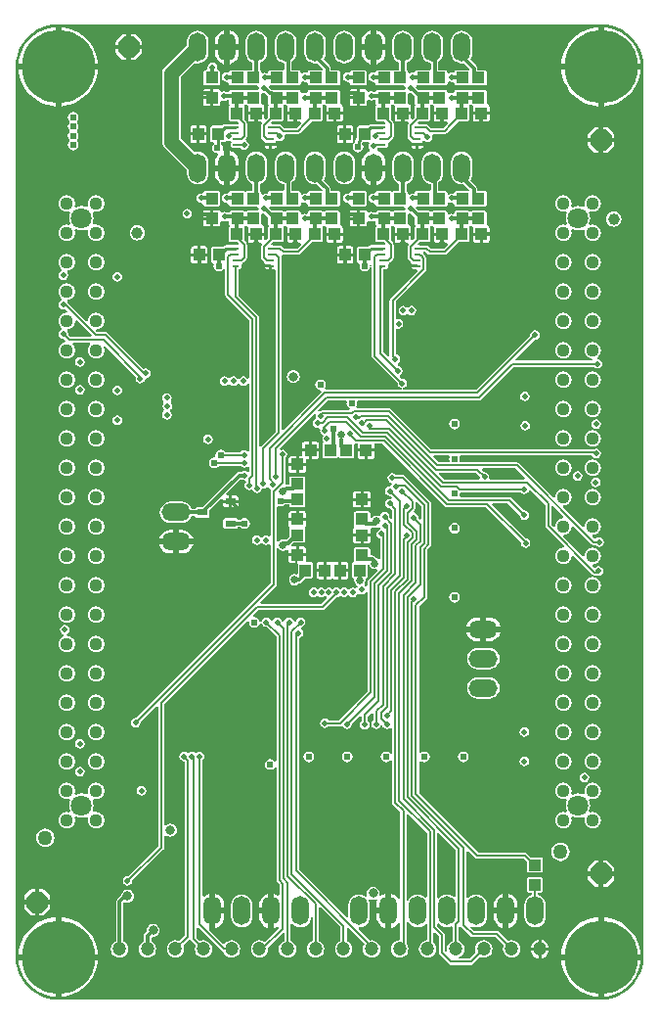
<source format=gbl>
G04 Layer_Physical_Order=6*
G04 Layer_Color=16711680*
%FSLAX25Y25*%
%MOIN*%
G70*
G01*
G75*
%ADD10R,0.04331X0.03937*%
%ADD11R,0.03937X0.04331*%
%ADD12R,0.03740X0.02362*%
%ADD31C,0.01181*%
%ADD32C,0.00800*%
%ADD34C,0.01000*%
%ADD35C,0.01200*%
%ADD36C,0.05000*%
%ADD38O,0.06000X0.09842*%
%ADD39O,0.09842X0.06000*%
%ADD40C,0.25000*%
%ADD41C,0.04400*%
%ADD42C,0.07100*%
%ADD43P,0.07884X8X112.5*%
%ADD44C,0.02410*%
%ADD45C,0.02400*%
%ADD46C,0.03200*%
%ADD47C,0.02000*%
%ADD48C,0.02600*%
%ADD49C,0.03937*%
%ADD50C,0.05000*%
G04:AMPARAMS|DCode=51|XSize=47.24mil|YSize=47.24mil|CornerRadius=23.62mil|HoleSize=0mil|Usage=FLASHONLY|Rotation=0.000|XOffset=0mil|YOffset=0mil|HoleType=Round|Shape=RoundedRectangle|*
%AMROUNDEDRECTD51*
21,1,0.04724,0.00000,0,0,0.0*
21,1,0.00000,0.04724,0,0,0.0*
1,1,0.04724,0.00000,0.00000*
1,1,0.04724,0.00000,0.00000*
1,1,0.04724,0.00000,0.00000*
1,1,0.04724,0.00000,0.00000*
%
%ADD51ROUNDEDRECTD51*%
%ADD52O,0.02362X0.00984*%
G04:AMPARAMS|DCode=53|XSize=47.24mil|YSize=47.24mil|CornerRadius=23.62mil|HoleSize=0mil|Usage=FLASHONLY|Rotation=90.000|XOffset=0mil|YOffset=0mil|HoleType=Round|Shape=RoundedRectangle|*
%AMROUNDEDRECTD53*
21,1,0.04724,0.00000,0,0,90.0*
21,1,0.00000,0.04724,0,0,90.0*
1,1,0.04724,0.00000,0.00000*
1,1,0.04724,0.00000,0.00000*
1,1,0.04724,0.00000,0.00000*
1,1,0.04724,0.00000,0.00000*
%
%ADD53ROUNDEDRECTD53*%
G36*
X200787Y333391D02*
Y333391D01*
X201378Y333368D01*
X202681Y333282D01*
X204543Y332912D01*
X206340Y332302D01*
X208042Y331463D01*
X209620Y330408D01*
X211047Y329157D01*
X212298Y327730D01*
X213352Y326152D01*
X214192Y324450D01*
X214802Y322653D01*
X215172Y320792D01*
X215292Y318958D01*
X215280Y318898D01*
X215280Y15748D01*
X215280Y15748D01*
X215280D01*
X215257Y15158D01*
X215172Y13855D01*
X214802Y11993D01*
X214192Y10196D01*
X213352Y8494D01*
X212298Y6916D01*
X211046Y5489D01*
X209619Y4238D01*
X208042Y3183D01*
X206339Y2344D01*
X204542Y1734D01*
X202681Y1364D01*
X201378Y1278D01*
X200787Y1255D01*
Y1255D01*
X200787Y1255D01*
X15748D01*
X15748Y1255D01*
X15157Y1278D01*
X13854Y1364D01*
X11993Y1734D01*
X10196Y2344D01*
X8494Y3183D01*
X6916Y4238D01*
X5489Y5489D01*
X4237Y6916D01*
X3183Y8494D01*
X2344Y10196D01*
X1734Y11993D01*
X1364Y13854D01*
X1243Y15688D01*
X1255Y15748D01*
X1255Y318897D01*
X1255Y318898D01*
X1278Y319488D01*
X1363Y320791D01*
X1734Y322653D01*
X2344Y324450D01*
X3183Y326152D01*
X4237Y327730D01*
X5489Y329157D01*
X6916Y330408D01*
X8494Y331462D01*
X10196Y332302D01*
X11993Y332912D01*
X13854Y333282D01*
X15157Y333367D01*
X15748Y333390D01*
X16348Y333390D01*
X200188Y333391D01*
X200787Y333391D01*
D02*
G37*
%LPC*%
G36*
X106177Y150371D02*
X104709D01*
X104396Y150309D01*
X104132Y150132D01*
X103955Y149868D01*
X103893Y149556D01*
Y147890D01*
X106177D01*
Y150371D01*
D02*
G37*
G36*
X113764D02*
X112295D01*
Y147890D01*
X114579D01*
Y149556D01*
X114517Y149868D01*
X114341Y150132D01*
X114076Y150309D01*
X113764Y150371D01*
D02*
G37*
G36*
X54905Y156165D02*
X50081D01*
X50087Y156121D01*
X50490Y155148D01*
X51131Y154312D01*
X51967Y153671D01*
X52940Y153268D01*
X53984Y153131D01*
X54905D01*
Y156165D01*
D02*
G37*
G36*
X111295Y150371D02*
X109827D01*
X109515Y150309D01*
X109250Y150132D01*
X109222D01*
X108958Y150309D01*
X108646Y150371D01*
X107177D01*
Y147390D01*
Y144409D01*
X108646D01*
X108958Y144471D01*
X109222Y144648D01*
X109250D01*
X109515Y144471D01*
X109827Y144409D01*
X111295D01*
Y147390D01*
Y150371D01*
D02*
G37*
G36*
X188021Y145148D02*
X187961Y145144D01*
X187941Y145147D01*
X187922Y145144D01*
X187861Y145148D01*
X187287Y145073D01*
X187230Y145053D01*
X187210Y145051D01*
X187192Y145043D01*
X187133Y145031D01*
X186598Y144810D01*
X186548Y144776D01*
X186529Y144769D01*
X186513Y144756D01*
X186459Y144730D01*
X186000Y144377D01*
X185960Y144332D01*
X185944Y144320D01*
X185932Y144304D01*
X185887Y144264D01*
X185534Y143805D01*
X185508Y143751D01*
X185495Y143735D01*
X185488Y143717D01*
X185454Y143666D01*
X185233Y143131D01*
X185221Y143072D01*
X185213Y143054D01*
X185211Y143034D01*
X185191Y142977D01*
X185116Y142403D01*
X185118Y142362D01*
X185110Y142323D01*
X185118Y142283D01*
X185116Y142243D01*
X185191Y141669D01*
X185211Y141612D01*
X185213Y141592D01*
X185221Y141573D01*
X185233Y141514D01*
X185454Y140979D01*
X185488Y140929D01*
X185495Y140911D01*
X185508Y140895D01*
X185534Y140841D01*
X185887Y140381D01*
X185932Y140342D01*
X185944Y140326D01*
X185960Y140314D01*
X186000Y140268D01*
X186459Y139916D01*
X186513Y139889D01*
X186529Y139877D01*
X186548Y139869D01*
X186598Y139836D01*
X187133Y139614D01*
X187192Y139602D01*
X187210Y139595D01*
X187230Y139592D01*
X187287Y139573D01*
X187861Y139497D01*
X187922Y139501D01*
X187941Y139499D01*
X187961Y139501D01*
X188021Y139497D01*
X188595Y139573D01*
X188652Y139592D01*
X188672Y139595D01*
X188691Y139602D01*
X188750Y139614D01*
X189285Y139836D01*
X189335Y139869D01*
X189353Y139877D01*
X189369Y139889D01*
X189423Y139916D01*
X189883Y140268D01*
X189922Y140314D01*
X189938Y140326D01*
X189950Y140342D01*
X189996Y140381D01*
X190348Y140841D01*
X190375Y140895D01*
X190387Y140911D01*
X190395Y140929D01*
X190428Y140979D01*
X190650Y141514D01*
X190662Y141573D01*
X190669Y141592D01*
X190672Y141612D01*
X190691Y141669D01*
X190767Y142243D01*
X190764Y142283D01*
X190772Y142323D01*
X190764Y142362D01*
X190767Y142403D01*
X190691Y142977D01*
X190672Y143034D01*
X190669Y143054D01*
X190662Y143072D01*
X190650Y143131D01*
X190428Y143666D01*
X190395Y143717D01*
X190387Y143735D01*
X190375Y143751D01*
X190348Y143805D01*
X189996Y144264D01*
X189950Y144304D01*
X189938Y144320D01*
X189922Y144332D01*
X189883Y144377D01*
X189423Y144730D01*
X189369Y144756D01*
X189353Y144769D01*
X189335Y144776D01*
X189285Y144810D01*
X188750Y145031D01*
X188691Y145043D01*
X188672Y145051D01*
X188652Y145053D01*
X188595Y145073D01*
X188021Y145148D01*
D02*
G37*
G36*
X28730D02*
X28670Y145144D01*
X28650Y145147D01*
X28630Y145144D01*
X28570Y145148D01*
X27996Y145073D01*
X27939Y145053D01*
X27919Y145051D01*
X27901Y145043D01*
X27842Y145031D01*
X27306Y144810D01*
X27256Y144776D01*
X27238Y144769D01*
X27222Y144756D01*
X27168Y144730D01*
X26709Y144377D01*
X26669Y144332D01*
X26653Y144320D01*
X26641Y144304D01*
X26596Y144264D01*
X26243Y143805D01*
X26216Y143751D01*
X26204Y143735D01*
X26197Y143717D01*
X26163Y143666D01*
X25942Y143131D01*
X25930Y143072D01*
X25922Y143054D01*
X25919Y143034D01*
X25900Y142977D01*
X25824Y142403D01*
X25827Y142362D01*
X25819Y142323D01*
X25827Y142283D01*
X25824Y142243D01*
X25900Y141669D01*
X25919Y141612D01*
X25922Y141592D01*
X25930Y141573D01*
X25942Y141514D01*
X26163Y140979D01*
X26197Y140929D01*
X26204Y140911D01*
X26216Y140895D01*
X26243Y140841D01*
X26596Y140381D01*
X26641Y140342D01*
X26653Y140326D01*
X26669Y140314D01*
X26709Y140268D01*
X27168Y139916D01*
X27222Y139889D01*
X27238Y139877D01*
X27256Y139869D01*
X27306Y139836D01*
X27842Y139614D01*
X27901Y139602D01*
X27919Y139595D01*
X27939Y139592D01*
X27996Y139573D01*
X28570Y139497D01*
X28630Y139501D01*
X28650Y139499D01*
X28670Y139501D01*
X28730Y139497D01*
X29304Y139573D01*
X29361Y139592D01*
X29381Y139595D01*
X29399Y139602D01*
X29458Y139614D01*
X29994Y139836D01*
X30044Y139869D01*
X30062Y139877D01*
X30078Y139889D01*
X30132Y139916D01*
X30591Y140268D01*
X30631Y140314D01*
X30647Y140326D01*
X30659Y140342D01*
X30704Y140381D01*
X31057Y140841D01*
X31084Y140895D01*
X31096Y140911D01*
X31103Y140929D01*
X31137Y140979D01*
X31359Y141514D01*
X31370Y141573D01*
X31378Y141592D01*
X31381Y141612D01*
X31400Y141669D01*
X31475Y142243D01*
X31473Y142283D01*
X31481Y142323D01*
X31473Y142362D01*
X31475Y142403D01*
X31400Y142977D01*
X31381Y143034D01*
X31378Y143054D01*
X31370Y143072D01*
X31359Y143131D01*
X31137Y143666D01*
X31103Y143717D01*
X31096Y143735D01*
X31084Y143751D01*
X31057Y143805D01*
X30704Y144264D01*
X30659Y144304D01*
X30647Y144320D01*
X30631Y144332D01*
X30591Y144377D01*
X30132Y144730D01*
X30078Y144756D01*
X30062Y144769D01*
X30044Y144776D01*
X29994Y144810D01*
X29458Y145031D01*
X29399Y145043D01*
X29381Y145051D01*
X29361Y145053D01*
X29304Y145073D01*
X28730Y145148D01*
D02*
G37*
G36*
X100225Y152205D02*
X97244D01*
X94263D01*
Y150737D01*
X94325Y150425D01*
X94502Y150160D01*
X94767Y149983D01*
X95079Y149921D01*
X96872D01*
X97404Y149556D01*
Y146444D01*
X96804Y146053D01*
X96330Y146147D01*
X95589Y146000D01*
X94960Y145580D01*
X94540Y144951D01*
X94393Y144210D01*
X94540Y143469D01*
X94960Y142840D01*
X95589Y142420D01*
X96330Y142273D01*
X97071Y142420D01*
X97700Y142840D01*
X97804Y142996D01*
X98269Y143088D01*
X98662Y143352D01*
X99924Y144613D01*
X101953D01*
X102187Y144660D01*
X102385Y144792D01*
X102518Y144991D01*
X102565Y145225D01*
Y149556D01*
X102518Y149790D01*
X102385Y149988D01*
X102187Y150121D01*
X101953Y150167D01*
X100658D01*
X100225Y150737D01*
Y152205D01*
D02*
G37*
G36*
X198021Y145148D02*
X197961Y145144D01*
X197941Y145147D01*
X197922Y145144D01*
X197861Y145148D01*
X197287Y145073D01*
X197230Y145053D01*
X197210Y145051D01*
X197192Y145043D01*
X197133Y145031D01*
X196598Y144810D01*
X196548Y144776D01*
X196529Y144769D01*
X196513Y144756D01*
X196459Y144730D01*
X196000Y144377D01*
X195960Y144332D01*
X195944Y144320D01*
X195932Y144304D01*
X195887Y144264D01*
X195534Y143805D01*
X195508Y143751D01*
X195495Y143735D01*
X195488Y143717D01*
X195454Y143666D01*
X195233Y143131D01*
X195221Y143072D01*
X195213Y143054D01*
X195211Y143034D01*
X195191Y142977D01*
X195116Y142403D01*
X195118Y142362D01*
X195110Y142323D01*
X195118Y142283D01*
X195116Y142243D01*
X195191Y141669D01*
X195211Y141612D01*
X195213Y141592D01*
X195221Y141573D01*
X195233Y141514D01*
X195454Y140979D01*
X195488Y140929D01*
X195495Y140911D01*
X195508Y140895D01*
X195534Y140841D01*
X195887Y140381D01*
X195932Y140342D01*
X195944Y140326D01*
X195960Y140314D01*
X196000Y140268D01*
X196459Y139916D01*
X196513Y139889D01*
X196529Y139877D01*
X196548Y139869D01*
X196598Y139836D01*
X197133Y139614D01*
X197192Y139602D01*
X197210Y139595D01*
X197230Y139592D01*
X197287Y139573D01*
X197861Y139497D01*
X197922Y139501D01*
X197941Y139499D01*
X197961Y139501D01*
X198021Y139497D01*
X198595Y139573D01*
X198652Y139592D01*
X198672Y139595D01*
X198691Y139602D01*
X198750Y139614D01*
X199285Y139836D01*
X199335Y139869D01*
X199353Y139877D01*
X199369Y139889D01*
X199423Y139916D01*
X199883Y140268D01*
X199922Y140314D01*
X199938Y140326D01*
X199950Y140342D01*
X199996Y140381D01*
X200348Y140841D01*
X200375Y140895D01*
X200387Y140911D01*
X200395Y140929D01*
X200428Y140979D01*
X200650Y141514D01*
X200661Y141573D01*
X200669Y141592D01*
X200672Y141612D01*
X200691Y141669D01*
X200767Y142243D01*
X200764Y142283D01*
X200772Y142323D01*
X200764Y142362D01*
X200767Y142403D01*
X200691Y142977D01*
X200672Y143034D01*
X200669Y143054D01*
X200661Y143072D01*
X200650Y143131D01*
X200428Y143666D01*
X200395Y143717D01*
X200387Y143735D01*
X200375Y143751D01*
X200348Y143805D01*
X199996Y144264D01*
X199950Y144304D01*
X199938Y144320D01*
X199922Y144332D01*
X199883Y144377D01*
X199423Y144730D01*
X199369Y144756D01*
X199353Y144769D01*
X199335Y144776D01*
X199285Y144810D01*
X198750Y145031D01*
X198691Y145043D01*
X198672Y145051D01*
X198652Y145053D01*
X198595Y145073D01*
X198021Y145148D01*
D02*
G37*
G36*
X122272Y158898D02*
X119791D01*
Y156614D01*
X121457D01*
X121769Y156676D01*
X122034Y156853D01*
X122210Y157117D01*
X122272Y157430D01*
Y158898D01*
D02*
G37*
G36*
X118791D02*
X116310D01*
Y157430D01*
X116372Y157117D01*
X116549Y156853D01*
X116814Y156676D01*
X117126Y156614D01*
X118791D01*
Y158898D01*
D02*
G37*
G36*
X57827Y161200D02*
X56906D01*
Y158165D01*
X61730D01*
X61724Y158209D01*
X61321Y159183D01*
X60680Y160018D01*
X59844Y160659D01*
X58871Y161062D01*
X57827Y161200D01*
D02*
G37*
G36*
X54905D02*
X53984D01*
X52940Y161062D01*
X51967Y160659D01*
X51131Y160018D01*
X50490Y159183D01*
X50087Y158209D01*
X50081Y158165D01*
X54905D01*
Y161200D01*
D02*
G37*
G36*
X99410Y155489D02*
X97744D01*
Y153205D01*
X100225D01*
Y154674D01*
X100163Y154986D01*
X99986Y155250D01*
X99722Y155427D01*
X99410Y155489D01*
D02*
G37*
G36*
X61730Y156165D02*
X56906D01*
Y153131D01*
X57827D01*
X58871Y153268D01*
X59844Y153671D01*
X60680Y154312D01*
X61321Y155148D01*
X61724Y156121D01*
X61730Y156165D01*
D02*
G37*
G36*
X28730Y155148D02*
X28670Y155144D01*
X28650Y155147D01*
X28630Y155144D01*
X28570Y155148D01*
X27996Y155073D01*
X27939Y155053D01*
X27919Y155051D01*
X27901Y155043D01*
X27842Y155031D01*
X27306Y154810D01*
X27256Y154776D01*
X27238Y154769D01*
X27222Y154756D01*
X27168Y154730D01*
X26709Y154377D01*
X26669Y154332D01*
X26653Y154320D01*
X26641Y154304D01*
X26596Y154264D01*
X26243Y153805D01*
X26216Y153751D01*
X26204Y153735D01*
X26197Y153717D01*
X26163Y153666D01*
X25942Y153131D01*
X25930Y153072D01*
X25922Y153054D01*
X25919Y153034D01*
X25900Y152977D01*
X25824Y152403D01*
X25827Y152362D01*
X25819Y152323D01*
X25827Y152283D01*
X25824Y152243D01*
X25900Y151669D01*
X25919Y151612D01*
X25922Y151592D01*
X25930Y151573D01*
X25942Y151514D01*
X26163Y150979D01*
X26197Y150929D01*
X26204Y150911D01*
X26216Y150895D01*
X26243Y150841D01*
X26596Y150381D01*
X26641Y150342D01*
X26653Y150326D01*
X26669Y150314D01*
X26709Y150268D01*
X27168Y149916D01*
X27222Y149889D01*
X27238Y149877D01*
X27256Y149869D01*
X27306Y149836D01*
X27842Y149614D01*
X27901Y149602D01*
X27919Y149595D01*
X27939Y149592D01*
X27996Y149573D01*
X28570Y149497D01*
X28630Y149501D01*
X28650Y149499D01*
X28670Y149501D01*
X28730Y149497D01*
X29304Y149573D01*
X29361Y149592D01*
X29381Y149595D01*
X29399Y149602D01*
X29458Y149614D01*
X29994Y149836D01*
X30044Y149869D01*
X30062Y149877D01*
X30078Y149889D01*
X30132Y149916D01*
X30591Y150268D01*
X30631Y150314D01*
X30647Y150326D01*
X30659Y150342D01*
X30704Y150381D01*
X31057Y150841D01*
X31084Y150895D01*
X31096Y150911D01*
X31103Y150929D01*
X31137Y150979D01*
X31359Y151514D01*
X31370Y151573D01*
X31378Y151592D01*
X31381Y151612D01*
X31400Y151669D01*
X31475Y152243D01*
X31473Y152283D01*
X31481Y152323D01*
X31473Y152362D01*
X31475Y152403D01*
X31400Y152977D01*
X31381Y153034D01*
X31378Y153054D01*
X31370Y153072D01*
X31359Y153131D01*
X31137Y153666D01*
X31103Y153717D01*
X31096Y153735D01*
X31084Y153751D01*
X31057Y153805D01*
X30704Y154264D01*
X30659Y154304D01*
X30647Y154320D01*
X30631Y154332D01*
X30591Y154377D01*
X30132Y154730D01*
X30078Y154756D01*
X30062Y154769D01*
X30044Y154776D01*
X29994Y154810D01*
X29458Y155031D01*
X29399Y155043D01*
X29381Y155051D01*
X29361Y155053D01*
X29304Y155073D01*
X28730Y155148D01*
D02*
G37*
G36*
X18730D02*
X18670Y155144D01*
X18650Y155147D01*
X18630Y155144D01*
X18570Y155148D01*
X17996Y155073D01*
X17939Y155053D01*
X17919Y155051D01*
X17901Y155043D01*
X17842Y155031D01*
X17306Y154810D01*
X17256Y154776D01*
X17238Y154769D01*
X17222Y154756D01*
X17168Y154730D01*
X16709Y154377D01*
X16669Y154332D01*
X16653Y154320D01*
X16641Y154304D01*
X16596Y154264D01*
X16243Y153805D01*
X16216Y153751D01*
X16204Y153735D01*
X16197Y153717D01*
X16163Y153666D01*
X15942Y153131D01*
X15930Y153072D01*
X15922Y153054D01*
X15920Y153034D01*
X15900Y152977D01*
X15824Y152403D01*
X15827Y152362D01*
X15819Y152323D01*
X15827Y152283D01*
X15824Y152243D01*
X15900Y151669D01*
X15920Y151612D01*
X15922Y151592D01*
X15930Y151573D01*
X15942Y151514D01*
X16163Y150979D01*
X16197Y150929D01*
X16204Y150911D01*
X16216Y150895D01*
X16243Y150841D01*
X16596Y150381D01*
X16641Y150342D01*
X16653Y150326D01*
X16669Y150314D01*
X16709Y150268D01*
X17168Y149916D01*
X17222Y149889D01*
X17238Y149877D01*
X17256Y149869D01*
X17306Y149836D01*
X17842Y149614D01*
X17901Y149602D01*
X17919Y149595D01*
X17939Y149592D01*
X17996Y149573D01*
X18570Y149497D01*
X18630Y149501D01*
X18650Y149499D01*
X18670Y149501D01*
X18730Y149497D01*
X19304Y149573D01*
X19361Y149592D01*
X19381Y149595D01*
X19399Y149602D01*
X19458Y149614D01*
X19994Y149836D01*
X20044Y149869D01*
X20062Y149877D01*
X20078Y149889D01*
X20132Y149916D01*
X20592Y150268D01*
X20631Y150314D01*
X20647Y150326D01*
X20659Y150342D01*
X20704Y150381D01*
X21057Y150841D01*
X21084Y150895D01*
X21096Y150911D01*
X21103Y150929D01*
X21137Y150979D01*
X21359Y151514D01*
X21370Y151573D01*
X21378Y151592D01*
X21381Y151612D01*
X21400Y151669D01*
X21475Y152243D01*
X21473Y152283D01*
X21481Y152323D01*
X21473Y152362D01*
X21475Y152403D01*
X21400Y152977D01*
X21381Y153034D01*
X21378Y153054D01*
X21370Y153072D01*
X21359Y153131D01*
X21137Y153666D01*
X21103Y153717D01*
X21096Y153735D01*
X21084Y153751D01*
X21057Y153805D01*
X20704Y154264D01*
X20659Y154304D01*
X20647Y154320D01*
X20631Y154332D01*
X20592Y154377D01*
X20132Y154730D01*
X20078Y154756D01*
X20062Y154769D01*
X20044Y154776D01*
X19994Y154810D01*
X19458Y155031D01*
X19399Y155043D01*
X19381Y155051D01*
X19361Y155053D01*
X19304Y155073D01*
X18730Y155148D01*
D02*
G37*
G36*
X198021Y125148D02*
X197961Y125144D01*
X197941Y125147D01*
X197922Y125144D01*
X197861Y125148D01*
X197287Y125073D01*
X197230Y125053D01*
X197210Y125051D01*
X197192Y125043D01*
X197133Y125031D01*
X196598Y124810D01*
X196548Y124776D01*
X196529Y124769D01*
X196513Y124757D01*
X196459Y124730D01*
X196000Y124377D01*
X195960Y124332D01*
X195944Y124320D01*
X195932Y124304D01*
X195887Y124264D01*
X195534Y123805D01*
X195508Y123751D01*
X195495Y123735D01*
X195488Y123716D01*
X195454Y123666D01*
X195233Y123131D01*
X195221Y123072D01*
X195213Y123054D01*
X195211Y123034D01*
X195191Y122977D01*
X195116Y122403D01*
X195118Y122362D01*
X195110Y122323D01*
X195118Y122283D01*
X195116Y122243D01*
X195191Y121669D01*
X195211Y121612D01*
X195213Y121592D01*
X195221Y121573D01*
X195233Y121514D01*
X195454Y120979D01*
X195488Y120929D01*
X195495Y120911D01*
X195508Y120895D01*
X195534Y120841D01*
X195887Y120381D01*
X195932Y120342D01*
X195944Y120326D01*
X195960Y120314D01*
X196000Y120268D01*
X196459Y119916D01*
X196513Y119889D01*
X196529Y119877D01*
X196548Y119869D01*
X196598Y119836D01*
X197133Y119614D01*
X197192Y119603D01*
X197210Y119595D01*
X197230Y119592D01*
X197287Y119573D01*
X197861Y119497D01*
X197922Y119501D01*
X197941Y119499D01*
X197961Y119501D01*
X198021Y119497D01*
X198595Y119573D01*
X198652Y119592D01*
X198672Y119595D01*
X198691Y119603D01*
X198750Y119614D01*
X199285Y119836D01*
X199335Y119869D01*
X199353Y119877D01*
X199369Y119889D01*
X199423Y119916D01*
X199883Y120268D01*
X199922Y120314D01*
X199938Y120326D01*
X199950Y120342D01*
X199996Y120381D01*
X200348Y120841D01*
X200375Y120895D01*
X200387Y120911D01*
X200395Y120929D01*
X200428Y120979D01*
X200650Y121514D01*
X200661Y121573D01*
X200669Y121592D01*
X200672Y121612D01*
X200691Y121669D01*
X200767Y122243D01*
X200764Y122283D01*
X200772Y122323D01*
X200764Y122362D01*
X200767Y122403D01*
X200691Y122977D01*
X200672Y123034D01*
X200669Y123054D01*
X200661Y123072D01*
X200650Y123131D01*
X200428Y123666D01*
X200395Y123716D01*
X200387Y123735D01*
X200375Y123751D01*
X200348Y123805D01*
X199996Y124264D01*
X199950Y124304D01*
X199938Y124320D01*
X199922Y124332D01*
X199883Y124377D01*
X199423Y124730D01*
X199369Y124757D01*
X199353Y124769D01*
X199335Y124776D01*
X199285Y124810D01*
X198750Y125031D01*
X198691Y125043D01*
X198672Y125051D01*
X198652Y125053D01*
X198595Y125073D01*
X198021Y125148D01*
D02*
G37*
G36*
X188021D02*
X187961Y125144D01*
X187941Y125147D01*
X187922Y125144D01*
X187861Y125148D01*
X187287Y125073D01*
X187230Y125053D01*
X187210Y125051D01*
X187192Y125043D01*
X187133Y125031D01*
X186598Y124810D01*
X186548Y124776D01*
X186529Y124769D01*
X186513Y124757D01*
X186459Y124730D01*
X186000Y124377D01*
X185960Y124332D01*
X185944Y124320D01*
X185932Y124304D01*
X185887Y124264D01*
X185534Y123805D01*
X185508Y123751D01*
X185495Y123735D01*
X185488Y123716D01*
X185454Y123666D01*
X185233Y123131D01*
X185221Y123072D01*
X185213Y123054D01*
X185211Y123034D01*
X185191Y122977D01*
X185116Y122403D01*
X185118Y122362D01*
X185110Y122323D01*
X185118Y122283D01*
X185116Y122243D01*
X185191Y121669D01*
X185211Y121612D01*
X185213Y121592D01*
X185221Y121573D01*
X185233Y121514D01*
X185454Y120979D01*
X185488Y120929D01*
X185495Y120911D01*
X185508Y120895D01*
X185534Y120841D01*
X185887Y120381D01*
X185932Y120342D01*
X185944Y120326D01*
X185960Y120314D01*
X186000Y120268D01*
X186459Y119916D01*
X186513Y119889D01*
X186529Y119877D01*
X186548Y119869D01*
X186598Y119836D01*
X187133Y119614D01*
X187192Y119603D01*
X187210Y119595D01*
X187230Y119592D01*
X187287Y119573D01*
X187861Y119497D01*
X187922Y119501D01*
X187941Y119499D01*
X187961Y119501D01*
X188021Y119497D01*
X188595Y119573D01*
X188652Y119592D01*
X188672Y119595D01*
X188691Y119603D01*
X188750Y119614D01*
X189285Y119836D01*
X189335Y119869D01*
X189353Y119877D01*
X189369Y119889D01*
X189423Y119916D01*
X189883Y120268D01*
X189922Y120314D01*
X189938Y120326D01*
X189950Y120342D01*
X189996Y120381D01*
X190348Y120841D01*
X190375Y120895D01*
X190387Y120911D01*
X190395Y120929D01*
X190428Y120979D01*
X190650Y121514D01*
X190662Y121573D01*
X190669Y121592D01*
X190672Y121612D01*
X190691Y121669D01*
X190767Y122243D01*
X190764Y122283D01*
X190772Y122323D01*
X190764Y122362D01*
X190767Y122403D01*
X190691Y122977D01*
X190672Y123034D01*
X190669Y123054D01*
X190662Y123072D01*
X190650Y123131D01*
X190428Y123666D01*
X190395Y123716D01*
X190387Y123735D01*
X190375Y123751D01*
X190348Y123805D01*
X189996Y124264D01*
X189950Y124304D01*
X189938Y124320D01*
X189922Y124332D01*
X189883Y124377D01*
X189423Y124730D01*
X189369Y124757D01*
X189353Y124769D01*
X189335Y124776D01*
X189285Y124810D01*
X188750Y125031D01*
X188691Y125043D01*
X188672Y125051D01*
X188652Y125053D01*
X188595Y125073D01*
X188021Y125148D01*
D02*
G37*
G36*
X162563Y131357D02*
X161641D01*
Y128323D01*
X166465D01*
X166460Y128367D01*
X166057Y129340D01*
X165415Y130176D01*
X164580Y130817D01*
X163607Y131220D01*
X162563Y131357D01*
D02*
G37*
G36*
X159641D02*
X158720D01*
X157676Y131220D01*
X156703Y130817D01*
X155867Y130176D01*
X155226Y129340D01*
X154823Y128367D01*
X154817Y128323D01*
X159641D01*
Y131357D01*
D02*
G37*
G36*
Y126323D02*
X154817D01*
X154823Y126279D01*
X155226Y125306D01*
X155867Y124470D01*
X156703Y123829D01*
X157676Y123426D01*
X158720Y123288D01*
X159641D01*
Y126323D01*
D02*
G37*
G36*
X17906Y128797D02*
X17281Y128672D01*
X16752Y128319D01*
X16398Y127789D01*
X16274Y127165D01*
X16398Y126541D01*
X16752Y126012D01*
X17281Y125658D01*
X17645Y125586D01*
X17684Y124966D01*
X17306Y124810D01*
X17256Y124776D01*
X17238Y124769D01*
X17222Y124757D01*
X17168Y124730D01*
X16709Y124377D01*
X16669Y124332D01*
X16653Y124320D01*
X16641Y124304D01*
X16596Y124264D01*
X16243Y123805D01*
X16216Y123751D01*
X16204Y123735D01*
X16197Y123716D01*
X16163Y123666D01*
X15942Y123131D01*
X15930Y123072D01*
X15922Y123054D01*
X15920Y123034D01*
X15900Y122977D01*
X15824Y122403D01*
X15827Y122362D01*
X15819Y122323D01*
X15827Y122283D01*
X15824Y122243D01*
X15900Y121669D01*
X15920Y121612D01*
X15922Y121592D01*
X15930Y121573D01*
X15942Y121514D01*
X16163Y120979D01*
X16197Y120929D01*
X16204Y120911D01*
X16216Y120895D01*
X16243Y120841D01*
X16596Y120381D01*
X16641Y120342D01*
X16653Y120326D01*
X16669Y120314D01*
X16709Y120268D01*
X17168Y119916D01*
X17222Y119889D01*
X17238Y119877D01*
X17256Y119869D01*
X17306Y119836D01*
X17842Y119614D01*
X17901Y119603D01*
X17919Y119595D01*
X17939Y119592D01*
X17996Y119573D01*
X18570Y119497D01*
X18630Y119501D01*
X18650Y119499D01*
X18670Y119501D01*
X18730Y119497D01*
X19304Y119573D01*
X19361Y119592D01*
X19381Y119595D01*
X19399Y119603D01*
X19458Y119614D01*
X19994Y119836D01*
X20044Y119869D01*
X20062Y119877D01*
X20078Y119889D01*
X20132Y119916D01*
X20592Y120268D01*
X20631Y120314D01*
X20647Y120326D01*
X20659Y120342D01*
X20704Y120381D01*
X21057Y120841D01*
X21084Y120895D01*
X21096Y120911D01*
X21103Y120929D01*
X21137Y120979D01*
X21359Y121514D01*
X21370Y121573D01*
X21378Y121592D01*
X21381Y121612D01*
X21400Y121669D01*
X21475Y122243D01*
X21473Y122283D01*
X21481Y122323D01*
X21473Y122362D01*
X21475Y122403D01*
X21400Y122977D01*
X21381Y123034D01*
X21378Y123054D01*
X21370Y123072D01*
X21359Y123131D01*
X21137Y123666D01*
X21103Y123716D01*
X21096Y123735D01*
X21084Y123751D01*
X21057Y123805D01*
X20704Y124264D01*
X20659Y124304D01*
X20647Y124320D01*
X20631Y124332D01*
X20592Y124377D01*
X20132Y124730D01*
X20078Y124757D01*
X20062Y124769D01*
X20044Y124776D01*
X19994Y124810D01*
X19458Y125031D01*
X19399Y125043D01*
X19381Y125051D01*
X19361Y125053D01*
X19304Y125073D01*
X18777Y125142D01*
X18712Y125299D01*
X18660Y125745D01*
X19059Y126012D01*
X19413Y126541D01*
X19537Y127165D01*
X19413Y127789D01*
X19059Y128319D01*
X18530Y128672D01*
X17906Y128797D01*
D02*
G37*
G36*
X28730Y125148D02*
X28670Y125144D01*
X28650Y125147D01*
X28630Y125144D01*
X28570Y125148D01*
X27996Y125073D01*
X27939Y125053D01*
X27919Y125051D01*
X27901Y125043D01*
X27842Y125031D01*
X27306Y124810D01*
X27256Y124776D01*
X27238Y124769D01*
X27222Y124757D01*
X27168Y124730D01*
X26709Y124377D01*
X26669Y124332D01*
X26653Y124320D01*
X26641Y124304D01*
X26596Y124264D01*
X26243Y123805D01*
X26216Y123751D01*
X26204Y123735D01*
X26197Y123716D01*
X26163Y123666D01*
X25942Y123131D01*
X25930Y123072D01*
X25922Y123054D01*
X25919Y123034D01*
X25900Y122977D01*
X25824Y122403D01*
X25827Y122362D01*
X25819Y122323D01*
X25827Y122283D01*
X25824Y122243D01*
X25900Y121669D01*
X25919Y121612D01*
X25922Y121592D01*
X25930Y121573D01*
X25942Y121514D01*
X26163Y120979D01*
X26197Y120929D01*
X26204Y120911D01*
X26216Y120895D01*
X26243Y120841D01*
X26596Y120381D01*
X26641Y120342D01*
X26653Y120326D01*
X26669Y120314D01*
X26709Y120268D01*
X27168Y119916D01*
X27222Y119889D01*
X27238Y119877D01*
X27256Y119869D01*
X27306Y119836D01*
X27842Y119614D01*
X27901Y119603D01*
X27919Y119595D01*
X27939Y119592D01*
X27996Y119573D01*
X28570Y119497D01*
X28630Y119501D01*
X28650Y119499D01*
X28670Y119501D01*
X28730Y119497D01*
X29304Y119573D01*
X29361Y119592D01*
X29381Y119595D01*
X29399Y119603D01*
X29458Y119614D01*
X29994Y119836D01*
X30044Y119869D01*
X30062Y119877D01*
X30078Y119889D01*
X30132Y119916D01*
X30591Y120268D01*
X30631Y120314D01*
X30647Y120326D01*
X30659Y120342D01*
X30704Y120381D01*
X31057Y120841D01*
X31084Y120895D01*
X31096Y120911D01*
X31103Y120929D01*
X31137Y120979D01*
X31359Y121514D01*
X31370Y121573D01*
X31378Y121592D01*
X31381Y121612D01*
X31400Y121669D01*
X31475Y122243D01*
X31473Y122283D01*
X31481Y122323D01*
X31473Y122362D01*
X31475Y122403D01*
X31400Y122977D01*
X31381Y123034D01*
X31378Y123054D01*
X31370Y123072D01*
X31359Y123131D01*
X31137Y123666D01*
X31103Y123716D01*
X31096Y123735D01*
X31084Y123751D01*
X31057Y123805D01*
X30704Y124264D01*
X30659Y124304D01*
X30647Y124320D01*
X30631Y124332D01*
X30591Y124377D01*
X30132Y124730D01*
X30078Y124757D01*
X30062Y124769D01*
X30044Y124776D01*
X29994Y124810D01*
X29458Y125031D01*
X29399Y125043D01*
X29381Y125051D01*
X29361Y125053D01*
X29304Y125073D01*
X28730Y125148D01*
D02*
G37*
G36*
X166465Y126323D02*
X161641D01*
Y123288D01*
X162563D01*
X163607Y123426D01*
X164580Y123829D01*
X165415Y124470D01*
X166057Y125306D01*
X166460Y126279D01*
X166465Y126323D01*
D02*
G37*
G36*
X106177Y146890D02*
X103893D01*
Y145225D01*
X103955Y144913D01*
X104132Y144648D01*
X104396Y144471D01*
X104709Y144409D01*
X106177D01*
Y146890D01*
D02*
G37*
G36*
X150803Y140024D02*
X150101Y139885D01*
X149505Y139487D01*
X149108Y138891D01*
X148968Y138189D01*
X149108Y137487D01*
X149505Y136891D01*
X150101Y136494D01*
X150803Y136354D01*
X151505Y136494D01*
X152101Y136891D01*
X152499Y137487D01*
X152638Y138189D01*
X152499Y138891D01*
X152101Y139487D01*
X151505Y139885D01*
X150803Y140024D01*
D02*
G37*
G36*
X18730Y145148D02*
X18670Y145144D01*
X18650Y145147D01*
X18630Y145144D01*
X18570Y145148D01*
X17996Y145073D01*
X17939Y145053D01*
X17919Y145051D01*
X17901Y145043D01*
X17842Y145031D01*
X17306Y144810D01*
X17256Y144776D01*
X17238Y144769D01*
X17222Y144756D01*
X17168Y144730D01*
X16709Y144377D01*
X16669Y144332D01*
X16653Y144320D01*
X16641Y144304D01*
X16596Y144264D01*
X16243Y143805D01*
X16216Y143751D01*
X16204Y143735D01*
X16197Y143717D01*
X16163Y143666D01*
X15942Y143131D01*
X15930Y143072D01*
X15922Y143054D01*
X15920Y143034D01*
X15900Y142977D01*
X15824Y142403D01*
X15827Y142362D01*
X15819Y142323D01*
X15827Y142283D01*
X15824Y142243D01*
X15900Y141669D01*
X15920Y141612D01*
X15922Y141592D01*
X15930Y141573D01*
X15942Y141514D01*
X16163Y140979D01*
X16197Y140929D01*
X16204Y140911D01*
X16216Y140895D01*
X16243Y140841D01*
X16596Y140381D01*
X16641Y140342D01*
X16653Y140326D01*
X16669Y140314D01*
X16709Y140268D01*
X17168Y139916D01*
X17222Y139889D01*
X17238Y139877D01*
X17256Y139869D01*
X17306Y139836D01*
X17842Y139614D01*
X17901Y139602D01*
X17919Y139595D01*
X17939Y139592D01*
X17996Y139573D01*
X18570Y139497D01*
X18630Y139501D01*
X18650Y139499D01*
X18670Y139501D01*
X18730Y139497D01*
X19304Y139573D01*
X19361Y139592D01*
X19381Y139595D01*
X19399Y139602D01*
X19458Y139614D01*
X19994Y139836D01*
X20044Y139869D01*
X20062Y139877D01*
X20078Y139889D01*
X20132Y139916D01*
X20592Y140268D01*
X20631Y140314D01*
X20647Y140326D01*
X20659Y140342D01*
X20704Y140381D01*
X21057Y140841D01*
X21084Y140895D01*
X21096Y140911D01*
X21103Y140929D01*
X21137Y140979D01*
X21359Y141514D01*
X21370Y141573D01*
X21378Y141592D01*
X21381Y141612D01*
X21400Y141669D01*
X21475Y142243D01*
X21473Y142283D01*
X21481Y142323D01*
X21473Y142362D01*
X21475Y142403D01*
X21400Y142977D01*
X21381Y143034D01*
X21378Y143054D01*
X21370Y143072D01*
X21359Y143131D01*
X21137Y143666D01*
X21103Y143717D01*
X21096Y143735D01*
X21084Y143751D01*
X21057Y143805D01*
X20704Y144264D01*
X20659Y144304D01*
X20647Y144320D01*
X20631Y144332D01*
X20592Y144377D01*
X20132Y144730D01*
X20078Y144756D01*
X20062Y144769D01*
X20044Y144776D01*
X19994Y144810D01*
X19458Y145031D01*
X19399Y145043D01*
X19381Y145051D01*
X19361Y145053D01*
X19304Y145073D01*
X18730Y145148D01*
D02*
G37*
G36*
X114579Y146890D02*
X112295D01*
Y144409D01*
X113764D01*
X114076Y144471D01*
X114341Y144648D01*
X114517Y144913D01*
X114579Y145225D01*
Y146890D01*
D02*
G37*
G36*
X28730Y135148D02*
X28670Y135144D01*
X28650Y135147D01*
X28630Y135144D01*
X28570Y135148D01*
X27996Y135073D01*
X27939Y135053D01*
X27919Y135051D01*
X27901Y135043D01*
X27842Y135031D01*
X27306Y134810D01*
X27256Y134776D01*
X27238Y134769D01*
X27222Y134757D01*
X27168Y134730D01*
X26709Y134377D01*
X26669Y134332D01*
X26653Y134320D01*
X26641Y134304D01*
X26596Y134264D01*
X26243Y133805D01*
X26216Y133751D01*
X26204Y133735D01*
X26197Y133716D01*
X26163Y133666D01*
X25942Y133131D01*
X25930Y133072D01*
X25922Y133054D01*
X25919Y133034D01*
X25900Y132977D01*
X25824Y132403D01*
X25827Y132362D01*
X25819Y132323D01*
X25827Y132283D01*
X25824Y132243D01*
X25900Y131669D01*
X25919Y131612D01*
X25922Y131592D01*
X25930Y131573D01*
X25942Y131514D01*
X26163Y130979D01*
X26197Y130929D01*
X26204Y130911D01*
X26216Y130895D01*
X26243Y130841D01*
X26596Y130381D01*
X26641Y130342D01*
X26653Y130326D01*
X26669Y130314D01*
X26709Y130268D01*
X27168Y129916D01*
X27222Y129889D01*
X27238Y129877D01*
X27256Y129869D01*
X27306Y129836D01*
X27842Y129614D01*
X27901Y129603D01*
X27919Y129595D01*
X27939Y129592D01*
X27996Y129573D01*
X28570Y129497D01*
X28630Y129501D01*
X28650Y129499D01*
X28670Y129501D01*
X28730Y129497D01*
X29304Y129573D01*
X29361Y129592D01*
X29381Y129595D01*
X29399Y129603D01*
X29458Y129614D01*
X29994Y129836D01*
X30044Y129869D01*
X30062Y129877D01*
X30078Y129889D01*
X30132Y129916D01*
X30591Y130268D01*
X30631Y130314D01*
X30647Y130326D01*
X30659Y130342D01*
X30704Y130381D01*
X31057Y130841D01*
X31084Y130895D01*
X31096Y130911D01*
X31103Y130929D01*
X31137Y130979D01*
X31359Y131514D01*
X31370Y131573D01*
X31378Y131592D01*
X31381Y131612D01*
X31400Y131669D01*
X31475Y132243D01*
X31473Y132283D01*
X31481Y132323D01*
X31473Y132362D01*
X31475Y132403D01*
X31400Y132977D01*
X31381Y133034D01*
X31378Y133054D01*
X31370Y133072D01*
X31359Y133131D01*
X31137Y133666D01*
X31103Y133716D01*
X31096Y133735D01*
X31084Y133751D01*
X31057Y133805D01*
X30704Y134264D01*
X30659Y134304D01*
X30647Y134320D01*
X30631Y134332D01*
X30591Y134377D01*
X30132Y134730D01*
X30078Y134757D01*
X30062Y134769D01*
X30044Y134776D01*
X29994Y134810D01*
X29458Y135031D01*
X29399Y135043D01*
X29381Y135051D01*
X29361Y135053D01*
X29304Y135073D01*
X28730Y135148D01*
D02*
G37*
G36*
X18730D02*
X18670Y135144D01*
X18650Y135147D01*
X18630Y135144D01*
X18570Y135148D01*
X17996Y135073D01*
X17939Y135053D01*
X17919Y135051D01*
X17901Y135043D01*
X17842Y135031D01*
X17306Y134810D01*
X17256Y134776D01*
X17238Y134769D01*
X17222Y134757D01*
X17168Y134730D01*
X16709Y134377D01*
X16669Y134332D01*
X16653Y134320D01*
X16641Y134304D01*
X16596Y134264D01*
X16243Y133805D01*
X16216Y133751D01*
X16204Y133735D01*
X16197Y133716D01*
X16163Y133666D01*
X15942Y133131D01*
X15930Y133072D01*
X15922Y133054D01*
X15920Y133034D01*
X15900Y132977D01*
X15824Y132403D01*
X15827Y132362D01*
X15819Y132323D01*
X15827Y132283D01*
X15824Y132243D01*
X15900Y131669D01*
X15920Y131612D01*
X15922Y131592D01*
X15930Y131573D01*
X15942Y131514D01*
X16163Y130979D01*
X16197Y130929D01*
X16204Y130911D01*
X16216Y130895D01*
X16243Y130841D01*
X16596Y130381D01*
X16641Y130342D01*
X16653Y130326D01*
X16669Y130314D01*
X16709Y130268D01*
X17168Y129916D01*
X17222Y129889D01*
X17238Y129877D01*
X17256Y129869D01*
X17306Y129836D01*
X17842Y129614D01*
X17901Y129603D01*
X17919Y129595D01*
X17939Y129592D01*
X17996Y129573D01*
X18570Y129497D01*
X18630Y129501D01*
X18650Y129499D01*
X18670Y129501D01*
X18730Y129497D01*
X19304Y129573D01*
X19361Y129592D01*
X19381Y129595D01*
X19399Y129603D01*
X19458Y129614D01*
X19994Y129836D01*
X20044Y129869D01*
X20062Y129877D01*
X20078Y129889D01*
X20132Y129916D01*
X20592Y130268D01*
X20631Y130314D01*
X20647Y130326D01*
X20659Y130342D01*
X20704Y130381D01*
X21057Y130841D01*
X21084Y130895D01*
X21096Y130911D01*
X21103Y130929D01*
X21137Y130979D01*
X21359Y131514D01*
X21370Y131573D01*
X21378Y131592D01*
X21381Y131612D01*
X21400Y131669D01*
X21475Y132243D01*
X21473Y132283D01*
X21481Y132323D01*
X21473Y132362D01*
X21475Y132403D01*
X21400Y132977D01*
X21381Y133034D01*
X21378Y133054D01*
X21370Y133072D01*
X21359Y133131D01*
X21137Y133666D01*
X21103Y133716D01*
X21096Y133735D01*
X21084Y133751D01*
X21057Y133805D01*
X20704Y134264D01*
X20659Y134304D01*
X20647Y134320D01*
X20631Y134332D01*
X20592Y134377D01*
X20132Y134730D01*
X20078Y134757D01*
X20062Y134769D01*
X20044Y134776D01*
X19994Y134810D01*
X19458Y135031D01*
X19399Y135043D01*
X19381Y135051D01*
X19361Y135053D01*
X19304Y135073D01*
X18730Y135148D01*
D02*
G37*
G36*
X198021D02*
X197961Y135144D01*
X197941Y135147D01*
X197922Y135144D01*
X197861Y135148D01*
X197287Y135073D01*
X197230Y135053D01*
X197210Y135051D01*
X197192Y135043D01*
X197133Y135031D01*
X196598Y134810D01*
X196548Y134776D01*
X196529Y134769D01*
X196513Y134757D01*
X196459Y134730D01*
X196000Y134377D01*
X195960Y134332D01*
X195944Y134320D01*
X195932Y134304D01*
X195887Y134264D01*
X195534Y133805D01*
X195508Y133751D01*
X195495Y133735D01*
X195488Y133716D01*
X195454Y133666D01*
X195233Y133131D01*
X195221Y133072D01*
X195213Y133054D01*
X195211Y133034D01*
X195191Y132977D01*
X195116Y132403D01*
X195118Y132362D01*
X195110Y132323D01*
X195118Y132283D01*
X195116Y132243D01*
X195191Y131669D01*
X195211Y131612D01*
X195213Y131592D01*
X195221Y131573D01*
X195233Y131514D01*
X195454Y130979D01*
X195488Y130929D01*
X195495Y130911D01*
X195508Y130895D01*
X195534Y130841D01*
X195887Y130381D01*
X195932Y130342D01*
X195944Y130326D01*
X195960Y130314D01*
X196000Y130268D01*
X196459Y129916D01*
X196513Y129889D01*
X196529Y129877D01*
X196548Y129869D01*
X196598Y129836D01*
X197133Y129614D01*
X197192Y129603D01*
X197210Y129595D01*
X197230Y129592D01*
X197287Y129573D01*
X197861Y129497D01*
X197922Y129501D01*
X197941Y129499D01*
X197961Y129501D01*
X198021Y129497D01*
X198595Y129573D01*
X198652Y129592D01*
X198672Y129595D01*
X198691Y129603D01*
X198750Y129614D01*
X199285Y129836D01*
X199335Y129869D01*
X199353Y129877D01*
X199369Y129889D01*
X199423Y129916D01*
X199883Y130268D01*
X199922Y130314D01*
X199938Y130326D01*
X199950Y130342D01*
X199996Y130381D01*
X200348Y130841D01*
X200375Y130895D01*
X200387Y130911D01*
X200395Y130929D01*
X200428Y130979D01*
X200650Y131514D01*
X200661Y131573D01*
X200669Y131592D01*
X200672Y131612D01*
X200691Y131669D01*
X200767Y132243D01*
X200764Y132283D01*
X200772Y132323D01*
X200764Y132362D01*
X200767Y132403D01*
X200691Y132977D01*
X200672Y133034D01*
X200669Y133054D01*
X200661Y133072D01*
X200650Y133131D01*
X200428Y133666D01*
X200395Y133716D01*
X200387Y133735D01*
X200375Y133751D01*
X200348Y133805D01*
X199996Y134264D01*
X199950Y134304D01*
X199938Y134320D01*
X199922Y134332D01*
X199883Y134377D01*
X199423Y134730D01*
X199369Y134757D01*
X199353Y134769D01*
X199335Y134776D01*
X199285Y134810D01*
X198750Y135031D01*
X198691Y135043D01*
X198672Y135051D01*
X198652Y135053D01*
X198595Y135073D01*
X198021Y135148D01*
D02*
G37*
G36*
X188021D02*
X187961Y135144D01*
X187941Y135147D01*
X187922Y135144D01*
X187861Y135148D01*
X187287Y135073D01*
X187230Y135053D01*
X187210Y135051D01*
X187192Y135043D01*
X187133Y135031D01*
X186598Y134810D01*
X186548Y134776D01*
X186529Y134769D01*
X186513Y134757D01*
X186459Y134730D01*
X186000Y134377D01*
X185960Y134332D01*
X185944Y134320D01*
X185932Y134304D01*
X185887Y134264D01*
X185534Y133805D01*
X185508Y133751D01*
X185495Y133735D01*
X185488Y133716D01*
X185454Y133666D01*
X185233Y133131D01*
X185221Y133072D01*
X185213Y133054D01*
X185211Y133034D01*
X185191Y132977D01*
X185116Y132403D01*
X185118Y132362D01*
X185110Y132323D01*
X185118Y132283D01*
X185116Y132243D01*
X185191Y131669D01*
X185211Y131612D01*
X185213Y131592D01*
X185221Y131573D01*
X185233Y131514D01*
X185454Y130979D01*
X185488Y130929D01*
X185495Y130911D01*
X185508Y130895D01*
X185534Y130841D01*
X185887Y130381D01*
X185932Y130342D01*
X185944Y130326D01*
X185960Y130314D01*
X186000Y130268D01*
X186459Y129916D01*
X186513Y129889D01*
X186529Y129877D01*
X186548Y129869D01*
X186598Y129836D01*
X187133Y129614D01*
X187192Y129603D01*
X187210Y129595D01*
X187230Y129592D01*
X187287Y129573D01*
X187861Y129497D01*
X187922Y129501D01*
X187941Y129499D01*
X187961Y129501D01*
X188021Y129497D01*
X188595Y129573D01*
X188652Y129592D01*
X188672Y129595D01*
X188691Y129603D01*
X188750Y129614D01*
X189285Y129836D01*
X189335Y129869D01*
X189353Y129877D01*
X189369Y129889D01*
X189423Y129916D01*
X189883Y130268D01*
X189922Y130314D01*
X189938Y130326D01*
X189950Y130342D01*
X189996Y130381D01*
X190348Y130841D01*
X190375Y130895D01*
X190387Y130911D01*
X190395Y130929D01*
X190428Y130979D01*
X190650Y131514D01*
X190662Y131573D01*
X190669Y131592D01*
X190672Y131612D01*
X190691Y131669D01*
X190767Y132243D01*
X190764Y132283D01*
X190772Y132323D01*
X190764Y132362D01*
X190767Y132403D01*
X190691Y132977D01*
X190672Y133034D01*
X190669Y133054D01*
X190662Y133072D01*
X190650Y133131D01*
X190428Y133666D01*
X190395Y133716D01*
X190387Y133735D01*
X190375Y133751D01*
X190348Y133805D01*
X189996Y134264D01*
X189950Y134304D01*
X189938Y134320D01*
X189922Y134332D01*
X189883Y134377D01*
X189423Y134730D01*
X189369Y134757D01*
X189353Y134769D01*
X189335Y134776D01*
X189285Y134810D01*
X188750Y135031D01*
X188691Y135043D01*
X188672Y135051D01*
X188652Y135053D01*
X188595Y135073D01*
X188021Y135148D01*
D02*
G37*
G36*
X150803Y163646D02*
X150101Y163506D01*
X149505Y163109D01*
X149108Y162513D01*
X148968Y161811D01*
X149108Y161109D01*
X149505Y160513D01*
X150101Y160115D01*
X150803Y159976D01*
X151505Y160115D01*
X152101Y160513D01*
X152499Y161109D01*
X152638Y161811D01*
X152499Y162513D01*
X152101Y163109D01*
X151505Y163506D01*
X150803Y163646D01*
D02*
G37*
G36*
X18730Y185148D02*
X18670Y185144D01*
X18650Y185147D01*
X18630Y185144D01*
X18570Y185148D01*
X17996Y185073D01*
X17939Y185053D01*
X17919Y185051D01*
X17901Y185043D01*
X17842Y185031D01*
X17306Y184810D01*
X17256Y184776D01*
X17238Y184769D01*
X17222Y184757D01*
X17168Y184730D01*
X16709Y184377D01*
X16669Y184332D01*
X16653Y184320D01*
X16641Y184304D01*
X16596Y184264D01*
X16243Y183805D01*
X16216Y183751D01*
X16204Y183735D01*
X16197Y183716D01*
X16163Y183666D01*
X15942Y183131D01*
X15930Y183072D01*
X15922Y183054D01*
X15920Y183034D01*
X15900Y182977D01*
X15824Y182403D01*
X15827Y182362D01*
X15819Y182323D01*
X15827Y182283D01*
X15824Y182243D01*
X15900Y181669D01*
X15920Y181612D01*
X15922Y181592D01*
X15930Y181573D01*
X15942Y181514D01*
X16163Y180979D01*
X16197Y180929D01*
X16204Y180911D01*
X16216Y180895D01*
X16243Y180841D01*
X16596Y180381D01*
X16641Y180342D01*
X16653Y180326D01*
X16669Y180314D01*
X16709Y180268D01*
X17168Y179916D01*
X17222Y179889D01*
X17238Y179877D01*
X17256Y179869D01*
X17306Y179836D01*
X17842Y179614D01*
X17901Y179603D01*
X17919Y179595D01*
X17939Y179592D01*
X17996Y179573D01*
X18570Y179497D01*
X18630Y179501D01*
X18650Y179499D01*
X18670Y179501D01*
X18730Y179497D01*
X19304Y179573D01*
X19361Y179592D01*
X19381Y179595D01*
X19399Y179603D01*
X19458Y179614D01*
X19994Y179836D01*
X20044Y179869D01*
X20062Y179877D01*
X20078Y179889D01*
X20132Y179916D01*
X20592Y180268D01*
X20631Y180314D01*
X20647Y180326D01*
X20659Y180342D01*
X20704Y180381D01*
X21057Y180841D01*
X21084Y180895D01*
X21096Y180911D01*
X21103Y180929D01*
X21137Y180979D01*
X21359Y181514D01*
X21370Y181573D01*
X21378Y181592D01*
X21381Y181612D01*
X21400Y181669D01*
X21475Y182243D01*
X21473Y182283D01*
X21481Y182323D01*
X21473Y182362D01*
X21475Y182403D01*
X21400Y182977D01*
X21381Y183034D01*
X21378Y183054D01*
X21370Y183072D01*
X21359Y183131D01*
X21137Y183666D01*
X21103Y183716D01*
X21096Y183735D01*
X21084Y183751D01*
X21057Y183805D01*
X20704Y184264D01*
X20659Y184304D01*
X20647Y184320D01*
X20631Y184332D01*
X20592Y184377D01*
X20132Y184730D01*
X20078Y184757D01*
X20062Y184769D01*
X20044Y184776D01*
X19994Y184810D01*
X19458Y185031D01*
X19399Y185043D01*
X19381Y185051D01*
X19361Y185053D01*
X19304Y185073D01*
X18730Y185148D01*
D02*
G37*
G36*
X101272Y187835D02*
X98988D01*
Y186265D01*
X97768D01*
Y183980D01*
X100249D01*
Y185354D01*
X101272D01*
Y187835D01*
D02*
G37*
G36*
X188021Y185148D02*
X187961Y185144D01*
X187941Y185147D01*
X187922Y185144D01*
X187861Y185148D01*
X187287Y185073D01*
X187230Y185053D01*
X187210Y185051D01*
X187192Y185043D01*
X187133Y185031D01*
X186598Y184810D01*
X186548Y184776D01*
X186529Y184769D01*
X186513Y184757D01*
X186459Y184730D01*
X186000Y184377D01*
X185960Y184332D01*
X185944Y184320D01*
X185932Y184304D01*
X185887Y184264D01*
X185534Y183805D01*
X185508Y183751D01*
X185495Y183735D01*
X185488Y183716D01*
X185454Y183666D01*
X185233Y183131D01*
X185221Y183072D01*
X185213Y183054D01*
X185211Y183034D01*
X185191Y182977D01*
X185116Y182403D01*
X185118Y182362D01*
X185110Y182323D01*
X185118Y182283D01*
X185116Y182243D01*
X185191Y181669D01*
X185211Y181612D01*
X185213Y181592D01*
X185221Y181573D01*
X185233Y181514D01*
X185454Y180979D01*
X185488Y180929D01*
X185495Y180911D01*
X185508Y180895D01*
X185534Y180841D01*
X185887Y180381D01*
X185932Y180342D01*
X185944Y180326D01*
X185960Y180314D01*
X186000Y180268D01*
X186459Y179916D01*
X186513Y179889D01*
X186529Y179877D01*
X186548Y179869D01*
X186598Y179836D01*
X187133Y179614D01*
X187192Y179603D01*
X187210Y179595D01*
X187230Y179592D01*
X187287Y179573D01*
X187861Y179497D01*
X187922Y179501D01*
X187941Y179499D01*
X187961Y179501D01*
X188021Y179497D01*
X188595Y179573D01*
X188652Y179592D01*
X188672Y179595D01*
X188691Y179603D01*
X188750Y179614D01*
X189285Y179836D01*
X189335Y179869D01*
X189353Y179877D01*
X189369Y179889D01*
X189423Y179916D01*
X189883Y180268D01*
X189922Y180314D01*
X189938Y180326D01*
X189950Y180342D01*
X189996Y180381D01*
X190348Y180841D01*
X190375Y180895D01*
X190387Y180911D01*
X190395Y180929D01*
X190428Y180979D01*
X190650Y181514D01*
X190662Y181573D01*
X190669Y181592D01*
X190672Y181612D01*
X190691Y181669D01*
X190767Y182243D01*
X190764Y182283D01*
X190772Y182323D01*
X190764Y182362D01*
X190767Y182403D01*
X190691Y182977D01*
X190672Y183034D01*
X190669Y183054D01*
X190662Y183072D01*
X190650Y183131D01*
X190428Y183666D01*
X190395Y183716D01*
X190387Y183735D01*
X190375Y183751D01*
X190348Y183805D01*
X189996Y184264D01*
X189950Y184304D01*
X189938Y184320D01*
X189922Y184332D01*
X189883Y184377D01*
X189423Y184730D01*
X189369Y184757D01*
X189353Y184769D01*
X189335Y184776D01*
X189285Y184810D01*
X188750Y185031D01*
X188691Y185043D01*
X188672Y185051D01*
X188652Y185053D01*
X188595Y185073D01*
X188021Y185148D01*
D02*
G37*
G36*
X28730D02*
X28670Y185144D01*
X28650Y185147D01*
X28630Y185144D01*
X28570Y185148D01*
X27996Y185073D01*
X27939Y185053D01*
X27919Y185051D01*
X27901Y185043D01*
X27842Y185031D01*
X27306Y184810D01*
X27256Y184776D01*
X27238Y184769D01*
X27222Y184757D01*
X27168Y184730D01*
X26709Y184377D01*
X26669Y184332D01*
X26653Y184320D01*
X26641Y184304D01*
X26596Y184264D01*
X26243Y183805D01*
X26216Y183751D01*
X26204Y183735D01*
X26197Y183716D01*
X26163Y183666D01*
X25942Y183131D01*
X25930Y183072D01*
X25922Y183054D01*
X25919Y183034D01*
X25900Y182977D01*
X25824Y182403D01*
X25827Y182362D01*
X25819Y182323D01*
X25827Y182283D01*
X25824Y182243D01*
X25900Y181669D01*
X25919Y181612D01*
X25922Y181592D01*
X25930Y181573D01*
X25942Y181514D01*
X26163Y180979D01*
X26197Y180929D01*
X26204Y180911D01*
X26216Y180895D01*
X26243Y180841D01*
X26596Y180381D01*
X26641Y180342D01*
X26653Y180326D01*
X26669Y180314D01*
X26709Y180268D01*
X27168Y179916D01*
X27222Y179889D01*
X27238Y179877D01*
X27256Y179869D01*
X27306Y179836D01*
X27842Y179614D01*
X27901Y179603D01*
X27919Y179595D01*
X27939Y179592D01*
X27996Y179573D01*
X28570Y179497D01*
X28630Y179501D01*
X28650Y179499D01*
X28670Y179501D01*
X28730Y179497D01*
X29304Y179573D01*
X29361Y179592D01*
X29381Y179595D01*
X29399Y179603D01*
X29458Y179614D01*
X29994Y179836D01*
X30044Y179869D01*
X30062Y179877D01*
X30078Y179889D01*
X30132Y179916D01*
X30591Y180268D01*
X30631Y180314D01*
X30647Y180326D01*
X30659Y180342D01*
X30704Y180381D01*
X31057Y180841D01*
X31084Y180895D01*
X31096Y180911D01*
X31103Y180929D01*
X31137Y180979D01*
X31359Y181514D01*
X31370Y181573D01*
X31378Y181592D01*
X31381Y181612D01*
X31400Y181669D01*
X31475Y182243D01*
X31473Y182283D01*
X31481Y182323D01*
X31473Y182362D01*
X31475Y182403D01*
X31400Y182977D01*
X31381Y183034D01*
X31378Y183054D01*
X31370Y183072D01*
X31359Y183131D01*
X31137Y183666D01*
X31103Y183716D01*
X31096Y183735D01*
X31084Y183751D01*
X31057Y183805D01*
X30704Y184264D01*
X30659Y184304D01*
X30647Y184320D01*
X30631Y184332D01*
X30591Y184377D01*
X30132Y184730D01*
X30078Y184757D01*
X30062Y184769D01*
X30044Y184776D01*
X29994Y184810D01*
X29458Y185031D01*
X29399Y185043D01*
X29381Y185051D01*
X29361Y185053D01*
X29304Y185073D01*
X28730Y185148D01*
D02*
G37*
G36*
X96768Y182980D02*
X94287D01*
Y181512D01*
X94349Y181200D01*
X94526Y180935D01*
X94790Y180758D01*
X95102Y180696D01*
X96768D01*
Y182980D01*
D02*
G37*
G36*
X192794Y181154D02*
X192170Y181030D01*
X191640Y180676D01*
X191287Y180147D01*
X191163Y179523D01*
X191287Y178899D01*
X191640Y178369D01*
X192170Y178016D01*
X192794Y177892D01*
X193418Y178016D01*
X193948Y178369D01*
X194301Y178899D01*
X194425Y179523D01*
X194301Y180147D01*
X193948Y180676D01*
X193418Y181030D01*
X192794Y181154D01*
D02*
G37*
G36*
X96768Y186265D02*
X95102D01*
X94790Y186203D01*
X94526Y186026D01*
X94349Y185761D01*
X94287Y185449D01*
Y183980D01*
X96768D01*
Y186265D01*
D02*
G37*
G36*
X100249Y182980D02*
X97768D01*
Y180696D01*
X99433D01*
X99745Y180758D01*
X100010Y180935D01*
X100187Y181200D01*
X100249Y181512D01*
Y182980D01*
D02*
G37*
G36*
X103740Y191316D02*
X102272D01*
Y188835D01*
X104556D01*
Y190500D01*
X104494Y190813D01*
X104317Y191077D01*
X104052Y191254D01*
X103740Y191316D01*
D02*
G37*
G36*
X101272D02*
X99803D01*
X99491Y191254D01*
X99226Y191077D01*
X99050Y190813D01*
X98988Y190500D01*
Y188835D01*
X101272D01*
Y191316D01*
D02*
G37*
G36*
X174994Y198254D02*
X174370Y198130D01*
X173840Y197776D01*
X173487Y197247D01*
X173363Y196623D01*
X173487Y195999D01*
X173840Y195469D01*
X174370Y195116D01*
X174994Y194992D01*
X175618Y195116D01*
X176148Y195469D01*
X176501Y195999D01*
X176625Y196623D01*
X176501Y197247D01*
X176148Y197776D01*
X175618Y198130D01*
X174994Y198254D01*
D02*
G37*
G36*
X66805Y193597D02*
X66181Y193472D01*
X65652Y193119D01*
X65298Y192589D01*
X65174Y191965D01*
X65298Y191341D01*
X65652Y190812D01*
X66181Y190458D01*
X66805Y190334D01*
X67430Y190458D01*
X67959Y190812D01*
X68313Y191341D01*
X68437Y191965D01*
X68313Y192589D01*
X67959Y193119D01*
X67430Y193472D01*
X66805Y193597D01*
D02*
G37*
G36*
X104556Y187835D02*
X102272D01*
Y185354D01*
X103740D01*
X104052Y185416D01*
X104317Y185593D01*
X104494Y185858D01*
X104556Y186170D01*
Y187835D01*
D02*
G37*
G36*
X198021Y185148D02*
X197961Y185144D01*
X197941Y185147D01*
X197922Y185144D01*
X197861Y185148D01*
X197287Y185073D01*
X197230Y185053D01*
X197210Y185051D01*
X197192Y185043D01*
X197133Y185031D01*
X196598Y184810D01*
X196548Y184776D01*
X196529Y184769D01*
X196513Y184757D01*
X196459Y184730D01*
X196000Y184377D01*
X195960Y184332D01*
X195944Y184320D01*
X195932Y184304D01*
X195887Y184264D01*
X195534Y183805D01*
X195508Y183751D01*
X195495Y183735D01*
X195488Y183716D01*
X195454Y183666D01*
X195233Y183131D01*
X195221Y183072D01*
X195213Y183054D01*
X195211Y183034D01*
X195191Y182977D01*
X195116Y182403D01*
X195118Y182362D01*
X195110Y182323D01*
X195118Y182283D01*
X195116Y182243D01*
X195191Y181669D01*
X195211Y181612D01*
X195213Y181592D01*
X195221Y181573D01*
X195233Y181514D01*
X195454Y180979D01*
X195488Y180929D01*
X195495Y180911D01*
X195508Y180895D01*
X195534Y180841D01*
X195887Y180381D01*
X195932Y180342D01*
X195944Y180326D01*
X195960Y180314D01*
X196000Y180268D01*
X196459Y179916D01*
X196513Y179889D01*
X196529Y179877D01*
X196548Y179869D01*
X196598Y179836D01*
X197133Y179614D01*
X197192Y179603D01*
X197210Y179595D01*
X197230Y179592D01*
X197287Y179573D01*
X197861Y179497D01*
X197922Y179501D01*
X197941Y179499D01*
X197961Y179501D01*
X198021Y179497D01*
X198595Y179573D01*
X198652Y179592D01*
X198672Y179595D01*
X198691Y179603D01*
X198750Y179614D01*
X199285Y179836D01*
X199335Y179869D01*
X199353Y179877D01*
X199369Y179889D01*
X199423Y179916D01*
X199883Y180268D01*
X199922Y180314D01*
X199938Y180326D01*
X199950Y180342D01*
X199996Y180381D01*
X200348Y180841D01*
X200375Y180895D01*
X200387Y180911D01*
X200395Y180929D01*
X200428Y180979D01*
X200650Y181514D01*
X200661Y181573D01*
X200669Y181592D01*
X200672Y181612D01*
X200691Y181669D01*
X200767Y182243D01*
X200764Y182283D01*
X200772Y182323D01*
X200764Y182362D01*
X200767Y182403D01*
X200691Y182977D01*
X200672Y183034D01*
X200669Y183054D01*
X200661Y183072D01*
X200650Y183131D01*
X200428Y183666D01*
X200395Y183716D01*
X200387Y183735D01*
X200375Y183751D01*
X200348Y183805D01*
X199996Y184264D01*
X199950Y184304D01*
X199938Y184320D01*
X199922Y184332D01*
X199883Y184377D01*
X199423Y184730D01*
X199369Y184757D01*
X199353Y184769D01*
X199335Y184776D01*
X199285Y184810D01*
X198750Y185031D01*
X198691Y185043D01*
X198672Y185051D01*
X198652Y185053D01*
X198595Y185073D01*
X198021Y185148D01*
D02*
G37*
G36*
X123453Y187835D02*
X121170D01*
Y185354D01*
X122638D01*
X122950Y185416D01*
X123215Y185593D01*
X123391Y185858D01*
X123453Y186170D01*
Y187835D01*
D02*
G37*
G36*
X120170D02*
X117885D01*
Y186170D01*
X117947Y185858D01*
X118124Y185593D01*
X118389Y185416D01*
X118701Y185354D01*
X120170D01*
Y187835D01*
D02*
G37*
G36*
X118791Y171103D02*
X116310D01*
Y169634D01*
X116373Y169322D01*
X116549Y169058D01*
X116814Y168881D01*
X117126Y168819D01*
X118791D01*
Y171103D01*
D02*
G37*
G36*
X99433Y167572D02*
X97768D01*
Y165287D01*
X100249D01*
Y166756D01*
X100187Y167068D01*
X100010Y167333D01*
X99745Y167509D01*
X99433Y167572D01*
D02*
G37*
G36*
X74008Y170406D02*
X71822D01*
Y169724D01*
X71884Y169412D01*
X72061Y169148D01*
X72326Y168971D01*
X72638Y168909D01*
X74008D01*
Y170406D01*
D02*
G37*
G36*
X122273Y171103D02*
X119791D01*
Y168819D01*
X121457D01*
X121769Y168881D01*
X122034Y169058D01*
X122210Y169322D01*
X122273Y169634D01*
Y171103D01*
D02*
G37*
G36*
X18730Y165148D02*
X18670Y165144D01*
X18650Y165147D01*
X18630Y165144D01*
X18570Y165148D01*
X17996Y165073D01*
X17939Y165053D01*
X17919Y165051D01*
X17901Y165043D01*
X17842Y165031D01*
X17306Y164810D01*
X17256Y164776D01*
X17238Y164769D01*
X17222Y164757D01*
X17168Y164730D01*
X16709Y164377D01*
X16669Y164332D01*
X16653Y164320D01*
X16641Y164304D01*
X16596Y164264D01*
X16243Y163805D01*
X16216Y163751D01*
X16204Y163735D01*
X16197Y163716D01*
X16163Y163666D01*
X15942Y163131D01*
X15930Y163072D01*
X15922Y163054D01*
X15920Y163034D01*
X15900Y162977D01*
X15824Y162403D01*
X15827Y162362D01*
X15819Y162323D01*
X15827Y162283D01*
X15824Y162243D01*
X15900Y161669D01*
X15920Y161612D01*
X15922Y161592D01*
X15930Y161573D01*
X15942Y161514D01*
X16163Y160979D01*
X16197Y160929D01*
X16204Y160911D01*
X16216Y160895D01*
X16243Y160841D01*
X16596Y160381D01*
X16641Y160342D01*
X16653Y160326D01*
X16669Y160314D01*
X16709Y160268D01*
X17168Y159916D01*
X17222Y159889D01*
X17238Y159877D01*
X17256Y159869D01*
X17306Y159836D01*
X17842Y159614D01*
X17901Y159602D01*
X17919Y159595D01*
X17939Y159592D01*
X17996Y159573D01*
X18570Y159497D01*
X18630Y159501D01*
X18650Y159499D01*
X18670Y159501D01*
X18730Y159497D01*
X19304Y159573D01*
X19361Y159592D01*
X19381Y159595D01*
X19399Y159602D01*
X19458Y159614D01*
X19994Y159836D01*
X20044Y159869D01*
X20062Y159877D01*
X20078Y159889D01*
X20132Y159916D01*
X20592Y160268D01*
X20631Y160314D01*
X20647Y160326D01*
X20659Y160342D01*
X20704Y160381D01*
X21057Y160841D01*
X21084Y160895D01*
X21096Y160911D01*
X21103Y160929D01*
X21137Y160979D01*
X21359Y161514D01*
X21370Y161573D01*
X21378Y161592D01*
X21381Y161612D01*
X21400Y161669D01*
X21475Y162243D01*
X21473Y162283D01*
X21481Y162323D01*
X21473Y162362D01*
X21475Y162403D01*
X21400Y162977D01*
X21381Y163034D01*
X21378Y163054D01*
X21370Y163072D01*
X21359Y163131D01*
X21137Y163666D01*
X21103Y163716D01*
X21096Y163735D01*
X21084Y163751D01*
X21057Y163805D01*
X20704Y164264D01*
X20659Y164304D01*
X20647Y164320D01*
X20631Y164332D01*
X20592Y164377D01*
X20132Y164730D01*
X20078Y164757D01*
X20062Y164769D01*
X20044Y164776D01*
X19994Y164810D01*
X19458Y165031D01*
X19399Y165043D01*
X19381Y165051D01*
X19361Y165053D01*
X19304Y165073D01*
X18730Y165148D01*
D02*
G37*
G36*
X79234Y165258D02*
X78532Y165118D01*
X77936Y164721D01*
X77887Y164646D01*
X76982D01*
X76943Y164840D01*
X76811Y165039D01*
X76612Y165171D01*
X76378Y165218D01*
X72638D01*
X72404Y165171D01*
X72205Y165039D01*
X72073Y164840D01*
X72026Y164606D01*
Y162244D01*
X72073Y162010D01*
X72205Y161811D01*
X72404Y161679D01*
X72638Y161632D01*
X76378D01*
X76612Y161679D01*
X76811Y161811D01*
X76943Y162010D01*
X76981Y162199D01*
X77887D01*
X77936Y162125D01*
X78532Y161727D01*
X79234Y161588D01*
X79936Y161727D01*
X80532Y162125D01*
X80930Y162721D01*
X81069Y163423D01*
X80930Y164125D01*
X80532Y164721D01*
X79936Y165118D01*
X79234Y165258D01*
D02*
G37*
G36*
X96768Y167572D02*
X95102D01*
X94790Y167509D01*
X94526Y167333D01*
X94349Y167068D01*
X94287Y166756D01*
Y165287D01*
X96768D01*
Y167572D01*
D02*
G37*
G36*
X28730Y165148D02*
X28670Y165144D01*
X28650Y165147D01*
X28630Y165144D01*
X28570Y165148D01*
X27996Y165073D01*
X27939Y165053D01*
X27919Y165051D01*
X27901Y165043D01*
X27842Y165031D01*
X27306Y164810D01*
X27256Y164776D01*
X27238Y164769D01*
X27222Y164757D01*
X27168Y164730D01*
X26709Y164377D01*
X26669Y164332D01*
X26653Y164320D01*
X26641Y164304D01*
X26596Y164264D01*
X26243Y163805D01*
X26216Y163751D01*
X26204Y163735D01*
X26197Y163716D01*
X26163Y163666D01*
X25942Y163131D01*
X25930Y163072D01*
X25922Y163054D01*
X25919Y163034D01*
X25900Y162977D01*
X25824Y162403D01*
X25827Y162362D01*
X25819Y162323D01*
X25827Y162283D01*
X25824Y162243D01*
X25900Y161669D01*
X25919Y161612D01*
X25922Y161592D01*
X25930Y161573D01*
X25942Y161514D01*
X26163Y160979D01*
X26197Y160929D01*
X26204Y160911D01*
X26216Y160895D01*
X26243Y160841D01*
X26596Y160381D01*
X26641Y160342D01*
X26653Y160326D01*
X26669Y160314D01*
X26709Y160268D01*
X27168Y159916D01*
X27222Y159889D01*
X27238Y159877D01*
X27256Y159869D01*
X27306Y159836D01*
X27842Y159614D01*
X27901Y159602D01*
X27919Y159595D01*
X27939Y159592D01*
X27996Y159573D01*
X28570Y159497D01*
X28630Y159501D01*
X28650Y159499D01*
X28670Y159501D01*
X28730Y159497D01*
X29304Y159573D01*
X29361Y159592D01*
X29381Y159595D01*
X29399Y159602D01*
X29458Y159614D01*
X29994Y159836D01*
X30044Y159869D01*
X30062Y159877D01*
X30078Y159889D01*
X30132Y159916D01*
X30591Y160268D01*
X30631Y160314D01*
X30647Y160326D01*
X30659Y160342D01*
X30704Y160381D01*
X31057Y160841D01*
X31084Y160895D01*
X31096Y160911D01*
X31103Y160929D01*
X31137Y160979D01*
X31359Y161514D01*
X31370Y161573D01*
X31378Y161592D01*
X31381Y161612D01*
X31400Y161669D01*
X31475Y162243D01*
X31473Y162283D01*
X31481Y162323D01*
X31473Y162362D01*
X31475Y162403D01*
X31400Y162977D01*
X31381Y163034D01*
X31378Y163054D01*
X31370Y163072D01*
X31359Y163131D01*
X31137Y163666D01*
X31103Y163716D01*
X31096Y163735D01*
X31084Y163751D01*
X31057Y163805D01*
X30704Y164264D01*
X30659Y164304D01*
X30647Y164320D01*
X30631Y164332D01*
X30591Y164377D01*
X30132Y164730D01*
X30078Y164757D01*
X30062Y164769D01*
X30044Y164776D01*
X29994Y164810D01*
X29458Y165031D01*
X29399Y165043D01*
X29381Y165051D01*
X29361Y165053D01*
X29304Y165073D01*
X28730Y165148D01*
D02*
G37*
G36*
Y175148D02*
X28670Y175144D01*
X28650Y175147D01*
X28630Y175144D01*
X28570Y175148D01*
X27996Y175073D01*
X27939Y175053D01*
X27919Y175051D01*
X27901Y175043D01*
X27842Y175031D01*
X27306Y174810D01*
X27256Y174776D01*
X27238Y174769D01*
X27222Y174757D01*
X27168Y174730D01*
X26709Y174377D01*
X26669Y174332D01*
X26653Y174320D01*
X26641Y174304D01*
X26596Y174264D01*
X26243Y173805D01*
X26216Y173751D01*
X26204Y173735D01*
X26197Y173716D01*
X26163Y173666D01*
X25942Y173131D01*
X25930Y173072D01*
X25922Y173054D01*
X25919Y173034D01*
X25900Y172977D01*
X25824Y172403D01*
X25827Y172362D01*
X25819Y172323D01*
X25827Y172283D01*
X25824Y172243D01*
X25900Y171669D01*
X25919Y171612D01*
X25922Y171592D01*
X25930Y171573D01*
X25942Y171514D01*
X26163Y170979D01*
X26197Y170929D01*
X26204Y170911D01*
X26216Y170895D01*
X26243Y170841D01*
X26596Y170381D01*
X26641Y170342D01*
X26653Y170326D01*
X26669Y170314D01*
X26709Y170268D01*
X27168Y169916D01*
X27222Y169889D01*
X27238Y169877D01*
X27256Y169869D01*
X27306Y169836D01*
X27842Y169614D01*
X27901Y169603D01*
X27919Y169595D01*
X27939Y169592D01*
X27996Y169573D01*
X28570Y169497D01*
X28630Y169501D01*
X28650Y169499D01*
X28670Y169501D01*
X28730Y169497D01*
X29304Y169573D01*
X29361Y169592D01*
X29381Y169595D01*
X29399Y169603D01*
X29458Y169614D01*
X29994Y169836D01*
X30044Y169869D01*
X30062Y169877D01*
X30078Y169889D01*
X30132Y169916D01*
X30591Y170268D01*
X30631Y170314D01*
X30647Y170326D01*
X30659Y170342D01*
X30704Y170381D01*
X31057Y170841D01*
X31084Y170895D01*
X31096Y170911D01*
X31103Y170929D01*
X31137Y170979D01*
X31359Y171514D01*
X31370Y171573D01*
X31378Y171592D01*
X31381Y171612D01*
X31400Y171669D01*
X31475Y172243D01*
X31473Y172283D01*
X31481Y172323D01*
X31473Y172362D01*
X31475Y172403D01*
X31400Y172977D01*
X31381Y173034D01*
X31378Y173054D01*
X31370Y173072D01*
X31359Y173131D01*
X31137Y173666D01*
X31103Y173716D01*
X31096Y173735D01*
X31084Y173751D01*
X31057Y173805D01*
X30704Y174264D01*
X30659Y174304D01*
X30647Y174320D01*
X30631Y174332D01*
X30591Y174377D01*
X30132Y174730D01*
X30078Y174757D01*
X30062Y174769D01*
X30044Y174776D01*
X29994Y174810D01*
X29458Y175031D01*
X29399Y175043D01*
X29381Y175051D01*
X29361Y175053D01*
X29304Y175073D01*
X28730Y175148D01*
D02*
G37*
G36*
X18730D02*
X18670Y175144D01*
X18650Y175147D01*
X18630Y175144D01*
X18570Y175148D01*
X17996Y175073D01*
X17939Y175053D01*
X17919Y175051D01*
X17901Y175043D01*
X17842Y175031D01*
X17306Y174810D01*
X17256Y174776D01*
X17238Y174769D01*
X17222Y174757D01*
X17168Y174730D01*
X16709Y174377D01*
X16669Y174332D01*
X16653Y174320D01*
X16641Y174304D01*
X16596Y174264D01*
X16243Y173805D01*
X16216Y173751D01*
X16204Y173735D01*
X16197Y173716D01*
X16163Y173666D01*
X15942Y173131D01*
X15930Y173072D01*
X15922Y173054D01*
X15920Y173034D01*
X15900Y172977D01*
X15824Y172403D01*
X15827Y172362D01*
X15819Y172323D01*
X15827Y172283D01*
X15824Y172243D01*
X15900Y171669D01*
X15920Y171612D01*
X15922Y171592D01*
X15930Y171573D01*
X15942Y171514D01*
X16163Y170979D01*
X16197Y170929D01*
X16204Y170911D01*
X16216Y170895D01*
X16243Y170841D01*
X16596Y170381D01*
X16641Y170342D01*
X16653Y170326D01*
X16669Y170314D01*
X16709Y170268D01*
X17168Y169916D01*
X17222Y169889D01*
X17238Y169877D01*
X17256Y169869D01*
X17306Y169836D01*
X17842Y169614D01*
X17901Y169603D01*
X17919Y169595D01*
X17939Y169592D01*
X17996Y169573D01*
X18570Y169497D01*
X18630Y169501D01*
X18650Y169499D01*
X18670Y169501D01*
X18730Y169497D01*
X19304Y169573D01*
X19361Y169592D01*
X19381Y169595D01*
X19399Y169603D01*
X19458Y169614D01*
X19994Y169836D01*
X20044Y169869D01*
X20062Y169877D01*
X20078Y169889D01*
X20132Y169916D01*
X20592Y170268D01*
X20631Y170314D01*
X20647Y170326D01*
X20659Y170342D01*
X20704Y170381D01*
X21057Y170841D01*
X21084Y170895D01*
X21096Y170911D01*
X21103Y170929D01*
X21137Y170979D01*
X21359Y171514D01*
X21370Y171573D01*
X21378Y171592D01*
X21381Y171612D01*
X21400Y171669D01*
X21475Y172243D01*
X21473Y172283D01*
X21481Y172323D01*
X21473Y172362D01*
X21475Y172403D01*
X21400Y172977D01*
X21381Y173034D01*
X21378Y173054D01*
X21370Y173072D01*
X21359Y173131D01*
X21137Y173666D01*
X21103Y173716D01*
X21096Y173735D01*
X21084Y173751D01*
X21057Y173805D01*
X20704Y174264D01*
X20659Y174304D01*
X20647Y174320D01*
X20631Y174332D01*
X20592Y174377D01*
X20132Y174730D01*
X20078Y174757D01*
X20062Y174769D01*
X20044Y174776D01*
X19994Y174810D01*
X19458Y175031D01*
X19399Y175043D01*
X19381Y175051D01*
X19361Y175053D01*
X19304Y175073D01*
X18730Y175148D01*
D02*
G37*
G36*
X198994Y178954D02*
X198370Y178830D01*
X197840Y178476D01*
X197487Y177947D01*
X197363Y177323D01*
X197487Y176699D01*
X197840Y176169D01*
X198370Y175816D01*
X198994Y175691D01*
X199618Y175816D01*
X200148Y176169D01*
X200501Y176699D01*
X200625Y177323D01*
X200501Y177947D01*
X200148Y178476D01*
X199618Y178830D01*
X198994Y178954D01*
D02*
G37*
G36*
X198021Y175148D02*
X197961Y175144D01*
X197941Y175147D01*
X197922Y175144D01*
X197861Y175148D01*
X197287Y175073D01*
X197230Y175053D01*
X197210Y175051D01*
X197192Y175043D01*
X197133Y175031D01*
X196598Y174810D01*
X196548Y174776D01*
X196529Y174769D01*
X196513Y174757D01*
X196459Y174730D01*
X196000Y174377D01*
X195960Y174332D01*
X195944Y174320D01*
X195932Y174304D01*
X195887Y174264D01*
X195534Y173805D01*
X195508Y173751D01*
X195495Y173735D01*
X195488Y173716D01*
X195454Y173666D01*
X195233Y173131D01*
X195221Y173072D01*
X195213Y173054D01*
X195211Y173034D01*
X195191Y172977D01*
X195116Y172403D01*
X195118Y172362D01*
X195110Y172323D01*
X195118Y172283D01*
X195116Y172243D01*
X195191Y171669D01*
X195211Y171612D01*
X195213Y171592D01*
X195221Y171573D01*
X195233Y171514D01*
X195454Y170979D01*
X195488Y170929D01*
X195495Y170911D01*
X195508Y170895D01*
X195534Y170841D01*
X195887Y170381D01*
X195932Y170342D01*
X195944Y170326D01*
X195960Y170314D01*
X196000Y170268D01*
X196459Y169916D01*
X196513Y169889D01*
X196529Y169877D01*
X196548Y169869D01*
X196598Y169836D01*
X197133Y169614D01*
X197192Y169603D01*
X197210Y169595D01*
X197230Y169592D01*
X197287Y169573D01*
X197861Y169497D01*
X197922Y169501D01*
X197941Y169499D01*
X197961Y169501D01*
X198021Y169497D01*
X198595Y169573D01*
X198652Y169592D01*
X198672Y169595D01*
X198691Y169603D01*
X198750Y169614D01*
X199285Y169836D01*
X199335Y169869D01*
X199353Y169877D01*
X199369Y169889D01*
X199423Y169916D01*
X199883Y170268D01*
X199922Y170314D01*
X199938Y170326D01*
X199950Y170342D01*
X199996Y170381D01*
X200348Y170841D01*
X200375Y170895D01*
X200387Y170911D01*
X200395Y170929D01*
X200428Y170979D01*
X200650Y171514D01*
X200661Y171573D01*
X200669Y171592D01*
X200672Y171612D01*
X200691Y171669D01*
X200767Y172243D01*
X200764Y172283D01*
X200772Y172323D01*
X200764Y172362D01*
X200767Y172403D01*
X200691Y172977D01*
X200672Y173034D01*
X200669Y173054D01*
X200661Y173072D01*
X200650Y173131D01*
X200428Y173666D01*
X200395Y173716D01*
X200387Y173735D01*
X200375Y173751D01*
X200348Y173805D01*
X199996Y174264D01*
X199950Y174304D01*
X199938Y174320D01*
X199922Y174332D01*
X199883Y174377D01*
X199423Y174730D01*
X199369Y174757D01*
X199353Y174769D01*
X199335Y174776D01*
X199285Y174810D01*
X198750Y175031D01*
X198691Y175043D01*
X198672Y175051D01*
X198652Y175053D01*
X198595Y175073D01*
X198021Y175148D01*
D02*
G37*
G36*
X76378Y172902D02*
X75008D01*
Y171406D01*
X77194D01*
Y172087D01*
X77132Y172399D01*
X76955Y172663D01*
X76690Y172840D01*
X76378Y172902D01*
D02*
G37*
G36*
X77194Y170406D02*
X75008D01*
Y168909D01*
X76378D01*
X76690Y168971D01*
X76955Y169148D01*
X77132Y169412D01*
X77194Y169724D01*
Y170406D01*
D02*
G37*
G36*
X121457Y174387D02*
X119791D01*
Y172103D01*
X122273D01*
Y173571D01*
X122210Y173883D01*
X122034Y174148D01*
X121769Y174325D01*
X121457Y174387D01*
D02*
G37*
G36*
X118791D02*
X117126D01*
X116814Y174325D01*
X116549Y174148D01*
X116373Y173883D01*
X116310Y173571D01*
Y172103D01*
X118791D01*
Y174387D01*
D02*
G37*
G36*
X7818Y33696D02*
X4110D01*
Y32625D01*
X4110Y32625D01*
X4172Y32313D01*
X4349Y32048D01*
X4349Y32048D01*
X6170Y30227D01*
X6435Y30050D01*
X6747Y29988D01*
X7818D01*
Y33696D01*
D02*
G37*
G36*
X13025D02*
X9318D01*
Y29988D01*
X10389D01*
X10389Y29988D01*
X10701Y30050D01*
X10965Y30227D01*
X10965Y30227D01*
X12786Y32048D01*
X12786Y32048D01*
X12963Y32313D01*
X13025Y32625D01*
Y33696D01*
D02*
G37*
G36*
X69268Y37320D02*
Y32496D01*
X72302D01*
Y33417D01*
X72165Y34462D01*
X71762Y35435D01*
X71121Y36270D01*
X70285Y36911D01*
X69312Y37314D01*
X69268Y37320D01*
D02*
G37*
G36*
X87268D02*
X87223Y37314D01*
X86250Y36911D01*
X85415Y36270D01*
X84774Y35435D01*
X84371Y34462D01*
X84233Y33417D01*
Y32496D01*
X87268D01*
Y37320D01*
D02*
G37*
G36*
X167267Y30496D02*
X164233D01*
Y29575D01*
X164371Y28531D01*
X164774Y27558D01*
X165415Y26722D01*
X166250Y26081D01*
X167223Y25678D01*
X167267Y25672D01*
Y30496D01*
D02*
G37*
G36*
X72302Y30496D02*
X69268D01*
Y25672D01*
X69312Y25678D01*
X70285Y26081D01*
X71121Y26722D01*
X71762Y27558D01*
X72165Y28531D01*
X72302Y29575D01*
Y30496D01*
D02*
G37*
G36*
X180433Y42940D02*
X176102D01*
X175868Y42893D01*
X175670Y42761D01*
X175537Y42562D01*
X175490Y42328D01*
Y38391D01*
X175537Y38157D01*
X175670Y37958D01*
X175868Y37826D01*
X176102Y37779D01*
X177248D01*
Y36892D01*
X176452Y36562D01*
X175700Y35985D01*
X175123Y35233D01*
X174760Y34357D01*
X174637Y33417D01*
Y29575D01*
X174760Y28635D01*
X175123Y27759D01*
X175700Y27007D01*
X176452Y26430D01*
X177328Y26067D01*
X178268Y25944D01*
X179207Y26067D01*
X180083Y26430D01*
X180835Y27007D01*
X181412Y27759D01*
X181775Y28635D01*
X181899Y29575D01*
Y33417D01*
X181775Y34357D01*
X181412Y35233D01*
X180835Y35985D01*
X180083Y36562D01*
X179287Y36892D01*
Y37779D01*
X180433D01*
X180667Y37826D01*
X180866Y37958D01*
X180998Y38157D01*
X181045Y38391D01*
Y42328D01*
X180998Y42562D01*
X180866Y42761D01*
X180667Y42893D01*
X180433Y42940D01*
D02*
G37*
G36*
X78268Y37048D02*
X77328Y36925D01*
X76452Y36562D01*
X75700Y35985D01*
X75123Y35233D01*
X74760Y34357D01*
X74637Y33417D01*
Y29575D01*
X74760Y28635D01*
X75123Y27759D01*
X75700Y27007D01*
X76452Y26430D01*
X77328Y26067D01*
X78268Y25944D01*
X79207Y26067D01*
X80083Y26430D01*
X80835Y27007D01*
X81412Y27759D01*
X81775Y28635D01*
X81899Y29575D01*
Y33417D01*
X81775Y34357D01*
X81412Y35233D01*
X80835Y35985D01*
X80083Y36562D01*
X79207Y36925D01*
X78268Y37048D01*
D02*
G37*
G36*
X205245Y43383D02*
X201537D01*
Y39676D01*
X202608D01*
X202608Y39676D01*
X202920Y39739D01*
X203185Y39915D01*
X203185Y39915D01*
X205006Y41736D01*
X205006Y41736D01*
X205183Y42001D01*
X205245Y42313D01*
Y43383D01*
D02*
G37*
G36*
X10389Y38903D02*
X9318D01*
Y35196D01*
X13025D01*
Y36267D01*
X13025Y36267D01*
X12963Y36579D01*
X12786Y36843D01*
X12786Y36843D01*
X10965Y38664D01*
X10701Y38841D01*
X10389Y38903D01*
D02*
G37*
G36*
X198967Y48591D02*
X198654Y48529D01*
X198390Y48352D01*
X198390Y48352D01*
X196569Y46532D01*
X196569Y46532D01*
X196392Y46267D01*
X196330Y45955D01*
Y44883D01*
X200037D01*
Y48591D01*
X198967D01*
X198967Y48591D01*
D02*
G37*
G36*
X200037Y43383D02*
X196330D01*
Y42313D01*
X196330Y42313D01*
X196392Y42001D01*
X196569Y41736D01*
X196569Y41736D01*
X198390Y39915D01*
X198654Y39739D01*
X198967Y39676D01*
X200037D01*
Y43383D01*
D02*
G37*
G36*
X169267Y37320D02*
Y32496D01*
X172302D01*
Y33417D01*
X172165Y34462D01*
X171762Y35435D01*
X171121Y36270D01*
X170285Y36911D01*
X169312Y37314D01*
X169267Y37320D01*
D02*
G37*
G36*
X167267Y37320D02*
X167223Y37314D01*
X166250Y36911D01*
X165415Y36270D01*
X164774Y35435D01*
X164371Y34462D01*
X164233Y33417D01*
Y32496D01*
X167267D01*
Y37320D01*
D02*
G37*
G36*
X6747Y38903D02*
X6435Y38841D01*
X6170Y38664D01*
X6170Y38664D01*
X4349Y36843D01*
X4349Y36843D01*
X4172Y36579D01*
X4110Y36267D01*
Y35196D01*
X7818D01*
Y38903D01*
X6747D01*
X6747Y38903D01*
D02*
G37*
G36*
X39370Y38754D02*
X38796Y38679D01*
X38261Y38457D01*
X37801Y38104D01*
X37448Y37645D01*
X37227Y37110D01*
X37196Y36879D01*
X35749Y35432D01*
X35484Y35035D01*
X35391Y34567D01*
Y21203D01*
X35120Y21091D01*
X34502Y20617D01*
X34027Y19998D01*
X33728Y19277D01*
X33627Y18504D01*
X33728Y17731D01*
X34027Y17010D01*
X34502Y16391D01*
X35120Y15917D01*
X35841Y15618D01*
X36614Y15516D01*
X37387Y15618D01*
X38108Y15917D01*
X38727Y16391D01*
X39202Y17010D01*
X39500Y17731D01*
X39602Y18504D01*
X39500Y19277D01*
X39202Y19998D01*
X38727Y20617D01*
X38108Y21091D01*
X37838Y21203D01*
Y34060D01*
X38353Y34575D01*
X38796Y34392D01*
X39370Y34316D01*
X39944Y34392D01*
X40480Y34614D01*
X40939Y34966D01*
X41292Y35426D01*
X41513Y35961D01*
X41589Y36535D01*
X41513Y37110D01*
X41292Y37645D01*
X40939Y38104D01*
X40480Y38457D01*
X39944Y38679D01*
X39370Y38754D01*
D02*
G37*
G36*
X183045Y18004D02*
X180421D01*
Y15381D01*
X180747Y15423D01*
X181516Y15742D01*
X182176Y16249D01*
X182683Y16909D01*
X183002Y17679D01*
X183045Y18004D01*
D02*
G37*
G36*
X179421D02*
X176798D01*
X176841Y17679D01*
X177159Y16909D01*
X177666Y16249D01*
X178327Y15742D01*
X179096Y15423D01*
X179421Y15381D01*
Y18004D01*
D02*
G37*
G36*
X16748Y29212D02*
Y16748D01*
X29212D01*
X29161Y17514D01*
X28816Y19250D01*
X28247Y20925D01*
X27465Y22512D01*
X26481Y23984D01*
X25315Y25315D01*
X23984Y26481D01*
X22512Y27465D01*
X20925Y28247D01*
X19250Y28816D01*
X17514Y29161D01*
X16748Y29212D01*
D02*
G37*
G36*
X14748D02*
X13982Y29161D01*
X12246Y28816D01*
X10571Y28247D01*
X8984Y27465D01*
X7512Y26481D01*
X6182Y25315D01*
X5015Y23984D01*
X4032Y22512D01*
X3249Y20925D01*
X2680Y19250D01*
X2335Y17514D01*
X2285Y16748D01*
X14748D01*
Y29212D01*
D02*
G37*
G36*
X29212Y14748D02*
X16748D01*
Y2285D01*
X17514Y2335D01*
X19250Y2680D01*
X20925Y3249D01*
X22512Y4032D01*
X23984Y5015D01*
X25315Y6182D01*
X26481Y7512D01*
X27465Y8984D01*
X28247Y10571D01*
X28816Y12246D01*
X29161Y13982D01*
X29212Y14748D01*
D02*
G37*
G36*
X14748D02*
X2285D01*
X2335Y13982D01*
X2680Y12246D01*
X3249Y10571D01*
X4032Y8984D01*
X5015Y7512D01*
X6182Y6182D01*
X7512Y5015D01*
X8984Y4032D01*
X10571Y3249D01*
X12246Y2680D01*
X13982Y2335D01*
X14748Y2285D01*
Y14748D01*
D02*
G37*
G36*
X214251D02*
X201787D01*
Y2285D01*
X202553Y2335D01*
X204289Y2680D01*
X205965Y3249D01*
X207552Y4032D01*
X209023Y5015D01*
X210354Y6182D01*
X211521Y7512D01*
X212504Y8984D01*
X213287Y10571D01*
X213855Y12246D01*
X214201Y13982D01*
X214251Y14748D01*
D02*
G37*
G36*
X199787D02*
X187324D01*
X187374Y13982D01*
X187720Y12246D01*
X188288Y10571D01*
X189071Y8984D01*
X190054Y7512D01*
X191221Y6182D01*
X192552Y5015D01*
X194023Y4032D01*
X195610Y3249D01*
X197286Y2680D01*
X199022Y2335D01*
X199787Y2285D01*
Y14748D01*
D02*
G37*
G36*
X172302Y30496D02*
X169267D01*
Y25672D01*
X169312Y25678D01*
X170285Y26081D01*
X171121Y26722D01*
X171762Y27558D01*
X172165Y28531D01*
X172302Y29575D01*
Y30496D01*
D02*
G37*
G36*
X48085Y27081D02*
X47510Y27006D01*
X46975Y26784D01*
X46516Y26431D01*
X46163Y25972D01*
X45941Y25436D01*
X45866Y24862D01*
X45922Y24430D01*
X45303Y23811D01*
X45038Y23414D01*
X44945Y22946D01*
Y21203D01*
X44674Y21091D01*
X44056Y20617D01*
X43581Y19998D01*
X43282Y19277D01*
X43180Y18504D01*
X43282Y17731D01*
X43581Y17010D01*
X44056Y16391D01*
X44674Y15917D01*
X45395Y15618D01*
X46168Y15516D01*
X46941Y15618D01*
X47662Y15917D01*
X48281Y16391D01*
X48755Y17010D01*
X49054Y17731D01*
X49156Y18504D01*
X49054Y19277D01*
X48755Y19998D01*
X48281Y20617D01*
X47662Y21091D01*
X47392Y21203D01*
Y22211D01*
X47897Y22668D01*
X48085Y22643D01*
X48659Y22719D01*
X49194Y22941D01*
X49654Y23293D01*
X50006Y23753D01*
X50228Y24288D01*
X50304Y24862D01*
X50228Y25436D01*
X50006Y25972D01*
X49654Y26431D01*
X49194Y26784D01*
X48659Y27006D01*
X48085Y27081D01*
D02*
G37*
G36*
X127268Y30496D02*
X124233D01*
Y29575D01*
X124371Y28531D01*
X124774Y27558D01*
X125415Y26722D01*
X126250Y26081D01*
X127223Y25678D01*
X127268Y25672D01*
Y30496D01*
D02*
G37*
G36*
X87268D02*
X84233D01*
Y29575D01*
X84371Y28531D01*
X84774Y27558D01*
X85415Y26722D01*
X86250Y26081D01*
X87223Y25678D01*
X87268Y25672D01*
Y30496D01*
D02*
G37*
G36*
X201787Y29212D02*
Y16748D01*
X214251D01*
X214201Y17514D01*
X213855Y19250D01*
X213287Y20925D01*
X212504Y22512D01*
X211521Y23984D01*
X210354Y25315D01*
X209023Y26481D01*
X207552Y27465D01*
X205965Y28247D01*
X204289Y28816D01*
X202553Y29161D01*
X201787Y29212D01*
D02*
G37*
G36*
X199787D02*
X199022Y29161D01*
X197286Y28816D01*
X195610Y28247D01*
X194023Y27465D01*
X192552Y26481D01*
X191221Y25315D01*
X190054Y23984D01*
X189071Y22512D01*
X188288Y20925D01*
X187720Y19250D01*
X187374Y17514D01*
X187324Y16748D01*
X199787D01*
Y29212D01*
D02*
G37*
G36*
X180421Y21627D02*
Y19004D01*
X183045D01*
X183002Y19329D01*
X182683Y20099D01*
X182176Y20759D01*
X181516Y21266D01*
X180747Y21585D01*
X180421Y21627D01*
D02*
G37*
G36*
X179421Y21627D02*
X179096Y21585D01*
X178327Y21266D01*
X177666Y20759D01*
X177159Y20099D01*
X176841Y19329D01*
X176798Y19004D01*
X179421D01*
Y21627D01*
D02*
G37*
G36*
X202608Y48591D02*
X201537D01*
Y44883D01*
X205245D01*
Y45955D01*
X205245Y45955D01*
X205183Y46267D01*
X205006Y46532D01*
X205006Y46532D01*
X203185Y48352D01*
X202920Y48529D01*
X202608Y48591D01*
D02*
G37*
G36*
X198021Y95148D02*
X197961Y95144D01*
X197941Y95147D01*
X197922Y95144D01*
X197861Y95148D01*
X197287Y95073D01*
X197230Y95053D01*
X197210Y95051D01*
X197192Y95043D01*
X197133Y95031D01*
X196598Y94810D01*
X196548Y94776D01*
X196529Y94769D01*
X196513Y94757D01*
X196459Y94730D01*
X196000Y94377D01*
X195960Y94332D01*
X195944Y94320D01*
X195932Y94304D01*
X195887Y94264D01*
X195534Y93805D01*
X195508Y93751D01*
X195495Y93735D01*
X195488Y93717D01*
X195454Y93666D01*
X195233Y93131D01*
X195221Y93072D01*
X195213Y93054D01*
X195211Y93034D01*
X195191Y92977D01*
X195116Y92403D01*
X195118Y92362D01*
X195110Y92323D01*
X195118Y92283D01*
X195116Y92243D01*
X195191Y91669D01*
X195211Y91612D01*
X195213Y91592D01*
X195221Y91573D01*
X195233Y91514D01*
X195454Y90979D01*
X195488Y90929D01*
X195495Y90911D01*
X195508Y90895D01*
X195534Y90841D01*
X195887Y90381D01*
X195932Y90342D01*
X195944Y90326D01*
X195960Y90314D01*
X196000Y90268D01*
X196459Y89916D01*
X196513Y89889D01*
X196529Y89877D01*
X196548Y89869D01*
X196598Y89836D01*
X197133Y89614D01*
X197192Y89603D01*
X197210Y89595D01*
X197230Y89592D01*
X197287Y89573D01*
X197861Y89497D01*
X197922Y89501D01*
X197941Y89499D01*
X197961Y89501D01*
X198021Y89497D01*
X198595Y89573D01*
X198652Y89592D01*
X198672Y89595D01*
X198691Y89603D01*
X198750Y89614D01*
X199285Y89836D01*
X199335Y89869D01*
X199353Y89877D01*
X199369Y89889D01*
X199423Y89916D01*
X199883Y90268D01*
X199922Y90314D01*
X199938Y90326D01*
X199950Y90342D01*
X199996Y90381D01*
X200348Y90841D01*
X200375Y90895D01*
X200387Y90911D01*
X200395Y90929D01*
X200428Y90979D01*
X200650Y91514D01*
X200661Y91573D01*
X200669Y91592D01*
X200672Y91612D01*
X200691Y91669D01*
X200767Y92243D01*
X200764Y92283D01*
X200772Y92323D01*
X200764Y92362D01*
X200767Y92403D01*
X200691Y92977D01*
X200672Y93034D01*
X200669Y93054D01*
X200661Y93072D01*
X200650Y93131D01*
X200428Y93666D01*
X200395Y93717D01*
X200387Y93735D01*
X200375Y93751D01*
X200348Y93805D01*
X199996Y94264D01*
X199950Y94304D01*
X199938Y94320D01*
X199922Y94332D01*
X199883Y94377D01*
X199423Y94730D01*
X199369Y94757D01*
X199353Y94769D01*
X199335Y94776D01*
X199285Y94810D01*
X198750Y95031D01*
X198691Y95043D01*
X198672Y95051D01*
X198652Y95053D01*
X198595Y95073D01*
X198021Y95148D01*
D02*
G37*
G36*
X188021D02*
X187961Y95144D01*
X187941Y95147D01*
X187922Y95144D01*
X187861Y95148D01*
X187287Y95073D01*
X187230Y95053D01*
X187210Y95051D01*
X187192Y95043D01*
X187133Y95031D01*
X186598Y94810D01*
X186548Y94776D01*
X186529Y94769D01*
X186513Y94757D01*
X186459Y94730D01*
X186000Y94377D01*
X185960Y94332D01*
X185944Y94320D01*
X185932Y94304D01*
X185887Y94264D01*
X185534Y93805D01*
X185508Y93751D01*
X185495Y93735D01*
X185488Y93717D01*
X185454Y93666D01*
X185233Y93131D01*
X185221Y93072D01*
X185213Y93054D01*
X185211Y93034D01*
X185191Y92977D01*
X185116Y92403D01*
X185118Y92362D01*
X185110Y92323D01*
X185118Y92283D01*
X185116Y92243D01*
X185191Y91669D01*
X185211Y91612D01*
X185213Y91592D01*
X185221Y91573D01*
X185233Y91514D01*
X185454Y90979D01*
X185488Y90929D01*
X185495Y90911D01*
X185508Y90895D01*
X185534Y90841D01*
X185887Y90381D01*
X185932Y90342D01*
X185944Y90326D01*
X185960Y90314D01*
X186000Y90268D01*
X186459Y89916D01*
X186513Y89889D01*
X186529Y89877D01*
X186548Y89869D01*
X186598Y89836D01*
X187133Y89614D01*
X187192Y89603D01*
X187210Y89595D01*
X187230Y89592D01*
X187287Y89573D01*
X187861Y89497D01*
X187922Y89501D01*
X187941Y89499D01*
X187961Y89501D01*
X188021Y89497D01*
X188595Y89573D01*
X188652Y89592D01*
X188672Y89595D01*
X188691Y89603D01*
X188750Y89614D01*
X189285Y89836D01*
X189335Y89869D01*
X189353Y89877D01*
X189369Y89889D01*
X189423Y89916D01*
X189883Y90268D01*
X189922Y90314D01*
X189938Y90326D01*
X189950Y90342D01*
X189996Y90381D01*
X190348Y90841D01*
X190375Y90895D01*
X190387Y90911D01*
X190395Y90929D01*
X190428Y90979D01*
X190650Y91514D01*
X190662Y91573D01*
X190669Y91592D01*
X190672Y91612D01*
X190691Y91669D01*
X190767Y92243D01*
X190764Y92283D01*
X190772Y92323D01*
X190764Y92362D01*
X190767Y92403D01*
X190691Y92977D01*
X190672Y93034D01*
X190669Y93054D01*
X190662Y93072D01*
X190650Y93131D01*
X190428Y93666D01*
X190395Y93717D01*
X190387Y93735D01*
X190375Y93751D01*
X190348Y93805D01*
X189996Y94264D01*
X189950Y94304D01*
X189938Y94320D01*
X189922Y94332D01*
X189883Y94377D01*
X189423Y94730D01*
X189369Y94757D01*
X189353Y94769D01*
X189335Y94776D01*
X189285Y94810D01*
X188750Y95031D01*
X188691Y95043D01*
X188672Y95051D01*
X188652Y95053D01*
X188595Y95073D01*
X188021Y95148D01*
D02*
G37*
G36*
X18730Y105148D02*
X18670Y105144D01*
X18650Y105147D01*
X18630Y105144D01*
X18570Y105148D01*
X17996Y105073D01*
X17939Y105053D01*
X17919Y105051D01*
X17901Y105043D01*
X17842Y105031D01*
X17306Y104810D01*
X17256Y104776D01*
X17238Y104769D01*
X17222Y104756D01*
X17168Y104730D01*
X16709Y104377D01*
X16669Y104332D01*
X16653Y104320D01*
X16641Y104304D01*
X16596Y104264D01*
X16243Y103805D01*
X16216Y103751D01*
X16204Y103735D01*
X16197Y103717D01*
X16163Y103666D01*
X15942Y103131D01*
X15930Y103072D01*
X15922Y103054D01*
X15920Y103034D01*
X15900Y102977D01*
X15824Y102403D01*
X15827Y102362D01*
X15819Y102323D01*
X15827Y102283D01*
X15824Y102243D01*
X15900Y101669D01*
X15920Y101612D01*
X15922Y101592D01*
X15930Y101573D01*
X15942Y101514D01*
X16163Y100979D01*
X16197Y100929D01*
X16204Y100911D01*
X16216Y100895D01*
X16243Y100841D01*
X16596Y100381D01*
X16641Y100342D01*
X16653Y100326D01*
X16669Y100314D01*
X16709Y100268D01*
X17168Y99916D01*
X17222Y99889D01*
X17238Y99877D01*
X17256Y99869D01*
X17306Y99836D01*
X17842Y99614D01*
X17901Y99603D01*
X17919Y99595D01*
X17939Y99592D01*
X17996Y99573D01*
X18570Y99497D01*
X18630Y99501D01*
X18650Y99499D01*
X18670Y99501D01*
X18730Y99497D01*
X19304Y99573D01*
X19361Y99592D01*
X19381Y99595D01*
X19399Y99603D01*
X19458Y99614D01*
X19994Y99836D01*
X20044Y99869D01*
X20062Y99877D01*
X20078Y99889D01*
X20132Y99916D01*
X20592Y100268D01*
X20631Y100314D01*
X20647Y100326D01*
X20659Y100342D01*
X20704Y100381D01*
X21057Y100841D01*
X21084Y100895D01*
X21096Y100911D01*
X21103Y100929D01*
X21137Y100979D01*
X21359Y101514D01*
X21370Y101573D01*
X21378Y101592D01*
X21381Y101612D01*
X21400Y101669D01*
X21475Y102243D01*
X21473Y102283D01*
X21481Y102323D01*
X21473Y102362D01*
X21475Y102403D01*
X21400Y102977D01*
X21381Y103034D01*
X21378Y103054D01*
X21370Y103072D01*
X21359Y103131D01*
X21137Y103666D01*
X21103Y103717D01*
X21096Y103735D01*
X21084Y103751D01*
X21057Y103805D01*
X20704Y104264D01*
X20659Y104304D01*
X20647Y104320D01*
X20631Y104332D01*
X20592Y104377D01*
X20132Y104730D01*
X20078Y104756D01*
X20062Y104769D01*
X20044Y104776D01*
X19994Y104810D01*
X19458Y105031D01*
X19399Y105043D01*
X19381Y105051D01*
X19361Y105053D01*
X19304Y105073D01*
X18730Y105148D01*
D02*
G37*
G36*
X162563Y110954D02*
X158720D01*
X157780Y110830D01*
X156904Y110468D01*
X156152Y109890D01*
X155575Y109138D01*
X155213Y108263D01*
X155089Y107323D01*
X155213Y106383D01*
X155575Y105507D01*
X156152Y104755D01*
X156904Y104178D01*
X157780Y103816D01*
X158720Y103692D01*
X162563D01*
X163502Y103816D01*
X164378Y104178D01*
X165130Y104755D01*
X165707Y105507D01*
X166070Y106383D01*
X166194Y107323D01*
X166070Y108263D01*
X165707Y109138D01*
X165130Y109890D01*
X164378Y110468D01*
X163502Y110830D01*
X162563Y110954D01*
D02*
G37*
G36*
X174685Y93994D02*
X174060Y93869D01*
X173531Y93516D01*
X173177Y92987D01*
X173053Y92362D01*
X173177Y91738D01*
X173531Y91209D01*
X174060Y90855D01*
X174685Y90731D01*
X175309Y90855D01*
X175838Y91209D01*
X176192Y91738D01*
X176316Y92362D01*
X176192Y92987D01*
X175838Y93516D01*
X175309Y93869D01*
X174685Y93994D01*
D02*
G37*
G36*
X23185Y89994D02*
X22560Y89869D01*
X22031Y89516D01*
X21677Y88986D01*
X21553Y88362D01*
X21677Y87738D01*
X22031Y87209D01*
X22560Y86855D01*
X23185Y86731D01*
X23809Y86855D01*
X24338Y87209D01*
X24692Y87738D01*
X24816Y88362D01*
X24692Y88986D01*
X24338Y89516D01*
X23809Y89869D01*
X23185Y89994D01*
D02*
G37*
G36*
X28730Y95148D02*
X28670Y95144D01*
X28650Y95147D01*
X28630Y95144D01*
X28570Y95148D01*
X27996Y95073D01*
X27939Y95053D01*
X27919Y95051D01*
X27901Y95043D01*
X27842Y95031D01*
X27306Y94810D01*
X27256Y94776D01*
X27238Y94769D01*
X27222Y94757D01*
X27168Y94730D01*
X26709Y94377D01*
X26669Y94332D01*
X26653Y94320D01*
X26641Y94304D01*
X26596Y94264D01*
X26243Y93805D01*
X26216Y93751D01*
X26204Y93735D01*
X26197Y93717D01*
X26163Y93666D01*
X25942Y93131D01*
X25930Y93072D01*
X25922Y93054D01*
X25919Y93034D01*
X25900Y92977D01*
X25824Y92403D01*
X25827Y92362D01*
X25819Y92323D01*
X25827Y92283D01*
X25824Y92243D01*
X25900Y91669D01*
X25919Y91612D01*
X25922Y91592D01*
X25930Y91573D01*
X25942Y91514D01*
X26163Y90979D01*
X26197Y90929D01*
X26204Y90911D01*
X26216Y90895D01*
X26243Y90841D01*
X26596Y90381D01*
X26641Y90342D01*
X26653Y90326D01*
X26669Y90314D01*
X26709Y90268D01*
X27168Y89916D01*
X27222Y89889D01*
X27238Y89877D01*
X27256Y89869D01*
X27306Y89836D01*
X27842Y89614D01*
X27901Y89603D01*
X27919Y89595D01*
X27939Y89592D01*
X27996Y89573D01*
X28570Y89497D01*
X28630Y89501D01*
X28650Y89499D01*
X28670Y89501D01*
X28730Y89497D01*
X29304Y89573D01*
X29361Y89592D01*
X29381Y89595D01*
X29399Y89603D01*
X29458Y89614D01*
X29994Y89836D01*
X30044Y89869D01*
X30062Y89877D01*
X30078Y89889D01*
X30132Y89916D01*
X30591Y90268D01*
X30631Y90314D01*
X30647Y90326D01*
X30659Y90342D01*
X30704Y90381D01*
X31057Y90841D01*
X31084Y90895D01*
X31096Y90911D01*
X31103Y90929D01*
X31137Y90979D01*
X31359Y91514D01*
X31370Y91573D01*
X31378Y91592D01*
X31381Y91612D01*
X31400Y91669D01*
X31475Y92243D01*
X31473Y92283D01*
X31481Y92323D01*
X31473Y92362D01*
X31475Y92403D01*
X31400Y92977D01*
X31381Y93034D01*
X31378Y93054D01*
X31370Y93072D01*
X31359Y93131D01*
X31137Y93666D01*
X31103Y93717D01*
X31096Y93735D01*
X31084Y93751D01*
X31057Y93805D01*
X30704Y94264D01*
X30659Y94304D01*
X30647Y94320D01*
X30631Y94332D01*
X30591Y94377D01*
X30132Y94730D01*
X30078Y94757D01*
X30062Y94769D01*
X30044Y94776D01*
X29994Y94810D01*
X29458Y95031D01*
X29399Y95043D01*
X29381Y95051D01*
X29361Y95053D01*
X29304Y95073D01*
X28730Y95148D01*
D02*
G37*
G36*
X18730D02*
X18670Y95144D01*
X18650Y95147D01*
X18630Y95144D01*
X18570Y95148D01*
X17996Y95073D01*
X17939Y95053D01*
X17919Y95051D01*
X17901Y95043D01*
X17842Y95031D01*
X17306Y94810D01*
X17256Y94776D01*
X17238Y94769D01*
X17222Y94757D01*
X17168Y94730D01*
X16709Y94377D01*
X16669Y94332D01*
X16653Y94320D01*
X16641Y94304D01*
X16596Y94264D01*
X16243Y93805D01*
X16216Y93751D01*
X16204Y93735D01*
X16197Y93717D01*
X16163Y93666D01*
X15942Y93131D01*
X15930Y93072D01*
X15922Y93054D01*
X15920Y93034D01*
X15900Y92977D01*
X15824Y92403D01*
X15827Y92362D01*
X15819Y92323D01*
X15827Y92283D01*
X15824Y92243D01*
X15900Y91669D01*
X15920Y91612D01*
X15922Y91592D01*
X15930Y91573D01*
X15942Y91514D01*
X16163Y90979D01*
X16197Y90929D01*
X16204Y90911D01*
X16216Y90895D01*
X16243Y90841D01*
X16596Y90381D01*
X16641Y90342D01*
X16653Y90326D01*
X16669Y90314D01*
X16709Y90268D01*
X17168Y89916D01*
X17222Y89889D01*
X17238Y89877D01*
X17256Y89869D01*
X17306Y89836D01*
X17842Y89614D01*
X17901Y89603D01*
X17919Y89595D01*
X17939Y89592D01*
X17996Y89573D01*
X18570Y89497D01*
X18630Y89501D01*
X18650Y89499D01*
X18670Y89501D01*
X18730Y89497D01*
X19304Y89573D01*
X19361Y89592D01*
X19381Y89595D01*
X19399Y89603D01*
X19458Y89614D01*
X19994Y89836D01*
X20044Y89869D01*
X20062Y89877D01*
X20078Y89889D01*
X20132Y89916D01*
X20592Y90268D01*
X20631Y90314D01*
X20647Y90326D01*
X20659Y90342D01*
X20704Y90381D01*
X21057Y90841D01*
X21084Y90895D01*
X21096Y90911D01*
X21103Y90929D01*
X21137Y90979D01*
X21359Y91514D01*
X21370Y91573D01*
X21378Y91592D01*
X21381Y91612D01*
X21400Y91669D01*
X21475Y92243D01*
X21473Y92283D01*
X21481Y92323D01*
X21473Y92362D01*
X21475Y92403D01*
X21400Y92977D01*
X21381Y93034D01*
X21378Y93054D01*
X21370Y93072D01*
X21359Y93131D01*
X21137Y93666D01*
X21103Y93717D01*
X21096Y93735D01*
X21084Y93751D01*
X21057Y93805D01*
X20704Y94264D01*
X20659Y94304D01*
X20647Y94320D01*
X20631Y94332D01*
X20592Y94377D01*
X20132Y94730D01*
X20078Y94757D01*
X20062Y94769D01*
X20044Y94776D01*
X19994Y94810D01*
X19458Y95031D01*
X19399Y95043D01*
X19381Y95051D01*
X19361Y95053D01*
X19304Y95073D01*
X18730Y95148D01*
D02*
G37*
G36*
X28730Y115148D02*
X28670Y115144D01*
X28650Y115147D01*
X28630Y115144D01*
X28570Y115148D01*
X27996Y115073D01*
X27939Y115053D01*
X27919Y115051D01*
X27901Y115043D01*
X27842Y115031D01*
X27306Y114810D01*
X27256Y114776D01*
X27238Y114769D01*
X27222Y114757D01*
X27168Y114730D01*
X26709Y114377D01*
X26669Y114332D01*
X26653Y114320D01*
X26641Y114304D01*
X26596Y114264D01*
X26243Y113805D01*
X26216Y113751D01*
X26204Y113735D01*
X26197Y113716D01*
X26163Y113666D01*
X25942Y113131D01*
X25930Y113072D01*
X25922Y113054D01*
X25919Y113034D01*
X25900Y112977D01*
X25824Y112403D01*
X25827Y112362D01*
X25819Y112323D01*
X25827Y112283D01*
X25824Y112243D01*
X25900Y111669D01*
X25919Y111612D01*
X25922Y111592D01*
X25930Y111573D01*
X25942Y111514D01*
X26163Y110979D01*
X26197Y110929D01*
X26204Y110911D01*
X26216Y110895D01*
X26243Y110841D01*
X26596Y110381D01*
X26641Y110342D01*
X26653Y110326D01*
X26669Y110314D01*
X26709Y110268D01*
X27168Y109916D01*
X27222Y109889D01*
X27238Y109877D01*
X27256Y109869D01*
X27306Y109836D01*
X27842Y109614D01*
X27901Y109602D01*
X27919Y109595D01*
X27939Y109592D01*
X27996Y109573D01*
X28570Y109497D01*
X28630Y109501D01*
X28650Y109499D01*
X28670Y109501D01*
X28730Y109497D01*
X29304Y109573D01*
X29361Y109592D01*
X29381Y109595D01*
X29399Y109602D01*
X29458Y109614D01*
X29994Y109836D01*
X30044Y109869D01*
X30062Y109877D01*
X30078Y109889D01*
X30132Y109916D01*
X30591Y110268D01*
X30631Y110314D01*
X30647Y110326D01*
X30659Y110342D01*
X30704Y110381D01*
X31057Y110841D01*
X31084Y110895D01*
X31096Y110911D01*
X31103Y110929D01*
X31137Y110979D01*
X31359Y111514D01*
X31370Y111573D01*
X31378Y111592D01*
X31381Y111612D01*
X31400Y111669D01*
X31475Y112243D01*
X31473Y112283D01*
X31481Y112323D01*
X31473Y112362D01*
X31475Y112403D01*
X31400Y112977D01*
X31381Y113034D01*
X31378Y113054D01*
X31370Y113072D01*
X31359Y113131D01*
X31137Y113666D01*
X31103Y113716D01*
X31096Y113735D01*
X31084Y113751D01*
X31057Y113805D01*
X30704Y114264D01*
X30659Y114304D01*
X30647Y114320D01*
X30631Y114332D01*
X30591Y114377D01*
X30132Y114730D01*
X30078Y114757D01*
X30062Y114769D01*
X30044Y114776D01*
X29994Y114810D01*
X29458Y115031D01*
X29399Y115043D01*
X29381Y115051D01*
X29361Y115053D01*
X29304Y115073D01*
X28730Y115148D01*
D02*
G37*
G36*
X18730D02*
X18670Y115144D01*
X18650Y115147D01*
X18630Y115144D01*
X18570Y115148D01*
X17996Y115073D01*
X17939Y115053D01*
X17919Y115051D01*
X17901Y115043D01*
X17842Y115031D01*
X17306Y114810D01*
X17256Y114776D01*
X17238Y114769D01*
X17222Y114757D01*
X17168Y114730D01*
X16709Y114377D01*
X16669Y114332D01*
X16653Y114320D01*
X16641Y114304D01*
X16596Y114264D01*
X16243Y113805D01*
X16216Y113751D01*
X16204Y113735D01*
X16197Y113716D01*
X16163Y113666D01*
X15942Y113131D01*
X15930Y113072D01*
X15922Y113054D01*
X15920Y113034D01*
X15900Y112977D01*
X15824Y112403D01*
X15827Y112362D01*
X15819Y112323D01*
X15827Y112283D01*
X15824Y112243D01*
X15900Y111669D01*
X15920Y111612D01*
X15922Y111592D01*
X15930Y111573D01*
X15942Y111514D01*
X16163Y110979D01*
X16197Y110929D01*
X16204Y110911D01*
X16216Y110895D01*
X16243Y110841D01*
X16596Y110381D01*
X16641Y110342D01*
X16653Y110326D01*
X16669Y110314D01*
X16709Y110268D01*
X17168Y109916D01*
X17222Y109889D01*
X17238Y109877D01*
X17256Y109869D01*
X17306Y109836D01*
X17842Y109614D01*
X17901Y109602D01*
X17919Y109595D01*
X17939Y109592D01*
X17996Y109573D01*
X18570Y109497D01*
X18630Y109501D01*
X18650Y109499D01*
X18670Y109501D01*
X18730Y109497D01*
X19304Y109573D01*
X19361Y109592D01*
X19381Y109595D01*
X19399Y109602D01*
X19458Y109614D01*
X19994Y109836D01*
X20044Y109869D01*
X20062Y109877D01*
X20078Y109889D01*
X20132Y109916D01*
X20592Y110268D01*
X20631Y110314D01*
X20647Y110326D01*
X20659Y110342D01*
X20704Y110381D01*
X21057Y110841D01*
X21084Y110895D01*
X21096Y110911D01*
X21103Y110929D01*
X21137Y110979D01*
X21359Y111514D01*
X21370Y111573D01*
X21378Y111592D01*
X21381Y111612D01*
X21400Y111669D01*
X21475Y112243D01*
X21473Y112283D01*
X21481Y112323D01*
X21473Y112362D01*
X21475Y112403D01*
X21400Y112977D01*
X21381Y113034D01*
X21378Y113054D01*
X21370Y113072D01*
X21359Y113131D01*
X21137Y113666D01*
X21103Y113716D01*
X21096Y113735D01*
X21084Y113751D01*
X21057Y113805D01*
X20704Y114264D01*
X20659Y114304D01*
X20647Y114320D01*
X20631Y114332D01*
X20592Y114377D01*
X20132Y114730D01*
X20078Y114757D01*
X20062Y114769D01*
X20044Y114776D01*
X19994Y114810D01*
X19458Y115031D01*
X19399Y115043D01*
X19381Y115051D01*
X19361Y115053D01*
X19304Y115073D01*
X18730Y115148D01*
D02*
G37*
G36*
X198021D02*
X197961Y115144D01*
X197941Y115147D01*
X197922Y115144D01*
X197861Y115148D01*
X197287Y115073D01*
X197230Y115053D01*
X197210Y115051D01*
X197192Y115043D01*
X197133Y115031D01*
X196598Y114810D01*
X196548Y114776D01*
X196529Y114769D01*
X196513Y114757D01*
X196459Y114730D01*
X196000Y114377D01*
X195960Y114332D01*
X195944Y114320D01*
X195932Y114304D01*
X195887Y114264D01*
X195534Y113805D01*
X195508Y113751D01*
X195495Y113735D01*
X195488Y113716D01*
X195454Y113666D01*
X195233Y113131D01*
X195221Y113072D01*
X195213Y113054D01*
X195211Y113034D01*
X195191Y112977D01*
X195116Y112403D01*
X195118Y112362D01*
X195110Y112323D01*
X195118Y112283D01*
X195116Y112243D01*
X195191Y111669D01*
X195211Y111612D01*
X195213Y111592D01*
X195221Y111573D01*
X195233Y111514D01*
X195454Y110979D01*
X195488Y110929D01*
X195495Y110911D01*
X195508Y110895D01*
X195534Y110841D01*
X195887Y110381D01*
X195932Y110342D01*
X195944Y110326D01*
X195960Y110314D01*
X196000Y110268D01*
X196459Y109916D01*
X196513Y109889D01*
X196529Y109877D01*
X196548Y109869D01*
X196598Y109836D01*
X197133Y109614D01*
X197192Y109602D01*
X197210Y109595D01*
X197230Y109592D01*
X197287Y109573D01*
X197861Y109497D01*
X197922Y109501D01*
X197941Y109499D01*
X197961Y109501D01*
X198021Y109497D01*
X198595Y109573D01*
X198652Y109592D01*
X198672Y109595D01*
X198691Y109602D01*
X198750Y109614D01*
X199285Y109836D01*
X199335Y109869D01*
X199353Y109877D01*
X199369Y109889D01*
X199423Y109916D01*
X199883Y110268D01*
X199922Y110314D01*
X199938Y110326D01*
X199950Y110342D01*
X199996Y110381D01*
X200348Y110841D01*
X200375Y110895D01*
X200387Y110911D01*
X200395Y110929D01*
X200428Y110979D01*
X200650Y111514D01*
X200661Y111573D01*
X200669Y111592D01*
X200672Y111612D01*
X200691Y111669D01*
X200767Y112243D01*
X200764Y112283D01*
X200772Y112323D01*
X200764Y112362D01*
X200767Y112403D01*
X200691Y112977D01*
X200672Y113034D01*
X200669Y113054D01*
X200661Y113072D01*
X200650Y113131D01*
X200428Y113666D01*
X200395Y113716D01*
X200387Y113735D01*
X200375Y113751D01*
X200348Y113805D01*
X199996Y114264D01*
X199950Y114304D01*
X199938Y114320D01*
X199922Y114332D01*
X199883Y114377D01*
X199423Y114730D01*
X199369Y114757D01*
X199353Y114769D01*
X199335Y114776D01*
X199285Y114810D01*
X198750Y115031D01*
X198691Y115043D01*
X198672Y115051D01*
X198652Y115053D01*
X198595Y115073D01*
X198021Y115148D01*
D02*
G37*
G36*
X188021D02*
X187961Y115144D01*
X187941Y115147D01*
X187922Y115144D01*
X187861Y115148D01*
X187287Y115073D01*
X187230Y115053D01*
X187210Y115051D01*
X187192Y115043D01*
X187133Y115031D01*
X186598Y114810D01*
X186548Y114776D01*
X186529Y114769D01*
X186513Y114757D01*
X186459Y114730D01*
X186000Y114377D01*
X185960Y114332D01*
X185944Y114320D01*
X185932Y114304D01*
X185887Y114264D01*
X185534Y113805D01*
X185508Y113751D01*
X185495Y113735D01*
X185488Y113716D01*
X185454Y113666D01*
X185233Y113131D01*
X185221Y113072D01*
X185213Y113054D01*
X185211Y113034D01*
X185191Y112977D01*
X185116Y112403D01*
X185118Y112362D01*
X185110Y112323D01*
X185118Y112283D01*
X185116Y112243D01*
X185191Y111669D01*
X185211Y111612D01*
X185213Y111592D01*
X185221Y111573D01*
X185233Y111514D01*
X185454Y110979D01*
X185488Y110929D01*
X185495Y110911D01*
X185508Y110895D01*
X185534Y110841D01*
X185887Y110381D01*
X185932Y110342D01*
X185944Y110326D01*
X185960Y110314D01*
X186000Y110268D01*
X186459Y109916D01*
X186513Y109889D01*
X186529Y109877D01*
X186548Y109869D01*
X186598Y109836D01*
X187133Y109614D01*
X187192Y109602D01*
X187210Y109595D01*
X187230Y109592D01*
X187287Y109573D01*
X187861Y109497D01*
X187922Y109501D01*
X187941Y109499D01*
X187961Y109501D01*
X188021Y109497D01*
X188595Y109573D01*
X188652Y109592D01*
X188672Y109595D01*
X188691Y109602D01*
X188750Y109614D01*
X189285Y109836D01*
X189335Y109869D01*
X189353Y109877D01*
X189369Y109889D01*
X189423Y109916D01*
X189883Y110268D01*
X189922Y110314D01*
X189938Y110326D01*
X189950Y110342D01*
X189996Y110381D01*
X190348Y110841D01*
X190375Y110895D01*
X190387Y110911D01*
X190395Y110929D01*
X190428Y110979D01*
X190650Y111514D01*
X190662Y111573D01*
X190669Y111592D01*
X190672Y111612D01*
X190691Y111669D01*
X190767Y112243D01*
X190764Y112283D01*
X190772Y112323D01*
X190764Y112362D01*
X190767Y112403D01*
X190691Y112977D01*
X190672Y113034D01*
X190669Y113054D01*
X190662Y113072D01*
X190650Y113131D01*
X190428Y113666D01*
X190395Y113716D01*
X190387Y113735D01*
X190375Y113751D01*
X190348Y113805D01*
X189996Y114264D01*
X189950Y114304D01*
X189938Y114320D01*
X189922Y114332D01*
X189883Y114377D01*
X189423Y114730D01*
X189369Y114757D01*
X189353Y114769D01*
X189335Y114776D01*
X189285Y114810D01*
X188750Y115031D01*
X188691Y115043D01*
X188672Y115051D01*
X188652Y115053D01*
X188595Y115073D01*
X188021Y115148D01*
D02*
G37*
G36*
Y105148D02*
X187961Y105144D01*
X187941Y105147D01*
X187922Y105144D01*
X187861Y105148D01*
X187287Y105073D01*
X187230Y105053D01*
X187210Y105051D01*
X187192Y105043D01*
X187133Y105031D01*
X186598Y104810D01*
X186548Y104776D01*
X186529Y104769D01*
X186513Y104756D01*
X186459Y104730D01*
X186000Y104377D01*
X185960Y104332D01*
X185944Y104320D01*
X185932Y104304D01*
X185887Y104264D01*
X185534Y103805D01*
X185508Y103751D01*
X185495Y103735D01*
X185488Y103717D01*
X185454Y103666D01*
X185233Y103131D01*
X185221Y103072D01*
X185213Y103054D01*
X185211Y103034D01*
X185191Y102977D01*
X185116Y102403D01*
X185118Y102362D01*
X185110Y102323D01*
X185118Y102283D01*
X185116Y102243D01*
X185191Y101669D01*
X185211Y101612D01*
X185213Y101592D01*
X185221Y101573D01*
X185233Y101514D01*
X185454Y100979D01*
X185488Y100929D01*
X185495Y100911D01*
X185508Y100895D01*
X185534Y100841D01*
X185887Y100381D01*
X185932Y100342D01*
X185944Y100326D01*
X185960Y100314D01*
X186000Y100268D01*
X186459Y99916D01*
X186513Y99889D01*
X186529Y99877D01*
X186548Y99869D01*
X186598Y99836D01*
X187133Y99614D01*
X187192Y99603D01*
X187210Y99595D01*
X187230Y99592D01*
X187287Y99573D01*
X187861Y99497D01*
X187922Y99501D01*
X187941Y99499D01*
X187961Y99501D01*
X188021Y99497D01*
X188595Y99573D01*
X188652Y99592D01*
X188672Y99595D01*
X188691Y99603D01*
X188750Y99614D01*
X189285Y99836D01*
X189335Y99869D01*
X189353Y99877D01*
X189369Y99889D01*
X189423Y99916D01*
X189883Y100268D01*
X189922Y100314D01*
X189938Y100326D01*
X189950Y100342D01*
X189996Y100381D01*
X190348Y100841D01*
X190375Y100895D01*
X190387Y100911D01*
X190395Y100929D01*
X190428Y100979D01*
X190650Y101514D01*
X190662Y101573D01*
X190669Y101592D01*
X190672Y101612D01*
X190691Y101669D01*
X190767Y102243D01*
X190764Y102283D01*
X190772Y102323D01*
X190764Y102362D01*
X190767Y102403D01*
X190691Y102977D01*
X190672Y103034D01*
X190669Y103054D01*
X190662Y103072D01*
X190650Y103131D01*
X190428Y103666D01*
X190395Y103717D01*
X190387Y103735D01*
X190375Y103751D01*
X190348Y103805D01*
X189996Y104264D01*
X189950Y104304D01*
X189938Y104320D01*
X189922Y104332D01*
X189883Y104377D01*
X189423Y104730D01*
X189369Y104756D01*
X189353Y104769D01*
X189335Y104776D01*
X189285Y104810D01*
X188750Y105031D01*
X188691Y105043D01*
X188672Y105051D01*
X188652Y105053D01*
X188595Y105073D01*
X188021Y105148D01*
D02*
G37*
G36*
X28730D02*
X28670Y105144D01*
X28650Y105147D01*
X28630Y105144D01*
X28570Y105148D01*
X27996Y105073D01*
X27939Y105053D01*
X27919Y105051D01*
X27901Y105043D01*
X27842Y105031D01*
X27306Y104810D01*
X27256Y104776D01*
X27238Y104769D01*
X27222Y104756D01*
X27168Y104730D01*
X26709Y104377D01*
X26669Y104332D01*
X26653Y104320D01*
X26641Y104304D01*
X26596Y104264D01*
X26243Y103805D01*
X26216Y103751D01*
X26204Y103735D01*
X26197Y103717D01*
X26163Y103666D01*
X25942Y103131D01*
X25930Y103072D01*
X25922Y103054D01*
X25919Y103034D01*
X25900Y102977D01*
X25824Y102403D01*
X25827Y102362D01*
X25819Y102323D01*
X25827Y102283D01*
X25824Y102243D01*
X25900Y101669D01*
X25919Y101612D01*
X25922Y101592D01*
X25930Y101573D01*
X25942Y101514D01*
X26163Y100979D01*
X26197Y100929D01*
X26204Y100911D01*
X26216Y100895D01*
X26243Y100841D01*
X26596Y100381D01*
X26641Y100342D01*
X26653Y100326D01*
X26669Y100314D01*
X26709Y100268D01*
X27168Y99916D01*
X27222Y99889D01*
X27238Y99877D01*
X27256Y99869D01*
X27306Y99836D01*
X27842Y99614D01*
X27901Y99603D01*
X27919Y99595D01*
X27939Y99592D01*
X27996Y99573D01*
X28570Y99497D01*
X28630Y99501D01*
X28650Y99499D01*
X28670Y99501D01*
X28730Y99497D01*
X29304Y99573D01*
X29361Y99592D01*
X29381Y99595D01*
X29399Y99603D01*
X29458Y99614D01*
X29994Y99836D01*
X30044Y99869D01*
X30062Y99877D01*
X30078Y99889D01*
X30132Y99916D01*
X30591Y100268D01*
X30631Y100314D01*
X30647Y100326D01*
X30659Y100342D01*
X30704Y100381D01*
X31057Y100841D01*
X31084Y100895D01*
X31096Y100911D01*
X31103Y100929D01*
X31137Y100979D01*
X31359Y101514D01*
X31370Y101573D01*
X31378Y101592D01*
X31381Y101612D01*
X31400Y101669D01*
X31475Y102243D01*
X31473Y102283D01*
X31481Y102323D01*
X31473Y102362D01*
X31475Y102403D01*
X31400Y102977D01*
X31381Y103034D01*
X31378Y103054D01*
X31370Y103072D01*
X31359Y103131D01*
X31137Y103666D01*
X31103Y103717D01*
X31096Y103735D01*
X31084Y103751D01*
X31057Y103805D01*
X30704Y104264D01*
X30659Y104304D01*
X30647Y104320D01*
X30631Y104332D01*
X30591Y104377D01*
X30132Y104730D01*
X30078Y104756D01*
X30062Y104769D01*
X30044Y104776D01*
X29994Y104810D01*
X29458Y105031D01*
X29399Y105043D01*
X29381Y105051D01*
X29361Y105053D01*
X29304Y105073D01*
X28730Y105148D01*
D02*
G37*
G36*
X162563Y120954D02*
X158720D01*
X157780Y120830D01*
X156904Y120467D01*
X156152Y119890D01*
X155575Y119138D01*
X155213Y118263D01*
X155089Y117323D01*
X155213Y116383D01*
X155575Y115507D01*
X156152Y114755D01*
X156904Y114178D01*
X157780Y113816D01*
X158720Y113692D01*
X162563D01*
X163502Y113816D01*
X164378Y114178D01*
X165130Y114755D01*
X165707Y115507D01*
X166070Y116383D01*
X166194Y117323D01*
X166070Y118263D01*
X165707Y119138D01*
X165130Y119890D01*
X164378Y120467D01*
X163502Y120830D01*
X162563Y120954D01*
D02*
G37*
G36*
X198021Y105148D02*
X197961Y105144D01*
X197941Y105147D01*
X197922Y105144D01*
X197861Y105148D01*
X197287Y105073D01*
X197230Y105053D01*
X197210Y105051D01*
X197192Y105043D01*
X197133Y105031D01*
X196598Y104810D01*
X196548Y104776D01*
X196529Y104769D01*
X196513Y104756D01*
X196459Y104730D01*
X196000Y104377D01*
X195960Y104332D01*
X195944Y104320D01*
X195932Y104304D01*
X195887Y104264D01*
X195534Y103805D01*
X195508Y103751D01*
X195495Y103735D01*
X195488Y103717D01*
X195454Y103666D01*
X195233Y103131D01*
X195221Y103072D01*
X195213Y103054D01*
X195211Y103034D01*
X195191Y102977D01*
X195116Y102403D01*
X195118Y102362D01*
X195110Y102323D01*
X195118Y102283D01*
X195116Y102243D01*
X195191Y101669D01*
X195211Y101612D01*
X195213Y101592D01*
X195221Y101573D01*
X195233Y101514D01*
X195454Y100979D01*
X195488Y100929D01*
X195495Y100911D01*
X195508Y100895D01*
X195534Y100841D01*
X195887Y100381D01*
X195932Y100342D01*
X195944Y100326D01*
X195960Y100314D01*
X196000Y100268D01*
X196459Y99916D01*
X196513Y99889D01*
X196529Y99877D01*
X196548Y99869D01*
X196598Y99836D01*
X197133Y99614D01*
X197192Y99603D01*
X197210Y99595D01*
X197230Y99592D01*
X197287Y99573D01*
X197861Y99497D01*
X197922Y99501D01*
X197941Y99499D01*
X197961Y99501D01*
X198021Y99497D01*
X198595Y99573D01*
X198652Y99592D01*
X198672Y99595D01*
X198691Y99603D01*
X198750Y99614D01*
X199285Y99836D01*
X199335Y99869D01*
X199353Y99877D01*
X199369Y99889D01*
X199423Y99916D01*
X199883Y100268D01*
X199922Y100314D01*
X199938Y100326D01*
X199950Y100342D01*
X199996Y100381D01*
X200348Y100841D01*
X200375Y100895D01*
X200387Y100911D01*
X200395Y100929D01*
X200428Y100979D01*
X200650Y101514D01*
X200661Y101573D01*
X200669Y101592D01*
X200672Y101612D01*
X200691Y101669D01*
X200767Y102243D01*
X200764Y102283D01*
X200772Y102323D01*
X200764Y102362D01*
X200767Y102403D01*
X200691Y102977D01*
X200672Y103034D01*
X200669Y103054D01*
X200661Y103072D01*
X200650Y103131D01*
X200428Y103666D01*
X200395Y103717D01*
X200387Y103735D01*
X200375Y103751D01*
X200348Y103805D01*
X199996Y104264D01*
X199950Y104304D01*
X199938Y104320D01*
X199922Y104332D01*
X199883Y104377D01*
X199423Y104730D01*
X199369Y104756D01*
X199353Y104769D01*
X199335Y104776D01*
X199285Y104810D01*
X198750Y105031D01*
X198691Y105043D01*
X198672Y105051D01*
X198652Y105053D01*
X198595Y105073D01*
X198021Y105148D01*
D02*
G37*
G36*
X195185Y78494D02*
X194560Y78369D01*
X194031Y78016D01*
X193677Y77486D01*
X193553Y76862D01*
X193677Y76238D01*
X194031Y75709D01*
X194560Y75355D01*
X195185Y75231D01*
X195809Y75355D01*
X196338Y75709D01*
X196692Y76238D01*
X196816Y76862D01*
X196692Y77486D01*
X196338Y78016D01*
X195809Y78369D01*
X195185Y78494D01*
D02*
G37*
G36*
X198021Y75148D02*
X197961Y75144D01*
X197941Y75147D01*
X197922Y75144D01*
X197861Y75148D01*
X197287Y75073D01*
X197230Y75053D01*
X197210Y75051D01*
X197192Y75043D01*
X197133Y75031D01*
X196598Y74810D01*
X196548Y74776D01*
X196529Y74769D01*
X196513Y74756D01*
X196459Y74730D01*
X196000Y74377D01*
X195960Y74332D01*
X195944Y74320D01*
X195932Y74304D01*
X195887Y74264D01*
X195534Y73805D01*
X195508Y73751D01*
X195495Y73735D01*
X195488Y73716D01*
X195454Y73666D01*
X195233Y73131D01*
X195221Y73072D01*
X195213Y73054D01*
X195211Y73034D01*
X195191Y72977D01*
X195116Y72403D01*
X195118Y72362D01*
X195110Y72323D01*
X195118Y72283D01*
X195116Y72243D01*
X195191Y71669D01*
X195211Y71612D01*
X195213Y71592D01*
X195221Y71573D01*
X195233Y71514D01*
X195235Y71510D01*
X195226Y71488D01*
X194767Y71071D01*
X194102Y71347D01*
X194043Y71358D01*
X194025Y71366D01*
X194005Y71369D01*
X193948Y71388D01*
X193021Y71510D01*
X192961Y71506D01*
X192941Y71509D01*
X192921Y71506D01*
X192861Y71510D01*
X191935Y71388D01*
X191878Y71369D01*
X191858Y71366D01*
X191839Y71358D01*
X191780Y71347D01*
X191116Y71071D01*
X190656Y71488D01*
X190648Y71510D01*
X190650Y71514D01*
X190662Y71573D01*
X190669Y71592D01*
X190672Y71612D01*
X190691Y71669D01*
X190767Y72243D01*
X190764Y72283D01*
X190772Y72323D01*
X190764Y72362D01*
X190767Y72403D01*
X190691Y72977D01*
X190672Y73034D01*
X190669Y73054D01*
X190662Y73072D01*
X190650Y73131D01*
X190428Y73666D01*
X190395Y73716D01*
X190387Y73735D01*
X190375Y73751D01*
X190348Y73805D01*
X189996Y74264D01*
X189950Y74304D01*
X189938Y74320D01*
X189922Y74332D01*
X189883Y74377D01*
X189423Y74730D01*
X189369Y74756D01*
X189353Y74769D01*
X189335Y74776D01*
X189285Y74810D01*
X188750Y75031D01*
X188691Y75043D01*
X188672Y75051D01*
X188652Y75053D01*
X188595Y75073D01*
X188021Y75148D01*
X187961Y75144D01*
X187941Y75147D01*
X187922Y75144D01*
X187861Y75148D01*
X187287Y75073D01*
X187230Y75053D01*
X187210Y75051D01*
X187192Y75043D01*
X187133Y75031D01*
X186598Y74810D01*
X186548Y74776D01*
X186529Y74769D01*
X186513Y74756D01*
X186459Y74730D01*
X186000Y74377D01*
X185960Y74332D01*
X185944Y74320D01*
X185932Y74304D01*
X185887Y74264D01*
X185534Y73805D01*
X185508Y73751D01*
X185495Y73735D01*
X185488Y73716D01*
X185454Y73666D01*
X185233Y73131D01*
X185221Y73072D01*
X185213Y73054D01*
X185211Y73034D01*
X185191Y72977D01*
X185116Y72403D01*
X185118Y72362D01*
X185110Y72323D01*
X185118Y72283D01*
X185116Y72243D01*
X185191Y71669D01*
X185211Y71612D01*
X185213Y71592D01*
X185221Y71573D01*
X185233Y71514D01*
X185454Y70979D01*
X185488Y70929D01*
X185495Y70911D01*
X185508Y70895D01*
X185534Y70841D01*
X185887Y70381D01*
X185932Y70342D01*
X185944Y70326D01*
X185960Y70314D01*
X186000Y70268D01*
X186459Y69916D01*
X186513Y69889D01*
X186529Y69877D01*
X186548Y69869D01*
X186598Y69836D01*
X187133Y69614D01*
X187192Y69603D01*
X187210Y69595D01*
X187230Y69592D01*
X187287Y69573D01*
X187861Y69497D01*
X187922Y69501D01*
X187941Y69499D01*
X187961Y69501D01*
X188021Y69497D01*
X188595Y69573D01*
X188652Y69592D01*
X188672Y69595D01*
X188691Y69603D01*
X188750Y69614D01*
X188754Y69616D01*
X188776Y69608D01*
X189193Y69148D01*
X188917Y68484D01*
X188906Y68425D01*
X188898Y68406D01*
X188895Y68387D01*
X188876Y68329D01*
X188754Y67403D01*
X188757Y67362D01*
X188749Y67323D01*
X188757Y67283D01*
X188754Y67243D01*
X188876Y66316D01*
X188895Y66259D01*
X188898Y66240D01*
X188906Y66221D01*
X188917Y66162D01*
X189193Y65497D01*
X188776Y65038D01*
X188754Y65030D01*
X188750Y65031D01*
X188691Y65043D01*
X188672Y65051D01*
X188652Y65053D01*
X188595Y65073D01*
X188021Y65148D01*
X187961Y65144D01*
X187941Y65147D01*
X187922Y65144D01*
X187861Y65148D01*
X187287Y65073D01*
X187230Y65053D01*
X187210Y65051D01*
X187192Y65043D01*
X187133Y65031D01*
X186598Y64810D01*
X186548Y64776D01*
X186529Y64769D01*
X186513Y64757D01*
X186459Y64730D01*
X186000Y64377D01*
X185960Y64332D01*
X185944Y64320D01*
X185932Y64304D01*
X185887Y64264D01*
X185534Y63805D01*
X185508Y63751D01*
X185495Y63735D01*
X185488Y63717D01*
X185454Y63666D01*
X185233Y63131D01*
X185221Y63072D01*
X185213Y63054D01*
X185211Y63034D01*
X185191Y62977D01*
X185116Y62403D01*
X185118Y62362D01*
X185110Y62323D01*
X185118Y62283D01*
X185116Y62243D01*
X185191Y61669D01*
X185211Y61612D01*
X185213Y61592D01*
X185221Y61573D01*
X185233Y61514D01*
X185454Y60979D01*
X185488Y60929D01*
X185495Y60911D01*
X185508Y60895D01*
X185534Y60841D01*
X185887Y60381D01*
X185932Y60342D01*
X185944Y60326D01*
X185960Y60314D01*
X186000Y60268D01*
X186459Y59916D01*
X186513Y59889D01*
X186529Y59877D01*
X186548Y59869D01*
X186598Y59836D01*
X187133Y59614D01*
X187192Y59602D01*
X187210Y59595D01*
X187230Y59592D01*
X187287Y59573D01*
X187861Y59497D01*
X187922Y59501D01*
X187941Y59499D01*
X187961Y59501D01*
X188021Y59497D01*
X188595Y59573D01*
X188652Y59592D01*
X188672Y59595D01*
X188691Y59602D01*
X188750Y59614D01*
X189285Y59836D01*
X189335Y59869D01*
X189353Y59877D01*
X189369Y59889D01*
X189423Y59916D01*
X189883Y60268D01*
X189922Y60314D01*
X189938Y60326D01*
X189950Y60342D01*
X189996Y60381D01*
X190348Y60841D01*
X190375Y60895D01*
X190387Y60911D01*
X190395Y60929D01*
X190428Y60979D01*
X190650Y61514D01*
X190662Y61573D01*
X190669Y61592D01*
X190672Y61612D01*
X190691Y61669D01*
X190767Y62243D01*
X190764Y62283D01*
X190772Y62323D01*
X190764Y62362D01*
X190767Y62403D01*
X190691Y62977D01*
X190672Y63034D01*
X190669Y63054D01*
X190662Y63072D01*
X190650Y63131D01*
X190648Y63136D01*
X190656Y63157D01*
X191116Y63574D01*
X191780Y63299D01*
X191839Y63287D01*
X191858Y63280D01*
X191878Y63277D01*
X191935Y63258D01*
X192861Y63136D01*
X192921Y63140D01*
X192941Y63137D01*
X192961Y63140D01*
X193021Y63136D01*
X193948Y63258D01*
X194005Y63277D01*
X194025Y63280D01*
X194043Y63287D01*
X194102Y63299D01*
X194767Y63574D01*
X195226Y63157D01*
X195235Y63136D01*
X195233Y63131D01*
X195221Y63072D01*
X195213Y63054D01*
X195211Y63034D01*
X195191Y62977D01*
X195116Y62403D01*
X195118Y62362D01*
X195110Y62323D01*
X195118Y62283D01*
X195116Y62243D01*
X195191Y61669D01*
X195211Y61612D01*
X195213Y61592D01*
X195221Y61573D01*
X195233Y61514D01*
X195454Y60979D01*
X195488Y60929D01*
X195495Y60911D01*
X195508Y60895D01*
X195534Y60841D01*
X195887Y60381D01*
X195932Y60342D01*
X195944Y60326D01*
X195960Y60314D01*
X196000Y60268D01*
X196459Y59916D01*
X196513Y59889D01*
X196529Y59877D01*
X196548Y59869D01*
X196598Y59836D01*
X197133Y59614D01*
X197192Y59602D01*
X197210Y59595D01*
X197230Y59592D01*
X197287Y59573D01*
X197861Y59497D01*
X197922Y59501D01*
X197941Y59499D01*
X197961Y59501D01*
X198021Y59497D01*
X198595Y59573D01*
X198652Y59592D01*
X198672Y59595D01*
X198691Y59602D01*
X198750Y59614D01*
X199285Y59836D01*
X199335Y59869D01*
X199353Y59877D01*
X199369Y59889D01*
X199423Y59916D01*
X199883Y60268D01*
X199922Y60314D01*
X199938Y60326D01*
X199950Y60342D01*
X199996Y60381D01*
X200348Y60841D01*
X200375Y60895D01*
X200387Y60911D01*
X200395Y60929D01*
X200428Y60979D01*
X200650Y61514D01*
X200661Y61573D01*
X200669Y61592D01*
X200672Y61612D01*
X200691Y61669D01*
X200767Y62243D01*
X200764Y62283D01*
X200772Y62323D01*
X200764Y62362D01*
X200767Y62403D01*
X200691Y62977D01*
X200672Y63034D01*
X200669Y63054D01*
X200661Y63072D01*
X200650Y63131D01*
X200428Y63666D01*
X200395Y63717D01*
X200387Y63735D01*
X200375Y63751D01*
X200348Y63805D01*
X199996Y64264D01*
X199950Y64304D01*
X199938Y64320D01*
X199922Y64332D01*
X199883Y64377D01*
X199423Y64730D01*
X199369Y64757D01*
X199353Y64769D01*
X199335Y64776D01*
X199285Y64810D01*
X198750Y65031D01*
X198691Y65043D01*
X198672Y65051D01*
X198652Y65053D01*
X198595Y65073D01*
X198021Y65148D01*
X197961Y65144D01*
X197941Y65147D01*
X197922Y65144D01*
X197861Y65148D01*
X197287Y65073D01*
X197230Y65053D01*
X197210Y65051D01*
X197192Y65043D01*
X197133Y65031D01*
X197128Y65030D01*
X197107Y65038D01*
X196690Y65497D01*
X196965Y66162D01*
X196977Y66221D01*
X196984Y66240D01*
X196987Y66259D01*
X197006Y66316D01*
X197128Y67243D01*
X197126Y67283D01*
X197134Y67323D01*
X197126Y67362D01*
X197128Y67403D01*
X197006Y68329D01*
X196987Y68387D01*
X196984Y68406D01*
X196977Y68425D01*
X196965Y68484D01*
X196690Y69148D01*
X197107Y69608D01*
X197128Y69616D01*
X197133Y69614D01*
X197192Y69603D01*
X197210Y69595D01*
X197230Y69592D01*
X197287Y69573D01*
X197861Y69497D01*
X197922Y69501D01*
X197941Y69499D01*
X197961Y69501D01*
X198021Y69497D01*
X198595Y69573D01*
X198652Y69592D01*
X198672Y69595D01*
X198691Y69603D01*
X198750Y69614D01*
X199285Y69836D01*
X199335Y69869D01*
X199353Y69877D01*
X199369Y69889D01*
X199423Y69916D01*
X199883Y70268D01*
X199922Y70314D01*
X199938Y70326D01*
X199950Y70342D01*
X199996Y70381D01*
X200348Y70841D01*
X200375Y70895D01*
X200387Y70911D01*
X200395Y70929D01*
X200428Y70979D01*
X200650Y71514D01*
X200661Y71573D01*
X200669Y71592D01*
X200672Y71612D01*
X200691Y71669D01*
X200767Y72243D01*
X200764Y72283D01*
X200772Y72323D01*
X200764Y72362D01*
X200767Y72403D01*
X200691Y72977D01*
X200672Y73034D01*
X200669Y73054D01*
X200661Y73072D01*
X200650Y73131D01*
X200428Y73666D01*
X200395Y73716D01*
X200387Y73735D01*
X200375Y73751D01*
X200348Y73805D01*
X199996Y74264D01*
X199950Y74304D01*
X199938Y74320D01*
X199922Y74332D01*
X199883Y74377D01*
X199423Y74730D01*
X199369Y74756D01*
X199353Y74769D01*
X199335Y74776D01*
X199285Y74810D01*
X198750Y75031D01*
X198691Y75043D01*
X198672Y75051D01*
X198652Y75053D01*
X198595Y75073D01*
X198021Y75148D01*
D02*
G37*
G36*
X174685Y83994D02*
X174060Y83869D01*
X173531Y83516D01*
X173177Y82986D01*
X173053Y82362D01*
X173177Y81738D01*
X173531Y81209D01*
X174060Y80855D01*
X174685Y80731D01*
X175309Y80855D01*
X175838Y81209D01*
X176192Y81738D01*
X176316Y82362D01*
X176192Y82986D01*
X175838Y83516D01*
X175309Y83869D01*
X174685Y83994D01*
D02*
G37*
G36*
X23185Y80494D02*
X22560Y80369D01*
X22031Y80016D01*
X21677Y79487D01*
X21553Y78862D01*
X21677Y78238D01*
X22031Y77709D01*
X22560Y77355D01*
X23185Y77231D01*
X23809Y77355D01*
X24338Y77709D01*
X24692Y78238D01*
X24816Y78862D01*
X24692Y79487D01*
X24338Y80016D01*
X23809Y80369D01*
X23185Y80494D01*
D02*
G37*
G36*
X11350Y59493D02*
X10541Y59387D01*
X9787Y59074D01*
X9139Y58577D01*
X8642Y57930D01*
X8330Y57176D01*
X8223Y56366D01*
X8330Y55557D01*
X8642Y54803D01*
X9139Y54156D01*
X9787Y53659D01*
X10541Y53346D01*
X11350Y53240D01*
X12159Y53346D01*
X12913Y53659D01*
X13561Y54156D01*
X14058Y54803D01*
X14370Y55557D01*
X14477Y56366D01*
X14370Y57176D01*
X14058Y57930D01*
X13561Y58577D01*
X12913Y59074D01*
X12159Y59387D01*
X11350Y59493D01*
D02*
G37*
G36*
X187008Y54702D02*
X186199Y54595D01*
X185444Y54283D01*
X184797Y53786D01*
X184300Y53138D01*
X183988Y52384D01*
X183881Y51575D01*
X183988Y50766D01*
X184300Y50011D01*
X184797Y49364D01*
X185444Y48867D01*
X186199Y48555D01*
X187008Y48448D01*
X187817Y48555D01*
X188571Y48867D01*
X189219Y49364D01*
X189716Y50011D01*
X190028Y50766D01*
X190135Y51575D01*
X190028Y52384D01*
X189716Y53138D01*
X189219Y53786D01*
X188571Y54283D01*
X187817Y54595D01*
X187008Y54702D01*
D02*
G37*
G36*
X28730Y75148D02*
X28670Y75144D01*
X28650Y75147D01*
X28630Y75144D01*
X28570Y75148D01*
X27996Y75073D01*
X27939Y75053D01*
X27919Y75051D01*
X27901Y75043D01*
X27842Y75031D01*
X27306Y74810D01*
X27256Y74776D01*
X27238Y74769D01*
X27222Y74756D01*
X27168Y74730D01*
X26709Y74377D01*
X26669Y74332D01*
X26653Y74320D01*
X26641Y74304D01*
X26596Y74264D01*
X26243Y73805D01*
X26216Y73751D01*
X26204Y73735D01*
X26197Y73716D01*
X26163Y73666D01*
X25942Y73131D01*
X25930Y73072D01*
X25922Y73054D01*
X25919Y73034D01*
X25900Y72977D01*
X25824Y72403D01*
X25827Y72362D01*
X25819Y72323D01*
X25827Y72283D01*
X25824Y72243D01*
X25900Y71669D01*
X25919Y71612D01*
X25922Y71592D01*
X25930Y71573D01*
X25942Y71514D01*
X25943Y71510D01*
X25935Y71488D01*
X25476Y71071D01*
X24811Y71347D01*
X24752Y71358D01*
X24733Y71366D01*
X24714Y71369D01*
X24657Y71388D01*
X23730Y71510D01*
X23670Y71506D01*
X23650Y71509D01*
X23630Y71506D01*
X23570Y71510D01*
X22643Y71388D01*
X22586Y71369D01*
X22567Y71366D01*
X22548Y71358D01*
X22489Y71347D01*
X21824Y71071D01*
X21365Y71488D01*
X21357Y71510D01*
X21359Y71514D01*
X21370Y71573D01*
X21378Y71592D01*
X21381Y71612D01*
X21400Y71669D01*
X21475Y72243D01*
X21473Y72283D01*
X21481Y72323D01*
X21473Y72362D01*
X21475Y72403D01*
X21400Y72977D01*
X21381Y73034D01*
X21378Y73054D01*
X21370Y73072D01*
X21359Y73131D01*
X21137Y73666D01*
X21103Y73716D01*
X21096Y73735D01*
X21084Y73751D01*
X21057Y73805D01*
X20704Y74264D01*
X20659Y74304D01*
X20647Y74320D01*
X20631Y74332D01*
X20592Y74377D01*
X20132Y74730D01*
X20078Y74756D01*
X20062Y74769D01*
X20044Y74776D01*
X19994Y74810D01*
X19458Y75031D01*
X19399Y75043D01*
X19381Y75051D01*
X19361Y75053D01*
X19304Y75073D01*
X18730Y75148D01*
X18670Y75144D01*
X18650Y75147D01*
X18630Y75144D01*
X18570Y75148D01*
X17996Y75073D01*
X17939Y75053D01*
X17919Y75051D01*
X17901Y75043D01*
X17842Y75031D01*
X17306Y74810D01*
X17256Y74776D01*
X17238Y74769D01*
X17222Y74756D01*
X17168Y74730D01*
X16709Y74377D01*
X16669Y74332D01*
X16653Y74320D01*
X16641Y74304D01*
X16596Y74264D01*
X16243Y73805D01*
X16216Y73751D01*
X16204Y73735D01*
X16197Y73716D01*
X16163Y73666D01*
X15942Y73131D01*
X15930Y73072D01*
X15922Y73054D01*
X15920Y73034D01*
X15900Y72977D01*
X15824Y72403D01*
X15827Y72362D01*
X15819Y72323D01*
X15827Y72283D01*
X15824Y72243D01*
X15900Y71669D01*
X15920Y71612D01*
X15922Y71592D01*
X15930Y71573D01*
X15942Y71514D01*
X16163Y70979D01*
X16197Y70929D01*
X16204Y70911D01*
X16216Y70895D01*
X16243Y70841D01*
X16596Y70381D01*
X16641Y70342D01*
X16653Y70326D01*
X16669Y70314D01*
X16709Y70268D01*
X17168Y69916D01*
X17222Y69889D01*
X17238Y69877D01*
X17256Y69869D01*
X17306Y69836D01*
X17842Y69614D01*
X17901Y69603D01*
X17919Y69595D01*
X17939Y69592D01*
X17996Y69573D01*
X18570Y69497D01*
X18630Y69501D01*
X18650Y69499D01*
X18670Y69501D01*
X18730Y69497D01*
X19304Y69573D01*
X19361Y69592D01*
X19381Y69595D01*
X19399Y69603D01*
X19458Y69614D01*
X19463Y69616D01*
X19485Y69608D01*
X19902Y69148D01*
X19626Y68484D01*
X19614Y68425D01*
X19607Y68406D01*
X19604Y68387D01*
X19585Y68329D01*
X19463Y67403D01*
X19466Y67362D01*
X19458Y67323D01*
X19466Y67283D01*
X19463Y67243D01*
X19585Y66316D01*
X19604Y66259D01*
X19607Y66240D01*
X19614Y66221D01*
X19626Y66162D01*
X19902Y65497D01*
X19485Y65038D01*
X19463Y65030D01*
X19458Y65031D01*
X19399Y65043D01*
X19381Y65051D01*
X19361Y65053D01*
X19304Y65073D01*
X18730Y65148D01*
X18670Y65144D01*
X18650Y65147D01*
X18630Y65144D01*
X18570Y65148D01*
X17996Y65073D01*
X17939Y65053D01*
X17919Y65051D01*
X17901Y65043D01*
X17842Y65031D01*
X17306Y64810D01*
X17256Y64776D01*
X17238Y64769D01*
X17222Y64757D01*
X17168Y64730D01*
X16709Y64377D01*
X16669Y64332D01*
X16653Y64320D01*
X16641Y64304D01*
X16596Y64264D01*
X16243Y63805D01*
X16216Y63751D01*
X16204Y63735D01*
X16197Y63717D01*
X16163Y63666D01*
X15942Y63131D01*
X15930Y63072D01*
X15922Y63054D01*
X15920Y63034D01*
X15900Y62977D01*
X15824Y62403D01*
X15827Y62362D01*
X15819Y62323D01*
X15827Y62283D01*
X15824Y62243D01*
X15900Y61669D01*
X15920Y61612D01*
X15922Y61592D01*
X15930Y61573D01*
X15942Y61514D01*
X16163Y60979D01*
X16197Y60929D01*
X16204Y60911D01*
X16216Y60895D01*
X16243Y60841D01*
X16596Y60381D01*
X16641Y60342D01*
X16653Y60326D01*
X16669Y60314D01*
X16709Y60268D01*
X17168Y59916D01*
X17222Y59889D01*
X17238Y59877D01*
X17256Y59869D01*
X17306Y59836D01*
X17842Y59614D01*
X17901Y59602D01*
X17919Y59595D01*
X17939Y59592D01*
X17996Y59573D01*
X18570Y59497D01*
X18630Y59501D01*
X18650Y59499D01*
X18670Y59501D01*
X18730Y59497D01*
X19304Y59573D01*
X19361Y59592D01*
X19381Y59595D01*
X19399Y59602D01*
X19458Y59614D01*
X19994Y59836D01*
X20044Y59869D01*
X20062Y59877D01*
X20078Y59889D01*
X20132Y59916D01*
X20592Y60268D01*
X20631Y60314D01*
X20647Y60326D01*
X20659Y60342D01*
X20704Y60381D01*
X21057Y60841D01*
X21084Y60895D01*
X21096Y60911D01*
X21103Y60929D01*
X21137Y60979D01*
X21359Y61514D01*
X21370Y61573D01*
X21378Y61592D01*
X21381Y61612D01*
X21400Y61669D01*
X21475Y62243D01*
X21473Y62283D01*
X21481Y62323D01*
X21473Y62362D01*
X21475Y62403D01*
X21400Y62977D01*
X21381Y63034D01*
X21378Y63054D01*
X21370Y63072D01*
X21359Y63131D01*
X21357Y63136D01*
X21365Y63157D01*
X21824Y63574D01*
X22489Y63299D01*
X22548Y63287D01*
X22567Y63280D01*
X22586Y63277D01*
X22643Y63258D01*
X23570Y63136D01*
X23630Y63140D01*
X23650Y63137D01*
X23670Y63140D01*
X23730Y63136D01*
X24657Y63258D01*
X24714Y63277D01*
X24733Y63280D01*
X24752Y63287D01*
X24811Y63299D01*
X25476Y63574D01*
X25935Y63157D01*
X25943Y63136D01*
X25942Y63131D01*
X25930Y63072D01*
X25922Y63054D01*
X25919Y63034D01*
X25900Y62977D01*
X25824Y62403D01*
X25827Y62362D01*
X25819Y62323D01*
X25827Y62283D01*
X25824Y62243D01*
X25900Y61669D01*
X25919Y61612D01*
X25922Y61592D01*
X25930Y61573D01*
X25942Y61514D01*
X26163Y60979D01*
X26197Y60929D01*
X26204Y60911D01*
X26216Y60895D01*
X26243Y60841D01*
X26596Y60381D01*
X26641Y60342D01*
X26653Y60326D01*
X26669Y60314D01*
X26709Y60268D01*
X27168Y59916D01*
X27222Y59889D01*
X27238Y59877D01*
X27256Y59869D01*
X27306Y59836D01*
X27842Y59614D01*
X27901Y59602D01*
X27919Y59595D01*
X27939Y59592D01*
X27996Y59573D01*
X28570Y59497D01*
X28630Y59501D01*
X28650Y59499D01*
X28670Y59501D01*
X28730Y59497D01*
X29304Y59573D01*
X29361Y59592D01*
X29381Y59595D01*
X29399Y59602D01*
X29458Y59614D01*
X29994Y59836D01*
X30044Y59869D01*
X30062Y59877D01*
X30078Y59889D01*
X30132Y59916D01*
X30591Y60268D01*
X30631Y60314D01*
X30647Y60326D01*
X30659Y60342D01*
X30704Y60381D01*
X31057Y60841D01*
X31084Y60895D01*
X31096Y60911D01*
X31103Y60929D01*
X31137Y60979D01*
X31359Y61514D01*
X31370Y61573D01*
X31378Y61592D01*
X31381Y61612D01*
X31400Y61669D01*
X31475Y62243D01*
X31473Y62283D01*
X31481Y62323D01*
X31473Y62362D01*
X31475Y62403D01*
X31400Y62977D01*
X31381Y63034D01*
X31378Y63054D01*
X31370Y63072D01*
X31359Y63131D01*
X31137Y63666D01*
X31103Y63717D01*
X31096Y63735D01*
X31084Y63751D01*
X31057Y63805D01*
X30704Y64264D01*
X30659Y64304D01*
X30647Y64320D01*
X30631Y64332D01*
X30591Y64377D01*
X30132Y64730D01*
X30078Y64757D01*
X30062Y64769D01*
X30044Y64776D01*
X29994Y64810D01*
X29458Y65031D01*
X29399Y65043D01*
X29381Y65051D01*
X29361Y65053D01*
X29304Y65073D01*
X28730Y65148D01*
X28670Y65144D01*
X28650Y65147D01*
X28630Y65144D01*
X28570Y65148D01*
X27996Y65073D01*
X27939Y65053D01*
X27919Y65051D01*
X27901Y65043D01*
X27842Y65031D01*
X27837Y65030D01*
X27815Y65038D01*
X27398Y65497D01*
X27674Y66162D01*
X27686Y66221D01*
X27693Y66240D01*
X27696Y66259D01*
X27715Y66316D01*
X27837Y67243D01*
X27834Y67283D01*
X27842Y67323D01*
X27834Y67362D01*
X27837Y67403D01*
X27715Y68329D01*
X27696Y68387D01*
X27693Y68406D01*
X27686Y68425D01*
X27674Y68484D01*
X27398Y69148D01*
X27815Y69608D01*
X27837Y69616D01*
X27842Y69614D01*
X27901Y69603D01*
X27919Y69595D01*
X27939Y69592D01*
X27996Y69573D01*
X28570Y69497D01*
X28630Y69501D01*
X28650Y69499D01*
X28670Y69501D01*
X28730Y69497D01*
X29304Y69573D01*
X29361Y69592D01*
X29381Y69595D01*
X29399Y69603D01*
X29458Y69614D01*
X29994Y69836D01*
X30044Y69869D01*
X30062Y69877D01*
X30078Y69889D01*
X30132Y69916D01*
X30591Y70268D01*
X30631Y70314D01*
X30647Y70326D01*
X30659Y70342D01*
X30704Y70381D01*
X31057Y70841D01*
X31084Y70895D01*
X31096Y70911D01*
X31103Y70929D01*
X31137Y70979D01*
X31359Y71514D01*
X31370Y71573D01*
X31378Y71592D01*
X31381Y71612D01*
X31400Y71669D01*
X31475Y72243D01*
X31473Y72283D01*
X31481Y72323D01*
X31473Y72362D01*
X31475Y72403D01*
X31400Y72977D01*
X31381Y73034D01*
X31378Y73054D01*
X31370Y73072D01*
X31359Y73131D01*
X31137Y73666D01*
X31103Y73716D01*
X31096Y73735D01*
X31084Y73751D01*
X31057Y73805D01*
X30704Y74264D01*
X30659Y74304D01*
X30647Y74320D01*
X30631Y74332D01*
X30591Y74377D01*
X30132Y74730D01*
X30078Y74756D01*
X30062Y74769D01*
X30044Y74776D01*
X29994Y74810D01*
X29458Y75031D01*
X29399Y75043D01*
X29381Y75051D01*
X29361Y75053D01*
X29304Y75073D01*
X28730Y75148D01*
D02*
G37*
G36*
X44185Y73994D02*
X43560Y73869D01*
X43031Y73516D01*
X42677Y72987D01*
X42553Y72362D01*
X42677Y71738D01*
X43031Y71209D01*
X43560Y70855D01*
X44185Y70731D01*
X44809Y70855D01*
X45338Y71209D01*
X45692Y71738D01*
X45816Y72362D01*
X45692Y72987D01*
X45338Y73516D01*
X44809Y73869D01*
X44185Y73994D01*
D02*
G37*
G36*
X188021Y85148D02*
X187961Y85144D01*
X187941Y85147D01*
X187922Y85144D01*
X187861Y85148D01*
X187287Y85073D01*
X187230Y85053D01*
X187210Y85051D01*
X187192Y85043D01*
X187133Y85031D01*
X186598Y84810D01*
X186548Y84776D01*
X186529Y84769D01*
X186513Y84756D01*
X186459Y84730D01*
X186000Y84377D01*
X185960Y84332D01*
X185944Y84320D01*
X185932Y84304D01*
X185887Y84264D01*
X185534Y83805D01*
X185508Y83751D01*
X185495Y83735D01*
X185488Y83716D01*
X185454Y83666D01*
X185233Y83131D01*
X185221Y83072D01*
X185213Y83054D01*
X185211Y83034D01*
X185191Y82977D01*
X185116Y82403D01*
X185118Y82362D01*
X185110Y82323D01*
X185118Y82283D01*
X185116Y82243D01*
X185191Y81669D01*
X185211Y81612D01*
X185213Y81592D01*
X185221Y81573D01*
X185233Y81514D01*
X185454Y80979D01*
X185488Y80929D01*
X185495Y80911D01*
X185508Y80895D01*
X185534Y80841D01*
X185887Y80381D01*
X185932Y80342D01*
X185944Y80326D01*
X185960Y80314D01*
X186000Y80268D01*
X186459Y79916D01*
X186513Y79889D01*
X186529Y79877D01*
X186548Y79869D01*
X186598Y79836D01*
X187133Y79614D01*
X187192Y79602D01*
X187210Y79595D01*
X187230Y79592D01*
X187287Y79573D01*
X187861Y79497D01*
X187922Y79501D01*
X187941Y79499D01*
X187961Y79501D01*
X188021Y79497D01*
X188595Y79573D01*
X188652Y79592D01*
X188672Y79595D01*
X188691Y79602D01*
X188750Y79614D01*
X189285Y79836D01*
X189335Y79869D01*
X189353Y79877D01*
X189369Y79889D01*
X189423Y79916D01*
X189883Y80268D01*
X189922Y80314D01*
X189938Y80326D01*
X189950Y80342D01*
X189996Y80381D01*
X190348Y80841D01*
X190375Y80895D01*
X190387Y80911D01*
X190395Y80929D01*
X190428Y80979D01*
X190650Y81514D01*
X190662Y81573D01*
X190669Y81592D01*
X190672Y81612D01*
X190691Y81669D01*
X190767Y82243D01*
X190764Y82283D01*
X190772Y82323D01*
X190764Y82362D01*
X190767Y82403D01*
X190691Y82977D01*
X190672Y83034D01*
X190669Y83054D01*
X190662Y83072D01*
X190650Y83131D01*
X190428Y83666D01*
X190395Y83716D01*
X190387Y83735D01*
X190375Y83751D01*
X190348Y83805D01*
X189996Y84264D01*
X189950Y84304D01*
X189938Y84320D01*
X189922Y84332D01*
X189883Y84377D01*
X189423Y84730D01*
X189369Y84756D01*
X189353Y84769D01*
X189335Y84776D01*
X189285Y84810D01*
X188750Y85031D01*
X188691Y85043D01*
X188672Y85051D01*
X188652Y85053D01*
X188595Y85073D01*
X188021Y85148D01*
D02*
G37*
G36*
X28730D02*
X28670Y85144D01*
X28650Y85147D01*
X28630Y85144D01*
X28570Y85148D01*
X27996Y85073D01*
X27939Y85053D01*
X27919Y85051D01*
X27901Y85043D01*
X27842Y85031D01*
X27306Y84810D01*
X27256Y84776D01*
X27238Y84769D01*
X27222Y84756D01*
X27168Y84730D01*
X26709Y84377D01*
X26669Y84332D01*
X26653Y84320D01*
X26641Y84304D01*
X26596Y84264D01*
X26243Y83805D01*
X26216Y83751D01*
X26204Y83735D01*
X26197Y83716D01*
X26163Y83666D01*
X25942Y83131D01*
X25930Y83072D01*
X25922Y83054D01*
X25919Y83034D01*
X25900Y82977D01*
X25824Y82403D01*
X25827Y82362D01*
X25819Y82323D01*
X25827Y82283D01*
X25824Y82243D01*
X25900Y81669D01*
X25919Y81612D01*
X25922Y81592D01*
X25930Y81573D01*
X25942Y81514D01*
X26163Y80979D01*
X26197Y80929D01*
X26204Y80911D01*
X26216Y80895D01*
X26243Y80841D01*
X26596Y80381D01*
X26641Y80342D01*
X26653Y80326D01*
X26669Y80314D01*
X26709Y80268D01*
X27168Y79916D01*
X27222Y79889D01*
X27238Y79877D01*
X27256Y79869D01*
X27306Y79836D01*
X27842Y79614D01*
X27901Y79602D01*
X27919Y79595D01*
X27939Y79592D01*
X27996Y79573D01*
X28570Y79497D01*
X28630Y79501D01*
X28650Y79499D01*
X28670Y79501D01*
X28730Y79497D01*
X29304Y79573D01*
X29361Y79592D01*
X29381Y79595D01*
X29399Y79602D01*
X29458Y79614D01*
X29994Y79836D01*
X30044Y79869D01*
X30062Y79877D01*
X30078Y79889D01*
X30132Y79916D01*
X30591Y80268D01*
X30631Y80314D01*
X30647Y80326D01*
X30659Y80342D01*
X30704Y80381D01*
X31057Y80841D01*
X31084Y80895D01*
X31096Y80911D01*
X31103Y80929D01*
X31137Y80979D01*
X31359Y81514D01*
X31370Y81573D01*
X31378Y81592D01*
X31381Y81612D01*
X31400Y81669D01*
X31475Y82243D01*
X31473Y82283D01*
X31481Y82323D01*
X31473Y82362D01*
X31475Y82403D01*
X31400Y82977D01*
X31381Y83034D01*
X31378Y83054D01*
X31370Y83072D01*
X31359Y83131D01*
X31137Y83666D01*
X31103Y83716D01*
X31096Y83735D01*
X31084Y83751D01*
X31057Y83805D01*
X30704Y84264D01*
X30659Y84304D01*
X30647Y84320D01*
X30631Y84332D01*
X30591Y84377D01*
X30132Y84730D01*
X30078Y84756D01*
X30062Y84769D01*
X30044Y84776D01*
X29994Y84810D01*
X29458Y85031D01*
X29399Y85043D01*
X29381Y85051D01*
X29361Y85053D01*
X29304Y85073D01*
X28730Y85148D01*
D02*
G37*
G36*
X63885Y85677D02*
X63260Y85553D01*
X62731Y85199D01*
X62438D01*
X61909Y85553D01*
X61285Y85677D01*
X60660Y85553D01*
X60131Y85199D01*
X59838D01*
X59309Y85553D01*
X58685Y85677D01*
X58060Y85553D01*
X57531Y85199D01*
X57177Y84670D01*
X57053Y84046D01*
X57177Y83421D01*
X57531Y82892D01*
X58060Y82539D01*
X58636Y82424D01*
X58865Y82195D01*
Y23089D01*
X56969Y21193D01*
X56495Y21390D01*
X55722Y21492D01*
X54949Y21390D01*
X54228Y21091D01*
X53609Y20617D01*
X53135Y19998D01*
X52836Y19277D01*
X52734Y18504D01*
X52836Y17731D01*
X53135Y17010D01*
X53609Y16391D01*
X54228Y15917D01*
X54949Y15618D01*
X55722Y15516D01*
X56495Y15618D01*
X57215Y15917D01*
X57834Y16391D01*
X58309Y17010D01*
X58608Y17731D01*
X58709Y18504D01*
X58608Y19277D01*
X58411Y19751D01*
X60303Y21644D01*
X60909Y21512D01*
X60971Y21463D01*
X61164Y21174D01*
X62586Y19751D01*
X62390Y19277D01*
X62288Y18504D01*
X62390Y17731D01*
X62688Y17010D01*
X63163Y16391D01*
X63782Y15917D01*
X64502Y15618D01*
X65276Y15516D01*
X66049Y15618D01*
X66769Y15917D01*
X67388Y16391D01*
X67863Y17010D01*
X68161Y17731D01*
X68263Y18504D01*
X68161Y19277D01*
X67863Y19998D01*
X67388Y20617D01*
X66769Y21091D01*
X66049Y21390D01*
X65276Y21492D01*
X64502Y21390D01*
X64028Y21193D01*
X62904Y22317D01*
Y25652D01*
X63504Y25901D01*
X71622Y17783D01*
X71953Y17562D01*
X72019Y17549D01*
X72242Y17010D01*
X72717Y16391D01*
X73336Y15917D01*
X74056Y15618D01*
X74829Y15516D01*
X75603Y15618D01*
X76323Y15917D01*
X76942Y16391D01*
X77417Y17010D01*
X77715Y17731D01*
X77817Y18504D01*
X77715Y19277D01*
X77417Y19998D01*
X76942Y20617D01*
X76323Y21091D01*
X75603Y21390D01*
X74829Y21492D01*
X74056Y21390D01*
X73336Y21091D01*
X72717Y20617D01*
X72540Y20386D01*
X71942Y20347D01*
X67215Y25074D01*
X67268Y25180D01*
Y31496D01*
Y37320D01*
X67223Y37314D01*
X66250Y36911D01*
X65504Y36339D01*
X64904Y36494D01*
Y82803D01*
X65038Y82892D01*
X65392Y83421D01*
X65516Y84046D01*
X65392Y84670D01*
X65038Y85199D01*
X64509Y85553D01*
X63885Y85677D01*
D02*
G37*
G36*
X198021Y85148D02*
X197961Y85144D01*
X197941Y85147D01*
X197922Y85144D01*
X197861Y85148D01*
X197287Y85073D01*
X197230Y85053D01*
X197210Y85051D01*
X197192Y85043D01*
X197133Y85031D01*
X196598Y84810D01*
X196548Y84776D01*
X196529Y84769D01*
X196513Y84756D01*
X196459Y84730D01*
X196000Y84377D01*
X195960Y84332D01*
X195944Y84320D01*
X195932Y84304D01*
X195887Y84264D01*
X195534Y83805D01*
X195508Y83751D01*
X195495Y83735D01*
X195488Y83716D01*
X195454Y83666D01*
X195233Y83131D01*
X195221Y83072D01*
X195213Y83054D01*
X195211Y83034D01*
X195191Y82977D01*
X195116Y82403D01*
X195118Y82362D01*
X195110Y82323D01*
X195118Y82283D01*
X195116Y82243D01*
X195191Y81669D01*
X195211Y81612D01*
X195213Y81592D01*
X195221Y81573D01*
X195233Y81514D01*
X195454Y80979D01*
X195488Y80929D01*
X195495Y80911D01*
X195508Y80895D01*
X195534Y80841D01*
X195887Y80381D01*
X195932Y80342D01*
X195944Y80326D01*
X195960Y80314D01*
X196000Y80268D01*
X196459Y79916D01*
X196513Y79889D01*
X196529Y79877D01*
X196548Y79869D01*
X196598Y79836D01*
X197133Y79614D01*
X197192Y79602D01*
X197210Y79595D01*
X197230Y79592D01*
X197287Y79573D01*
X197861Y79497D01*
X197922Y79501D01*
X197941Y79499D01*
X197961Y79501D01*
X198021Y79497D01*
X198595Y79573D01*
X198652Y79592D01*
X198672Y79595D01*
X198691Y79602D01*
X198750Y79614D01*
X199285Y79836D01*
X199335Y79869D01*
X199353Y79877D01*
X199369Y79889D01*
X199423Y79916D01*
X199883Y80268D01*
X199922Y80314D01*
X199938Y80326D01*
X199950Y80342D01*
X199996Y80381D01*
X200348Y80841D01*
X200375Y80895D01*
X200387Y80911D01*
X200395Y80929D01*
X200428Y80979D01*
X200650Y81514D01*
X200661Y81573D01*
X200669Y81592D01*
X200672Y81612D01*
X200691Y81669D01*
X200767Y82243D01*
X200764Y82283D01*
X200772Y82323D01*
X200764Y82362D01*
X200767Y82403D01*
X200691Y82977D01*
X200672Y83034D01*
X200669Y83054D01*
X200661Y83072D01*
X200650Y83131D01*
X200428Y83666D01*
X200395Y83716D01*
X200387Y83735D01*
X200375Y83751D01*
X200348Y83805D01*
X199996Y84264D01*
X199950Y84304D01*
X199938Y84320D01*
X199922Y84332D01*
X199883Y84377D01*
X199423Y84730D01*
X199369Y84756D01*
X199353Y84769D01*
X199335Y84776D01*
X199285Y84810D01*
X198750Y85031D01*
X198691Y85043D01*
X198672Y85051D01*
X198652Y85053D01*
X198595Y85073D01*
X198021Y85148D01*
D02*
G37*
G36*
X114241Y85694D02*
X113538Y85554D01*
X112943Y85156D01*
X112545Y84561D01*
X112405Y83858D01*
X112545Y83156D01*
X112943Y82560D01*
X113538Y82163D01*
X114241Y82023D01*
X114943Y82163D01*
X115538Y82560D01*
X115936Y83156D01*
X116076Y83858D01*
X115936Y84561D01*
X115538Y85156D01*
X114943Y85554D01*
X114241Y85694D01*
D02*
G37*
G36*
X101162D02*
X100459Y85554D01*
X99864Y85156D01*
X99466Y84561D01*
X99326Y83858D01*
X99466Y83156D01*
X99864Y82560D01*
X100459Y82163D01*
X101162Y82023D01*
X101864Y82163D01*
X102459Y82560D01*
X102857Y83156D01*
X102997Y83858D01*
X102857Y84561D01*
X102459Y85156D01*
X101864Y85554D01*
X101162Y85694D01*
D02*
G37*
G36*
X18730Y85148D02*
X18670Y85144D01*
X18650Y85147D01*
X18630Y85144D01*
X18570Y85148D01*
X17996Y85073D01*
X17939Y85053D01*
X17919Y85051D01*
X17901Y85043D01*
X17842Y85031D01*
X17306Y84810D01*
X17256Y84776D01*
X17238Y84769D01*
X17222Y84756D01*
X17168Y84730D01*
X16709Y84377D01*
X16669Y84332D01*
X16653Y84320D01*
X16641Y84304D01*
X16596Y84264D01*
X16243Y83805D01*
X16216Y83751D01*
X16204Y83735D01*
X16197Y83716D01*
X16163Y83666D01*
X15942Y83131D01*
X15930Y83072D01*
X15922Y83054D01*
X15920Y83034D01*
X15900Y82977D01*
X15824Y82403D01*
X15827Y82362D01*
X15819Y82323D01*
X15827Y82283D01*
X15824Y82243D01*
X15900Y81669D01*
X15920Y81612D01*
X15922Y81592D01*
X15930Y81573D01*
X15942Y81514D01*
X16163Y80979D01*
X16197Y80929D01*
X16204Y80911D01*
X16216Y80895D01*
X16243Y80841D01*
X16596Y80381D01*
X16641Y80342D01*
X16653Y80326D01*
X16669Y80314D01*
X16709Y80268D01*
X17168Y79916D01*
X17222Y79889D01*
X17238Y79877D01*
X17256Y79869D01*
X17306Y79836D01*
X17842Y79614D01*
X17901Y79602D01*
X17919Y79595D01*
X17939Y79592D01*
X17996Y79573D01*
X18570Y79497D01*
X18630Y79501D01*
X18650Y79499D01*
X18670Y79501D01*
X18730Y79497D01*
X19304Y79573D01*
X19361Y79592D01*
X19381Y79595D01*
X19399Y79602D01*
X19458Y79614D01*
X19994Y79836D01*
X20044Y79869D01*
X20062Y79877D01*
X20078Y79889D01*
X20132Y79916D01*
X20592Y80268D01*
X20631Y80314D01*
X20647Y80326D01*
X20659Y80342D01*
X20704Y80381D01*
X21057Y80841D01*
X21084Y80895D01*
X21096Y80911D01*
X21103Y80929D01*
X21137Y80979D01*
X21359Y81514D01*
X21370Y81573D01*
X21378Y81592D01*
X21381Y81612D01*
X21400Y81669D01*
X21475Y82243D01*
X21473Y82283D01*
X21481Y82323D01*
X21473Y82362D01*
X21475Y82403D01*
X21400Y82977D01*
X21381Y83034D01*
X21378Y83054D01*
X21370Y83072D01*
X21359Y83131D01*
X21137Y83666D01*
X21103Y83716D01*
X21096Y83735D01*
X21084Y83751D01*
X21057Y83805D01*
X20704Y84264D01*
X20659Y84304D01*
X20647Y84320D01*
X20631Y84332D01*
X20592Y84377D01*
X20132Y84730D01*
X20078Y84756D01*
X20062Y84769D01*
X20044Y84776D01*
X19994Y84810D01*
X19458Y85031D01*
X19399Y85043D01*
X19381Y85051D01*
X19361Y85053D01*
X19304Y85073D01*
X18730Y85148D01*
D02*
G37*
G36*
X153807Y85694D02*
X153105Y85554D01*
X152510Y85156D01*
X152112Y84561D01*
X151972Y83858D01*
X152112Y83156D01*
X152510Y82560D01*
X153105Y82163D01*
X153807Y82023D01*
X154510Y82163D01*
X155105Y82560D01*
X155503Y83156D01*
X155643Y83858D01*
X155503Y84561D01*
X155105Y85156D01*
X154510Y85554D01*
X153807Y85694D01*
D02*
G37*
G36*
X18730Y195148D02*
X18670Y195144D01*
X18650Y195147D01*
X18630Y195144D01*
X18570Y195148D01*
X17996Y195073D01*
X17939Y195053D01*
X17919Y195051D01*
X17901Y195043D01*
X17842Y195031D01*
X17306Y194810D01*
X17256Y194776D01*
X17238Y194769D01*
X17222Y194756D01*
X17168Y194730D01*
X16709Y194377D01*
X16669Y194332D01*
X16653Y194320D01*
X16641Y194304D01*
X16596Y194264D01*
X16243Y193805D01*
X16216Y193751D01*
X16204Y193735D01*
X16197Y193717D01*
X16163Y193666D01*
X15942Y193131D01*
X15930Y193072D01*
X15922Y193054D01*
X15920Y193034D01*
X15900Y192977D01*
X15824Y192403D01*
X15827Y192362D01*
X15819Y192323D01*
X15827Y192283D01*
X15824Y192243D01*
X15900Y191669D01*
X15920Y191612D01*
X15922Y191592D01*
X15930Y191573D01*
X15942Y191514D01*
X16163Y190979D01*
X16197Y190929D01*
X16204Y190911D01*
X16216Y190895D01*
X16243Y190841D01*
X16596Y190381D01*
X16641Y190342D01*
X16653Y190326D01*
X16669Y190314D01*
X16709Y190268D01*
X17168Y189916D01*
X17222Y189889D01*
X17238Y189877D01*
X17256Y189869D01*
X17306Y189836D01*
X17842Y189614D01*
X17901Y189602D01*
X17919Y189595D01*
X17939Y189592D01*
X17996Y189573D01*
X18570Y189497D01*
X18630Y189501D01*
X18650Y189499D01*
X18670Y189501D01*
X18730Y189497D01*
X19304Y189573D01*
X19361Y189592D01*
X19381Y189595D01*
X19399Y189602D01*
X19458Y189614D01*
X19994Y189836D01*
X20044Y189869D01*
X20062Y189877D01*
X20078Y189889D01*
X20132Y189916D01*
X20592Y190268D01*
X20631Y190314D01*
X20647Y190326D01*
X20659Y190342D01*
X20704Y190381D01*
X21057Y190841D01*
X21084Y190895D01*
X21096Y190911D01*
X21103Y190929D01*
X21137Y190979D01*
X21359Y191514D01*
X21370Y191573D01*
X21378Y191592D01*
X21381Y191612D01*
X21400Y191669D01*
X21475Y192243D01*
X21473Y192283D01*
X21481Y192323D01*
X21473Y192362D01*
X21475Y192403D01*
X21400Y192977D01*
X21381Y193034D01*
X21378Y193054D01*
X21370Y193072D01*
X21359Y193131D01*
X21137Y193666D01*
X21103Y193717D01*
X21096Y193735D01*
X21084Y193751D01*
X21057Y193805D01*
X20704Y194264D01*
X20659Y194304D01*
X20647Y194320D01*
X20631Y194332D01*
X20592Y194377D01*
X20132Y194730D01*
X20078Y194756D01*
X20062Y194769D01*
X20044Y194776D01*
X19994Y194810D01*
X19458Y195031D01*
X19399Y195043D01*
X19381Y195051D01*
X19361Y195053D01*
X19304Y195073D01*
X18730Y195148D01*
D02*
G37*
G36*
X113043Y295524D02*
X110759D01*
Y293858D01*
X110821Y293546D01*
X110998Y293282D01*
X111263Y293105D01*
X111575Y293043D01*
X113043D01*
Y295524D01*
D02*
G37*
G36*
X66328D02*
X64043D01*
Y293043D01*
X65512D01*
X65824Y293105D01*
X66089Y293282D01*
X66265Y293546D01*
X66328Y293858D01*
Y295524D01*
D02*
G37*
G36*
X198967Y298434D02*
X198654Y298372D01*
X198390Y298195D01*
X198390Y298195D01*
X196569Y296374D01*
X196569Y296374D01*
X196392Y296110D01*
X196330Y295797D01*
Y294726D01*
X200038D01*
Y298434D01*
X198967D01*
X198967Y298434D01*
D02*
G37*
G36*
X116328Y295524D02*
X114043D01*
Y293043D01*
X115512D01*
X115824Y293105D01*
X116089Y293282D01*
X116265Y293546D01*
X116328Y293858D01*
Y295524D01*
D02*
G37*
G36*
X137650Y291784D02*
X136243D01*
X136243Y291779D01*
X136529Y291352D01*
X136957Y291067D01*
X137461Y290966D01*
X137650D01*
Y291784D01*
D02*
G37*
G36*
X90057D02*
X88650D01*
Y290966D01*
X88839D01*
X89343Y291067D01*
X89770Y291352D01*
X90056Y291779D01*
X90057Y291784D01*
D02*
G37*
G36*
X63043Y295524D02*
X60759D01*
Y293858D01*
X60821Y293546D01*
X60998Y293282D01*
X61263Y293105D01*
X61575Y293043D01*
X63043D01*
Y295524D01*
D02*
G37*
G36*
X140057Y291784D02*
X138650D01*
Y290966D01*
X138839D01*
X139343Y291067D01*
X139770Y291352D01*
X140056Y291779D01*
X140057Y291784D01*
D02*
G37*
G36*
X82728Y302610D02*
X80444D01*
Y300945D01*
X80506Y300633D01*
X80683Y300368D01*
X80948Y300191D01*
X81260Y300129D01*
X82728D01*
Y302610D01*
D02*
G37*
G36*
X115512Y299005D02*
X114043D01*
Y296524D01*
X116328D01*
Y298189D01*
X116265Y298501D01*
X116089Y298766D01*
X115824Y298943D01*
X115512Y299005D01*
D02*
G37*
G36*
X112784Y302610D02*
X110500D01*
Y300129D01*
X111969D01*
X112281Y300191D01*
X112545Y300368D01*
X112722Y300633D01*
X112784Y300945D01*
Y302610D01*
D02*
G37*
G36*
X109500D02*
X107216D01*
Y300945D01*
X107278Y300633D01*
X107455Y300368D01*
X107719Y300191D01*
X108031Y300129D01*
X109500D01*
Y302610D01*
D02*
G37*
G36*
X63043Y299005D02*
X61575D01*
X61263Y298943D01*
X60998Y298766D01*
X60821Y298501D01*
X60759Y298189D01*
Y296524D01*
X63043D01*
Y299005D01*
D02*
G37*
G36*
X202608Y298434D02*
X201538D01*
Y294726D01*
X205245D01*
Y295797D01*
X205245Y295797D01*
X205183Y296110D01*
X205006Y296374D01*
X205006Y296374D01*
X203185Y298195D01*
X202920Y298372D01*
X202608Y298434D01*
D02*
G37*
G36*
X113043Y299005D02*
X111575D01*
X111263Y298943D01*
X110998Y298766D01*
X110821Y298501D01*
X110759Y298189D01*
Y296524D01*
X113043D01*
Y299005D01*
D02*
G37*
G36*
X65512D02*
X64043D01*
Y296524D01*
X66328D01*
Y298189D01*
X66265Y298501D01*
X66089Y298766D01*
X65824Y298943D01*
X65512Y299005D01*
D02*
G37*
G36*
X120236Y276517D02*
X115905D01*
X115671Y276471D01*
X115473Y276338D01*
X115340Y276140D01*
X115247Y275892D01*
X114694Y275732D01*
X114528Y275765D01*
X113903Y275641D01*
X113374Y275287D01*
X113021Y274758D01*
X112896Y274134D01*
X113021Y273510D01*
X113374Y272980D01*
X113903Y272627D01*
X114528Y272502D01*
X114694Y272535D01*
X115294Y272055D01*
Y271969D01*
X115340Y271734D01*
X115473Y271536D01*
X115671Y271403D01*
X115905Y271357D01*
X120236D01*
X120470Y271403D01*
X120669Y271536D01*
X120801Y271734D01*
X120848Y271969D01*
Y275905D01*
X120801Y276140D01*
X120669Y276338D01*
X120470Y276471D01*
X120236Y276517D01*
D02*
G37*
G36*
X70236D02*
X65905D01*
X65671Y276471D01*
X65473Y276338D01*
X65340Y276140D01*
X65247Y275892D01*
X64694Y275732D01*
X64528Y275765D01*
X63903Y275641D01*
X63374Y275287D01*
X63020Y274758D01*
X62896Y274134D01*
X63020Y273510D01*
X63374Y272980D01*
X63903Y272627D01*
X64528Y272502D01*
X64694Y272535D01*
X65294Y272055D01*
Y271969D01*
X65340Y271734D01*
X65473Y271536D01*
X65671Y271403D01*
X65905Y271357D01*
X70236D01*
X70470Y271403D01*
X70669Y271536D01*
X70801Y271734D01*
X70848Y271969D01*
Y275905D01*
X70801Y276140D01*
X70669Y276338D01*
X70470Y276471D01*
X70236Y276517D01*
D02*
G37*
G36*
X127302Y283410D02*
X124268D01*
Y278585D01*
X124312Y278591D01*
X125285Y278994D01*
X126121Y279635D01*
X126762Y280471D01*
X127165Y281444D01*
X127302Y282488D01*
Y283410D01*
D02*
G37*
G36*
X77302D02*
X74268D01*
Y278585D01*
X74312Y278591D01*
X75285Y278994D01*
X76121Y279635D01*
X76762Y280471D01*
X77165Y281444D01*
X77302Y282488D01*
Y283410D01*
D02*
G37*
G36*
X28730Y275148D02*
X28670Y275144D01*
X28650Y275147D01*
X28630Y275144D01*
X28570Y275148D01*
X27996Y275073D01*
X27939Y275053D01*
X27919Y275051D01*
X27901Y275043D01*
X27842Y275031D01*
X27306Y274810D01*
X27256Y274776D01*
X27238Y274769D01*
X27222Y274757D01*
X27168Y274730D01*
X26709Y274377D01*
X26669Y274332D01*
X26653Y274320D01*
X26641Y274304D01*
X26596Y274264D01*
X26243Y273805D01*
X26216Y273751D01*
X26204Y273735D01*
X26197Y273716D01*
X26163Y273666D01*
X25942Y273131D01*
X25930Y273072D01*
X25922Y273054D01*
X25919Y273034D01*
X25900Y272977D01*
X25824Y272403D01*
X25827Y272362D01*
X25819Y272323D01*
X25827Y272283D01*
X25824Y272243D01*
X25900Y271669D01*
X25919Y271612D01*
X25922Y271592D01*
X25930Y271573D01*
X25942Y271514D01*
X25943Y271510D01*
X25935Y271488D01*
X25476Y271071D01*
X24811Y271347D01*
X24752Y271358D01*
X24733Y271366D01*
X24714Y271369D01*
X24657Y271388D01*
X23730Y271510D01*
X23670Y271506D01*
X23650Y271509D01*
X23630Y271506D01*
X23570Y271510D01*
X22643Y271388D01*
X22586Y271369D01*
X22567Y271366D01*
X22548Y271358D01*
X22489Y271347D01*
X21824Y271071D01*
X21365Y271488D01*
X21357Y271510D01*
X21359Y271514D01*
X21370Y271573D01*
X21378Y271592D01*
X21381Y271612D01*
X21400Y271669D01*
X21475Y272243D01*
X21473Y272283D01*
X21481Y272323D01*
X21473Y272362D01*
X21475Y272403D01*
X21400Y272977D01*
X21381Y273034D01*
X21378Y273054D01*
X21370Y273072D01*
X21359Y273131D01*
X21137Y273666D01*
X21103Y273716D01*
X21096Y273735D01*
X21084Y273751D01*
X21057Y273805D01*
X20704Y274264D01*
X20659Y274304D01*
X20647Y274320D01*
X20631Y274332D01*
X20592Y274377D01*
X20132Y274730D01*
X20078Y274757D01*
X20062Y274769D01*
X20044Y274776D01*
X19994Y274810D01*
X19458Y275031D01*
X19399Y275043D01*
X19381Y275051D01*
X19361Y275053D01*
X19304Y275073D01*
X18730Y275148D01*
X18670Y275144D01*
X18650Y275147D01*
X18630Y275144D01*
X18570Y275148D01*
X17996Y275073D01*
X17939Y275053D01*
X17919Y275051D01*
X17901Y275043D01*
X17842Y275031D01*
X17306Y274810D01*
X17256Y274776D01*
X17238Y274769D01*
X17222Y274757D01*
X17168Y274730D01*
X16709Y274377D01*
X16669Y274332D01*
X16653Y274320D01*
X16641Y274304D01*
X16596Y274264D01*
X16243Y273805D01*
X16216Y273751D01*
X16204Y273735D01*
X16197Y273716D01*
X16163Y273666D01*
X15942Y273131D01*
X15930Y273072D01*
X15922Y273054D01*
X15920Y273034D01*
X15900Y272977D01*
X15824Y272403D01*
X15827Y272362D01*
X15819Y272323D01*
X15827Y272283D01*
X15824Y272243D01*
X15900Y271669D01*
X15920Y271612D01*
X15922Y271592D01*
X15930Y271573D01*
X15942Y271514D01*
X16163Y270979D01*
X16197Y270929D01*
X16204Y270911D01*
X16216Y270895D01*
X16243Y270841D01*
X16596Y270381D01*
X16641Y270342D01*
X16653Y270326D01*
X16669Y270314D01*
X16709Y270268D01*
X17168Y269916D01*
X17222Y269889D01*
X17238Y269877D01*
X17256Y269869D01*
X17306Y269836D01*
X17842Y269614D01*
X17901Y269602D01*
X17919Y269595D01*
X17939Y269592D01*
X17996Y269573D01*
X18570Y269497D01*
X18630Y269501D01*
X18650Y269499D01*
X18670Y269501D01*
X18730Y269497D01*
X19304Y269573D01*
X19361Y269592D01*
X19381Y269595D01*
X19399Y269602D01*
X19458Y269614D01*
X19463Y269616D01*
X19485Y269608D01*
X19902Y269148D01*
X19626Y268484D01*
X19614Y268425D01*
X19607Y268406D01*
X19604Y268387D01*
X19585Y268329D01*
X19463Y267403D01*
X19466Y267362D01*
X19458Y267323D01*
X19466Y267283D01*
X19463Y267243D01*
X19585Y266316D01*
X19604Y266259D01*
X19607Y266240D01*
X19614Y266221D01*
X19626Y266162D01*
X19902Y265497D01*
X19485Y265038D01*
X19463Y265030D01*
X19458Y265031D01*
X19399Y265043D01*
X19381Y265051D01*
X19361Y265053D01*
X19304Y265073D01*
X18730Y265148D01*
X18670Y265144D01*
X18650Y265147D01*
X18630Y265144D01*
X18570Y265148D01*
X17996Y265073D01*
X17939Y265053D01*
X17919Y265051D01*
X17901Y265043D01*
X17842Y265031D01*
X17306Y264810D01*
X17256Y264776D01*
X17238Y264769D01*
X17222Y264756D01*
X17168Y264730D01*
X16709Y264377D01*
X16669Y264332D01*
X16653Y264320D01*
X16641Y264304D01*
X16596Y264264D01*
X16243Y263805D01*
X16216Y263751D01*
X16204Y263735D01*
X16197Y263717D01*
X16163Y263666D01*
X15942Y263131D01*
X15930Y263072D01*
X15922Y263054D01*
X15920Y263034D01*
X15900Y262977D01*
X15824Y262403D01*
X15827Y262362D01*
X15819Y262323D01*
X15827Y262283D01*
X15824Y262243D01*
X15900Y261669D01*
X15920Y261612D01*
X15922Y261592D01*
X15930Y261573D01*
X15942Y261514D01*
X16163Y260979D01*
X16197Y260929D01*
X16204Y260911D01*
X16216Y260895D01*
X16243Y260841D01*
X16596Y260381D01*
X16641Y260342D01*
X16653Y260326D01*
X16669Y260314D01*
X16709Y260268D01*
X17168Y259916D01*
X17222Y259889D01*
X17238Y259877D01*
X17256Y259869D01*
X17306Y259836D01*
X17842Y259614D01*
X17901Y259602D01*
X17919Y259595D01*
X17939Y259592D01*
X17996Y259573D01*
X18570Y259497D01*
X18630Y259501D01*
X18650Y259499D01*
X18670Y259501D01*
X18730Y259497D01*
X19304Y259573D01*
X19361Y259592D01*
X19381Y259595D01*
X19399Y259602D01*
X19458Y259614D01*
X19994Y259836D01*
X20044Y259869D01*
X20062Y259877D01*
X20078Y259889D01*
X20132Y259916D01*
X20592Y260268D01*
X20631Y260314D01*
X20647Y260326D01*
X20659Y260342D01*
X20704Y260381D01*
X21057Y260841D01*
X21084Y260895D01*
X21096Y260911D01*
X21103Y260929D01*
X21137Y260979D01*
X21359Y261514D01*
X21370Y261573D01*
X21378Y261592D01*
X21381Y261612D01*
X21400Y261669D01*
X21475Y262243D01*
X21473Y262283D01*
X21481Y262323D01*
X21473Y262362D01*
X21475Y262403D01*
X21400Y262977D01*
X21381Y263034D01*
X21378Y263054D01*
X21370Y263072D01*
X21359Y263131D01*
X21357Y263136D01*
X21365Y263157D01*
X21824Y263574D01*
X22489Y263299D01*
X22548Y263287D01*
X22567Y263280D01*
X22586Y263277D01*
X22643Y263258D01*
X23570Y263136D01*
X23630Y263140D01*
X23650Y263137D01*
X23670Y263140D01*
X23730Y263136D01*
X24657Y263258D01*
X24714Y263277D01*
X24733Y263280D01*
X24752Y263287D01*
X24811Y263299D01*
X25476Y263574D01*
X25935Y263157D01*
X25943Y263136D01*
X25942Y263131D01*
X25930Y263072D01*
X25922Y263054D01*
X25919Y263034D01*
X25900Y262977D01*
X25824Y262403D01*
X25827Y262362D01*
X25819Y262323D01*
X25827Y262283D01*
X25824Y262243D01*
X25900Y261669D01*
X25919Y261612D01*
X25922Y261592D01*
X25930Y261573D01*
X25942Y261514D01*
X26163Y260979D01*
X26197Y260929D01*
X26204Y260911D01*
X26216Y260895D01*
X26243Y260841D01*
X26596Y260381D01*
X26641Y260342D01*
X26653Y260326D01*
X26669Y260314D01*
X26709Y260268D01*
X27168Y259916D01*
X27222Y259889D01*
X27238Y259877D01*
X27256Y259869D01*
X27306Y259836D01*
X27842Y259614D01*
X27901Y259602D01*
X27919Y259595D01*
X27939Y259592D01*
X27996Y259573D01*
X28570Y259497D01*
X28630Y259501D01*
X28650Y259499D01*
X28670Y259501D01*
X28730Y259497D01*
X29304Y259573D01*
X29361Y259592D01*
X29381Y259595D01*
X29399Y259602D01*
X29458Y259614D01*
X29994Y259836D01*
X30044Y259869D01*
X30062Y259877D01*
X30078Y259889D01*
X30132Y259916D01*
X30591Y260268D01*
X30631Y260314D01*
X30647Y260326D01*
X30659Y260342D01*
X30704Y260381D01*
X31057Y260841D01*
X31084Y260895D01*
X31096Y260911D01*
X31103Y260929D01*
X31137Y260979D01*
X31359Y261514D01*
X31370Y261573D01*
X31378Y261592D01*
X31381Y261612D01*
X31400Y261669D01*
X31475Y262243D01*
X31473Y262283D01*
X31481Y262323D01*
X31473Y262362D01*
X31475Y262403D01*
X31400Y262977D01*
X31381Y263034D01*
X31378Y263054D01*
X31370Y263072D01*
X31359Y263131D01*
X31137Y263666D01*
X31103Y263717D01*
X31096Y263735D01*
X31084Y263751D01*
X31057Y263805D01*
X30704Y264264D01*
X30659Y264304D01*
X30647Y264320D01*
X30631Y264332D01*
X30591Y264377D01*
X30132Y264730D01*
X30078Y264756D01*
X30062Y264769D01*
X30044Y264776D01*
X29994Y264810D01*
X29458Y265031D01*
X29399Y265043D01*
X29381Y265051D01*
X29361Y265053D01*
X29304Y265073D01*
X28730Y265148D01*
X28670Y265144D01*
X28650Y265147D01*
X28630Y265144D01*
X28570Y265148D01*
X27996Y265073D01*
X27939Y265053D01*
X27919Y265051D01*
X27901Y265043D01*
X27842Y265031D01*
X27837Y265030D01*
X27815Y265038D01*
X27398Y265497D01*
X27674Y266162D01*
X27686Y266221D01*
X27693Y266240D01*
X27696Y266259D01*
X27715Y266316D01*
X27837Y267243D01*
X27834Y267283D01*
X27842Y267323D01*
X27834Y267362D01*
X27837Y267403D01*
X27715Y268329D01*
X27696Y268387D01*
X27693Y268406D01*
X27686Y268425D01*
X27674Y268484D01*
X27398Y269148D01*
X27815Y269608D01*
X27837Y269616D01*
X27842Y269614D01*
X27901Y269602D01*
X27919Y269595D01*
X27939Y269592D01*
X27996Y269573D01*
X28570Y269497D01*
X28630Y269501D01*
X28650Y269499D01*
X28670Y269501D01*
X28730Y269497D01*
X29304Y269573D01*
X29361Y269592D01*
X29381Y269595D01*
X29399Y269602D01*
X29458Y269614D01*
X29994Y269836D01*
X30044Y269869D01*
X30062Y269877D01*
X30078Y269889D01*
X30132Y269916D01*
X30591Y270268D01*
X30631Y270314D01*
X30647Y270326D01*
X30659Y270342D01*
X30704Y270381D01*
X31057Y270841D01*
X31084Y270895D01*
X31096Y270911D01*
X31103Y270929D01*
X31137Y270979D01*
X31359Y271514D01*
X31370Y271573D01*
X31378Y271592D01*
X31381Y271612D01*
X31400Y271669D01*
X31475Y272243D01*
X31473Y272283D01*
X31481Y272323D01*
X31473Y272362D01*
X31475Y272403D01*
X31400Y272977D01*
X31381Y273034D01*
X31378Y273054D01*
X31370Y273072D01*
X31359Y273131D01*
X31137Y273666D01*
X31103Y273716D01*
X31096Y273735D01*
X31084Y273751D01*
X31057Y273805D01*
X30704Y274264D01*
X30659Y274304D01*
X30647Y274320D01*
X30631Y274332D01*
X30591Y274377D01*
X30132Y274730D01*
X30078Y274757D01*
X30062Y274769D01*
X30044Y274776D01*
X29994Y274810D01*
X29458Y275031D01*
X29399Y275043D01*
X29381Y275051D01*
X29361Y275053D01*
X29304Y275073D01*
X28730Y275148D01*
D02*
G37*
G36*
X117571Y270028D02*
X115905D01*
X115593Y269966D01*
X115329Y269790D01*
X115152Y269525D01*
X115090Y269213D01*
Y267744D01*
X117571D01*
Y270028D01*
D02*
G37*
G36*
X153268Y289962D02*
X152328Y289838D01*
X151452Y289475D01*
X150700Y288898D01*
X150123Y288146D01*
X149760Y287270D01*
X149637Y286331D01*
Y282488D01*
X149760Y281548D01*
X150123Y280673D01*
X150700Y279921D01*
X151452Y279344D01*
X152328Y278981D01*
X153268Y278857D01*
X153994Y278953D01*
X155855Y277092D01*
X155737Y276727D01*
X155581Y276517D01*
X151339D01*
X151105Y276471D01*
X150906Y276338D01*
X150774Y276140D01*
X150680Y275892D01*
X150127Y275732D01*
X149961Y275765D01*
X149336Y275641D01*
X149007Y275421D01*
X148408Y275686D01*
X148407Y275687D01*
Y275905D01*
X148361Y276140D01*
X148228Y276338D01*
X148029Y276471D01*
X147795Y276517D01*
X145288D01*
Y279501D01*
X145835Y279921D01*
X146412Y280673D01*
X146775Y281548D01*
X146899Y282488D01*
Y286331D01*
X146775Y287270D01*
X146412Y288146D01*
X145835Y288898D01*
X145083Y289475D01*
X144208Y289838D01*
X143268Y289962D01*
X142328Y289838D01*
X141452Y289475D01*
X140700Y288898D01*
X140123Y288146D01*
X139760Y287270D01*
X139637Y286331D01*
Y282488D01*
X139760Y281548D01*
X140123Y280673D01*
X140700Y279921D01*
X141452Y279344D01*
X142328Y278981D01*
X142841Y278913D01*
Y276972D01*
X142780Y276877D01*
X142283Y276517D01*
X137953D01*
X137719Y276471D01*
X137520Y276338D01*
X137388Y276140D01*
X137294Y275892D01*
X136741Y275732D01*
X136575Y275765D01*
X135951Y275641D01*
X135621Y275421D01*
X135022Y275686D01*
X135021Y275687D01*
Y275905D01*
X134975Y276140D01*
X134842Y276338D01*
X134643Y276471D01*
X134491Y276501D01*
Y279098D01*
X135083Y279344D01*
X135835Y279921D01*
X136412Y280673D01*
X136775Y281548D01*
X136899Y282488D01*
Y286331D01*
X136775Y287270D01*
X136412Y288146D01*
X135835Y288898D01*
X135083Y289475D01*
X134208Y289838D01*
X133268Y289962D01*
X132328Y289838D01*
X131452Y289475D01*
X130700Y288898D01*
X130123Y288146D01*
X129761Y287270D01*
X129637Y286331D01*
Y282488D01*
X129761Y281548D01*
X130123Y280673D01*
X130700Y279921D01*
X131452Y279344D01*
X132044Y279098D01*
Y276517D01*
X130079D01*
X129845Y276471D01*
X129646Y276338D01*
X129330D01*
X129132Y276471D01*
X128898Y276517D01*
X124567D01*
X124333Y276471D01*
X124134Y276338D01*
X124002Y276140D01*
X123908Y275892D01*
X123355Y275732D01*
X123189Y275765D01*
X122565Y275641D01*
X122036Y275287D01*
X121682Y274758D01*
X121558Y274134D01*
X121682Y273510D01*
X122036Y272980D01*
X122565Y272627D01*
X123189Y272502D01*
X123355Y272535D01*
X123955Y272055D01*
Y271969D01*
X124002Y271734D01*
X124134Y271536D01*
X124333Y271403D01*
X124567Y271357D01*
X128898D01*
X129132Y271403D01*
X129330Y271536D01*
X129646D01*
X129845Y271403D01*
X130079Y271357D01*
X133709D01*
X134189Y270757D01*
X134156Y270589D01*
X134188Y270425D01*
X133707Y269825D01*
X130079D01*
X129845Y269778D01*
X129646Y269645D01*
X129330D01*
X129132Y269778D01*
X128898Y269825D01*
X124567D01*
X124333Y269778D01*
X124134Y269645D01*
X124002Y269447D01*
X123968Y269279D01*
X123659Y269167D01*
X123355Y269120D01*
X123026Y269341D01*
X122401Y269465D01*
X121777Y269341D01*
X121637Y269247D01*
X121603Y269245D01*
X120990Y269525D01*
X120984Y269533D01*
X120813Y269790D01*
X120548Y269966D01*
X120236Y270028D01*
X118571D01*
Y267244D01*
Y264460D01*
X120236D01*
X120548Y264522D01*
X120813Y264699D01*
X120990Y264964D01*
X121052Y265276D01*
Y266089D01*
X121652Y266410D01*
X121777Y266326D01*
X122401Y266202D01*
X123026Y266326D01*
X123355Y266547D01*
X123955Y266368D01*
Y265276D01*
X124002Y265042D01*
X124134Y264843D01*
X124134Y264527D01*
X124002Y264329D01*
X123955Y264095D01*
Y259764D01*
X124002Y259530D01*
X124134Y259331D01*
X124333Y259199D01*
X124567Y259152D01*
X126886D01*
X127374Y258664D01*
X127078Y258111D01*
X127028Y258121D01*
X126379D01*
X126339Y258130D01*
X122402D01*
X122402Y258130D01*
X121972Y258044D01*
X121609Y257801D01*
X121608Y257801D01*
X121427Y257620D01*
X118268D01*
X118034Y257573D01*
X117835Y257440D01*
X117703Y257242D01*
X117656Y257008D01*
Y252677D01*
X117703Y252443D01*
X117835Y252245D01*
X118034Y252112D01*
X118036Y252112D01*
X118309Y251946D01*
X118473Y251466D01*
X118401Y251102D01*
X118541Y250400D01*
X118939Y249805D01*
X119534Y249407D01*
X120236Y249267D01*
X120939Y249407D01*
X121534Y249805D01*
X121932Y250400D01*
X122072Y251102D01*
X122008Y251420D01*
X122052Y251477D01*
X122079Y251483D01*
X122679Y251002D01*
Y220324D01*
X122756Y219934D01*
X122977Y219603D01*
X131412Y211169D01*
X131392Y211071D01*
X131517Y210447D01*
X131870Y209918D01*
X132399Y209564D01*
X132890Y209467D01*
X132831Y208867D01*
X106859D01*
X106585Y209467D01*
X106841Y209851D01*
X106981Y210553D01*
X106841Y211256D01*
X106444Y211851D01*
X105848Y212249D01*
X105146Y212388D01*
X104443Y212249D01*
X103848Y211851D01*
X103450Y211256D01*
X103311Y210553D01*
X103450Y209851D01*
X103848Y209256D01*
X104443Y208858D01*
X105146Y208718D01*
X105434Y208164D01*
X92472Y195201D01*
X91917Y195431D01*
Y253985D01*
X91840Y254375D01*
X91806Y254426D01*
X91814Y254446D01*
X92202Y254912D01*
X92418Y254869D01*
X92418Y254870D01*
X92418Y254869D01*
X97567D01*
X97957Y254947D01*
X98288Y255168D01*
X102272Y259152D01*
X105275D01*
X105510Y259199D01*
X105708Y259331D01*
X105841Y259530D01*
X105887Y259764D01*
Y264095D01*
X105841Y264329D01*
X105891Y264634D01*
X106432Y264834D01*
X106616Y264711D01*
X106767Y264681D01*
X106878Y264621D01*
X107216Y264095D01*
Y262429D01*
X110000D01*
X112784D01*
Y264095D01*
X112722Y264407D01*
X112545Y264671D01*
X112281Y264848D01*
X111793Y265276D01*
Y269213D01*
X111746Y269447D01*
X111614Y269645D01*
X111415Y269778D01*
X111181Y269825D01*
X106851D01*
X106616Y269778D01*
X106418Y269645D01*
X106102D01*
X105903Y269778D01*
X105669Y269825D01*
X101339D01*
X101105Y269778D01*
X100906Y269645D01*
X100774Y269447D01*
X100727Y269213D01*
Y269160D01*
X100127Y268769D01*
X99768Y268841D01*
X99143Y268717D01*
X99007Y268625D01*
X98407Y268946D01*
Y269213D01*
X98361Y269447D01*
X98228Y269645D01*
X98030Y269778D01*
X97795Y269825D01*
X93465D01*
X93231Y269778D01*
X93032Y269645D01*
X92716D01*
X92518Y269778D01*
X92283Y269825D01*
X88676D01*
X87706Y270794D01*
X87914Y271268D01*
X87992Y271357D01*
X92283D01*
X92518Y271403D01*
X92716Y271536D01*
X93032D01*
X93231Y271403D01*
X93465Y271357D01*
X97795D01*
X98030Y271403D01*
X98228Y271536D01*
X98361Y271734D01*
X98407Y271969D01*
Y272581D01*
X98408Y272581D01*
X99007Y272847D01*
X99336Y272627D01*
X99961Y272502D01*
X100127Y272536D01*
X100727Y272055D01*
Y271969D01*
X100774Y271734D01*
X100906Y271536D01*
X101105Y271403D01*
X101339Y271357D01*
X105669D01*
X105903Y271403D01*
X106102Y271536D01*
X106418D01*
X106616Y271403D01*
X106851Y271357D01*
X111181D01*
X111415Y271403D01*
X111614Y271536D01*
X111746Y271734D01*
X111793Y271969D01*
Y275905D01*
X111746Y276140D01*
X111614Y276338D01*
X111415Y276471D01*
X111181Y276517D01*
X108665D01*
Y277236D01*
X108571Y277704D01*
X108306Y278101D01*
X106118Y280289D01*
X106412Y280673D01*
X106775Y281548D01*
X106899Y282488D01*
Y286331D01*
X106775Y287270D01*
X106412Y288146D01*
X105835Y288898D01*
X105083Y289475D01*
X104208Y289838D01*
X103268Y289962D01*
X102328Y289838D01*
X101452Y289475D01*
X100700Y288898D01*
X100123Y288146D01*
X99761Y287270D01*
X99637Y286331D01*
Y282488D01*
X99761Y281548D01*
X100123Y280673D01*
X100700Y279921D01*
X101452Y279344D01*
X102328Y278981D01*
X103268Y278857D01*
X103994Y278953D01*
X105855Y277092D01*
X105737Y276727D01*
X105581Y276517D01*
X101339D01*
X101105Y276471D01*
X100906Y276338D01*
X100774Y276140D01*
X100680Y275892D01*
X100127Y275732D01*
X99961Y275765D01*
X99336Y275641D01*
X99007Y275421D01*
X98408Y275686D01*
X98407Y275687D01*
Y275905D01*
X98361Y276140D01*
X98228Y276338D01*
X98030Y276471D01*
X97795Y276517D01*
X95288D01*
Y279501D01*
X95835Y279921D01*
X96412Y280673D01*
X96775Y281548D01*
X96899Y282488D01*
Y286331D01*
X96775Y287270D01*
X96412Y288146D01*
X95835Y288898D01*
X95083Y289475D01*
X94208Y289838D01*
X93268Y289962D01*
X92328Y289838D01*
X91452Y289475D01*
X90700Y288898D01*
X90123Y288146D01*
X89761Y287270D01*
X89637Y286331D01*
Y282488D01*
X89761Y281548D01*
X90123Y280673D01*
X90700Y279921D01*
X91452Y279344D01*
X92328Y278981D01*
X92841Y278913D01*
Y276972D01*
X92780Y276877D01*
X92283Y276517D01*
X87953D01*
X87719Y276471D01*
X87520Y276338D01*
X87388Y276140D01*
X87294Y275892D01*
X86741Y275732D01*
X86575Y275765D01*
X85950Y275641D01*
X85621Y275421D01*
X85022Y275686D01*
X85021Y275687D01*
Y275905D01*
X84975Y276140D01*
X84842Y276338D01*
X84644Y276471D01*
X84491Y276501D01*
Y279098D01*
X85083Y279344D01*
X85835Y279921D01*
X86412Y280673D01*
X86775Y281548D01*
X86899Y282488D01*
Y286331D01*
X86775Y287270D01*
X86412Y288146D01*
X85835Y288898D01*
X85083Y289475D01*
X84208Y289838D01*
X83268Y289962D01*
X82328Y289838D01*
X81452Y289475D01*
X80700Y288898D01*
X80123Y288146D01*
X79760Y287270D01*
X79637Y286331D01*
Y282488D01*
X79760Y281548D01*
X80123Y280673D01*
X80700Y279921D01*
X81452Y279344D01*
X82044Y279098D01*
Y276517D01*
X80079D01*
X79845Y276471D01*
X79646Y276338D01*
X79330D01*
X79132Y276471D01*
X78898Y276517D01*
X74567D01*
X74333Y276471D01*
X74134Y276338D01*
X74002Y276140D01*
X73908Y275892D01*
X73355Y275732D01*
X73189Y275765D01*
X72565Y275641D01*
X72035Y275287D01*
X71682Y274758D01*
X71558Y274134D01*
X71682Y273510D01*
X72035Y272980D01*
X72565Y272627D01*
X73189Y272502D01*
X73355Y272535D01*
X73955Y272055D01*
Y271969D01*
X74002Y271734D01*
X74134Y271536D01*
X74333Y271403D01*
X74567Y271357D01*
X78898D01*
X79132Y271403D01*
X79330Y271536D01*
X79646D01*
X79845Y271403D01*
X80079Y271357D01*
X83709D01*
X84189Y270757D01*
X84156Y270589D01*
X84188Y270425D01*
X83707Y269825D01*
X80079D01*
X79845Y269778D01*
X79646Y269645D01*
X79330D01*
X79132Y269778D01*
X78898Y269825D01*
X74567D01*
X74333Y269778D01*
X74134Y269645D01*
X74002Y269447D01*
X73968Y269279D01*
X73659Y269167D01*
X73355Y269120D01*
X73026Y269341D01*
X72401Y269465D01*
X71777Y269341D01*
X71637Y269247D01*
X71603Y269245D01*
X70990Y269525D01*
X70985Y269533D01*
X70813Y269790D01*
X70548Y269966D01*
X70236Y270028D01*
X68571D01*
Y267244D01*
Y264460D01*
X70236D01*
X70548Y264522D01*
X70813Y264699D01*
X70990Y264964D01*
X71052Y265276D01*
Y266089D01*
X71652Y266410D01*
X71777Y266326D01*
X72401Y266202D01*
X73026Y266326D01*
X73355Y266547D01*
X73955Y266368D01*
Y265276D01*
X74002Y265042D01*
X74134Y264843D01*
X74134Y264527D01*
X74002Y264329D01*
X73955Y264095D01*
Y259764D01*
X74002Y259530D01*
X74134Y259331D01*
X74333Y259199D01*
X74567Y259152D01*
X76886D01*
X77374Y258664D01*
X77078Y258111D01*
X77028Y258121D01*
X76379D01*
X76339Y258130D01*
X76299Y258122D01*
X72940D01*
X72940Y258122D01*
X72511Y258036D01*
X72147Y257793D01*
X71974Y257620D01*
X68523D01*
X68289Y257573D01*
X68090Y257440D01*
X67958Y257242D01*
X67911Y257008D01*
Y252677D01*
X67958Y252443D01*
X68090Y252245D01*
X68289Y252112D01*
X68292Y252112D01*
X68564Y251946D01*
X68728Y251466D01*
X68656Y251102D01*
X68796Y250400D01*
X69194Y249805D01*
X69789Y249407D01*
X70491Y249267D01*
X71194Y249407D01*
X71789Y249805D01*
X72079Y250238D01*
X72679Y250056D01*
Y241248D01*
X72756Y240858D01*
X72978Y240527D01*
X80865Y232640D01*
Y212842D01*
X80265Y212661D01*
X80048Y212986D01*
X79518Y213339D01*
X78894Y213464D01*
X78270Y213339D01*
X77741Y212986D01*
X77553Y212705D01*
X77460Y212679D01*
X76875Y212722D01*
X76638Y213076D01*
X76109Y213430D01*
X75485Y213554D01*
X74860Y213430D01*
X74331Y213076D01*
X74270Y212985D01*
X73548D01*
X73548Y212986D01*
X73018Y213339D01*
X72394Y213464D01*
X71770Y213339D01*
X71241Y212986D01*
X70887Y212457D01*
X70763Y211832D01*
X70887Y211208D01*
X71241Y210679D01*
X71770Y210325D01*
X72394Y210201D01*
X73018Y210325D01*
X73548Y210679D01*
X73609Y210770D01*
X74330D01*
X74331Y210769D01*
X74860Y210416D01*
X75485Y210292D01*
X76109Y210416D01*
X76638Y210769D01*
X76826Y211050D01*
X76919Y211076D01*
X77504Y211033D01*
X77741Y210679D01*
X78270Y210325D01*
X78894Y210201D01*
X79518Y210325D01*
X80048Y210679D01*
X80265Y211004D01*
X80865Y210822D01*
Y187972D01*
X80265Y187791D01*
X80259Y187799D01*
X79730Y188153D01*
X79106Y188277D01*
X78481Y188153D01*
X77952Y187799D01*
X77863Y187665D01*
X72589D01*
X72403Y187943D01*
X71808Y188341D01*
X71105Y188481D01*
X70403Y188341D01*
X69808Y187943D01*
X69410Y187348D01*
X69270Y186646D01*
X69313Y186432D01*
X69006Y185881D01*
X68303Y185741D01*
X67708Y185344D01*
X67310Y184748D01*
X67170Y184046D01*
X67310Y183343D01*
X67708Y182748D01*
X68303Y182350D01*
X69006Y182211D01*
X69708Y182350D01*
X70303Y182748D01*
X70489Y183026D01*
X77863D01*
X77952Y182892D01*
X78481Y182539D01*
X79106Y182414D01*
X79730Y182539D01*
X80259Y182892D01*
X80265Y182901D01*
X80865Y182719D01*
Y181207D01*
X80577Y181048D01*
X80265Y180965D01*
X79809Y181269D01*
X79185Y181394D01*
X78560Y181269D01*
X78136Y180986D01*
X77459D01*
X76991Y180893D01*
X76594Y180627D01*
X64925Y168958D01*
X62992D01*
X62758Y168912D01*
X62559Y168779D01*
X62427Y168580D01*
X62389Y168389D01*
X61217D01*
X60971Y168981D01*
X60394Y169733D01*
X59642Y170310D01*
X58767Y170673D01*
X57827Y170796D01*
X53984D01*
X53044Y170673D01*
X52169Y170310D01*
X51417Y169733D01*
X50840Y168981D01*
X50477Y168105D01*
X50353Y167165D01*
X50477Y166225D01*
X50840Y165350D01*
X51417Y164598D01*
X52169Y164021D01*
X53044Y163658D01*
X53984Y163534D01*
X57827D01*
X58767Y163658D01*
X59642Y164021D01*
X60394Y164598D01*
X60971Y165350D01*
X61217Y165942D01*
X62389D01*
X62427Y165750D01*
X62559Y165552D01*
X62758Y165419D01*
X62992Y165372D01*
X66732D01*
X66966Y165419D01*
X67165Y165552D01*
X67297Y165750D01*
X67344Y165984D01*
Y167917D01*
X71222Y171795D01*
X71822Y171546D01*
Y171406D01*
X74008D01*
Y172902D01*
X73178D01*
X72929Y173502D01*
X77966Y178539D01*
X78136D01*
X78560Y178255D01*
X79185Y178131D01*
X79274Y178149D01*
X79451Y178004D01*
X79741Y177476D01*
X79387Y176947D01*
X79263Y176323D01*
X79387Y175698D01*
X79741Y175169D01*
X80270Y174816D01*
X80894Y174691D01*
X81518Y174816D01*
X82146Y174513D01*
X82341Y174222D01*
X82870Y173869D01*
X83494Y173744D01*
X84118Y173869D01*
X84648Y174222D01*
X85001Y174751D01*
X85119Y175343D01*
X85685Y175231D01*
X86309Y175355D01*
X86838Y175709D01*
X87508Y175631D01*
X87579Y175526D01*
X87914Y175302D01*
X88203Y174654D01*
X88126Y174264D01*
Y159208D01*
X87526Y158925D01*
X87218Y159130D01*
X86594Y159254D01*
X85970Y159130D01*
X85440Y158776D01*
X84721Y158779D01*
X84661Y158870D01*
X84131Y159224D01*
X83507Y159348D01*
X82883Y159224D01*
X82353Y158870D01*
X82000Y158341D01*
X81876Y157716D01*
X82000Y157092D01*
X82353Y156563D01*
X82883Y156209D01*
X83507Y156085D01*
X84131Y156209D01*
X84660Y156563D01*
X85380Y156560D01*
X85440Y156469D01*
X85970Y156116D01*
X86594Y155991D01*
X87218Y156116D01*
X87526Y156321D01*
X88126Y156037D01*
Y142953D01*
X42342Y97170D01*
X42185Y97202D01*
X41560Y97077D01*
X41031Y96724D01*
X40677Y96194D01*
X40553Y95570D01*
X40677Y94946D01*
X41031Y94417D01*
X41560Y94063D01*
X42185Y93939D01*
X42809Y94063D01*
X43338Y94417D01*
X43692Y94946D01*
X43816Y95570D01*
X43784Y95728D01*
X49213Y101157D01*
X49768Y100928D01*
Y53493D01*
X39528Y43253D01*
X39370Y43285D01*
X38746Y43161D01*
X38217Y42807D01*
X37863Y42278D01*
X37739Y41653D01*
X37863Y41029D01*
X38217Y40500D01*
X38746Y40146D01*
X39370Y40022D01*
X39994Y40146D01*
X40524Y40500D01*
X40877Y41029D01*
X41001Y41653D01*
X40970Y41811D01*
X51508Y52350D01*
X51729Y52681D01*
X51807Y53071D01*
Y57107D01*
X52166Y57291D01*
X52407Y57341D01*
X52809Y57032D01*
X53344Y56811D01*
X53919Y56735D01*
X54493Y56811D01*
X55028Y57032D01*
X55488Y57385D01*
X55840Y57845D01*
X56062Y58380D01*
X56138Y58954D01*
X56062Y59528D01*
X55840Y60064D01*
X55488Y60523D01*
X55028Y60876D01*
X54493Y61098D01*
X53919Y61173D01*
X53344Y61098D01*
X52809Y60876D01*
X52407Y60567D01*
X52166Y60617D01*
X51807Y60802D01*
Y101771D01*
X80322Y130286D01*
X80875Y129990D01*
X80823Y129728D01*
X80963Y129026D01*
X81361Y128431D01*
X81956Y128033D01*
X82658Y127893D01*
X83361Y128033D01*
X83956Y128431D01*
X84354Y129026D01*
X84426Y129390D01*
X85038D01*
X85088Y129138D01*
X85442Y128609D01*
X85971Y128255D01*
X86595Y128131D01*
X86753Y128162D01*
X90157Y124759D01*
Y82466D01*
X89557Y82284D01*
X89328Y82626D01*
X88732Y83024D01*
X88030Y83164D01*
X87328Y83024D01*
X86733Y82626D01*
X86335Y82031D01*
X86195Y81328D01*
X86335Y80626D01*
X86733Y80031D01*
X87328Y79633D01*
X88030Y79493D01*
X88732Y79633D01*
X89328Y80031D01*
X89557Y80373D01*
X90157Y80191D01*
Y41870D01*
X90234Y41480D01*
X90455Y41150D01*
X91248Y40357D01*
Y36928D01*
X90648Y36633D01*
X90285Y36911D01*
X89312Y37314D01*
X89268Y37320D01*
Y31496D01*
Y25672D01*
X89312Y25678D01*
X90239Y26062D01*
X90313Y26067D01*
X90892Y25790D01*
X90931Y25551D01*
X86213Y20833D01*
X85877Y21091D01*
X85156Y21390D01*
X84383Y21492D01*
X83610Y21390D01*
X82889Y21091D01*
X82271Y20617D01*
X81796Y19998D01*
X81497Y19277D01*
X81396Y18504D01*
X81497Y17731D01*
X81796Y17010D01*
X82271Y16391D01*
X82889Y15917D01*
X83610Y15618D01*
X84383Y15516D01*
X85156Y15618D01*
X85877Y15917D01*
X86496Y16391D01*
X86971Y17010D01*
X87269Y17731D01*
X87371Y18504D01*
X87301Y19036D01*
X92363Y24099D01*
X92917Y23869D01*
Y21288D01*
X92443Y21091D01*
X91825Y20617D01*
X91350Y19998D01*
X91051Y19277D01*
X90949Y18504D01*
X91051Y17731D01*
X91350Y17010D01*
X91825Y16391D01*
X92443Y15917D01*
X93164Y15618D01*
X93937Y15516D01*
X94710Y15618D01*
X95431Y15917D01*
X96049Y16391D01*
X96524Y17010D01*
X96823Y17731D01*
X96925Y18504D01*
X96823Y19277D01*
X96524Y19998D01*
X96049Y20617D01*
X95431Y21091D01*
X94957Y21288D01*
Y26991D01*
X95557Y27194D01*
X95700Y27007D01*
X96452Y26430D01*
X97328Y26067D01*
X98268Y25944D01*
X99207Y26067D01*
X100083Y26430D01*
X100835Y27007D01*
X101412Y27759D01*
X101775Y28635D01*
X101871Y29366D01*
X102471Y29327D01*
Y21288D01*
X101997Y21091D01*
X101378Y20617D01*
X100903Y19998D01*
X100605Y19277D01*
X100503Y18504D01*
X100605Y17731D01*
X100903Y17010D01*
X101378Y16391D01*
X101997Y15917D01*
X102717Y15618D01*
X103491Y15516D01*
X104264Y15618D01*
X104984Y15917D01*
X105603Y16391D01*
X106078Y17010D01*
X106377Y17731D01*
X106478Y18504D01*
X106377Y19277D01*
X106078Y19998D01*
X105603Y20617D01*
X104984Y21091D01*
X104510Y21288D01*
Y32585D01*
X105065Y32815D01*
X112025Y25855D01*
Y21288D01*
X111551Y21091D01*
X110932Y20617D01*
X110457Y19998D01*
X110159Y19277D01*
X110057Y18504D01*
X110159Y17731D01*
X110457Y17010D01*
X110932Y16391D01*
X111551Y15917D01*
X112271Y15618D01*
X113045Y15516D01*
X113818Y15618D01*
X114538Y15917D01*
X115157Y16391D01*
X115632Y17010D01*
X115930Y17731D01*
X116032Y18504D01*
X115930Y19277D01*
X115632Y19998D01*
X115157Y20617D01*
X114538Y21091D01*
X114064Y21288D01*
Y25692D01*
X114664Y25941D01*
X120270Y20335D01*
X120011Y19998D01*
X119713Y19277D01*
X119611Y18504D01*
X119713Y17731D01*
X120011Y17010D01*
X120486Y16391D01*
X121105Y15917D01*
X121825Y15618D01*
X122598Y15516D01*
X123372Y15618D01*
X124092Y15917D01*
X124711Y16391D01*
X125186Y17010D01*
X125484Y17731D01*
X125586Y18504D01*
X125484Y19277D01*
X125186Y19998D01*
X124711Y20617D01*
X124092Y21091D01*
X123372Y21390D01*
X122598Y21492D01*
X122067Y21422D01*
X118064Y25424D01*
X118379Y25958D01*
X119207Y26067D01*
X120083Y26430D01*
X120835Y27007D01*
X121412Y27759D01*
X121775Y28635D01*
X121899Y29575D01*
Y33417D01*
X121775Y34357D01*
X121412Y35233D01*
X121405Y35243D01*
X121832Y35671D01*
X121958Y35574D01*
X122493Y35353D01*
X123068Y35277D01*
X123642Y35353D01*
X124177Y35574D01*
X124184Y35580D01*
X124677Y35202D01*
X124371Y34462D01*
X124233Y33417D01*
Y32496D01*
X127268D01*
Y37320D01*
X127223Y37314D01*
X126250Y36911D01*
X125672Y36468D01*
X125180Y36846D01*
X125211Y36922D01*
X125287Y37496D01*
X125211Y38070D01*
X124989Y38605D01*
X124637Y39065D01*
X124177Y39418D01*
X123642Y39639D01*
X123068Y39715D01*
X122493Y39639D01*
X121958Y39418D01*
X121499Y39065D01*
X121146Y38605D01*
X120924Y38070D01*
X120849Y37496D01*
X120924Y36922D01*
X121075Y36557D01*
X120583Y36179D01*
X120083Y36562D01*
X119207Y36925D01*
X118268Y37048D01*
X117328Y36925D01*
X116452Y36562D01*
X115700Y35985D01*
X115123Y35233D01*
X114760Y34357D01*
X114637Y33417D01*
Y29701D01*
X114123Y29365D01*
X97796Y45693D01*
Y124372D01*
X98230Y124458D01*
X98759Y124812D01*
X99113Y125341D01*
X99237Y125965D01*
X99113Y126590D01*
X98759Y127119D01*
X98651Y127191D01*
X98529Y127928D01*
X98726Y128194D01*
X99031Y128255D01*
X99560Y128609D01*
X99913Y129138D01*
X100038Y129762D01*
X99913Y130386D01*
X99560Y130916D01*
X99031Y131269D01*
X98406Y131394D01*
X97782Y131269D01*
X97253Y130916D01*
X96899Y130386D01*
X96829Y130032D01*
X96677Y129942D01*
X96006Y130240D01*
X95976Y130386D01*
X95623Y130916D01*
X95094Y131269D01*
X94469Y131394D01*
X93845Y131269D01*
X93316Y130916D01*
X92962Y130386D01*
X92933Y130240D01*
X92262Y129942D01*
X92110Y130032D01*
X92039Y130386D01*
X91686Y130916D01*
X91157Y131269D01*
X90532Y131394D01*
X89908Y131269D01*
X89379Y130916D01*
X89025Y130386D01*
X88996Y130240D01*
X88325Y129942D01*
X88173Y130032D01*
X88102Y130386D01*
X87749Y130916D01*
X87220Y131269D01*
X86595Y131394D01*
X85971Y131269D01*
X85442Y130916D01*
X85088Y130386D01*
X85031Y130101D01*
X84420D01*
X84354Y130431D01*
X83956Y131026D01*
X83361Y131424D01*
X82658Y131564D01*
X82396Y131512D01*
X82101Y132065D01*
X83977Y133941D01*
X105874D01*
X106264Y134019D01*
X106595Y134240D01*
X110679Y138323D01*
X111254Y138438D01*
X111784Y138792D01*
X112076D01*
X112606Y138438D01*
X113230Y138314D01*
X113854Y138438D01*
X114383Y138792D01*
X114887D01*
X115044Y138700D01*
X115560Y138355D01*
X116184Y138231D01*
X116809Y138355D01*
X117338Y138709D01*
X117692Y139238D01*
X118354Y139493D01*
X118560Y139355D01*
X119185Y139231D01*
X119809Y139355D01*
X120338Y139709D01*
X120574Y140062D01*
X121174Y139880D01*
Y106237D01*
X111319Y96382D01*
X107928D01*
X107838Y96516D01*
X107309Y96869D01*
X106685Y96994D01*
X106060Y96869D01*
X105531Y96516D01*
X105177Y95986D01*
X105053Y95362D01*
X105177Y94738D01*
X105531Y94209D01*
X106060Y93855D01*
X106685Y93731D01*
X107309Y93855D01*
X107838Y94209D01*
X107928Y94343D01*
X111741D01*
X112132Y94420D01*
X112807Y94159D01*
X113031Y93823D01*
X113560Y93470D01*
X114184Y93345D01*
X114809Y93470D01*
X115338Y93823D01*
X115692Y94353D01*
X115816Y94977D01*
X115785Y95135D01*
X118605Y97955D01*
X119205Y97707D01*
Y96105D01*
X119071Y96016D01*
X118717Y95486D01*
X118593Y94862D01*
X118717Y94238D01*
X119071Y93709D01*
X119600Y93355D01*
X120224Y93231D01*
X120849Y93355D01*
X121378Y93709D01*
X121732Y94238D01*
X121856Y94862D01*
X121732Y95486D01*
X121378Y96016D01*
X121244Y96105D01*
Y97762D01*
X122486Y99004D01*
X123086Y98755D01*
Y96208D01*
X122952Y96119D01*
X122598Y95590D01*
X122474Y94965D01*
X122598Y94341D01*
X122952Y93812D01*
X123481Y93458D01*
X124106Y93334D01*
X124730Y93458D01*
X125259Y93812D01*
X125613Y94341D01*
X125650Y94527D01*
X126261D01*
X126298Y94341D01*
X126652Y93812D01*
X127181Y93458D01*
X127805Y93334D01*
X128430Y93458D01*
X128959Y93812D01*
X128974Y93835D01*
X129574Y93653D01*
Y84968D01*
X128974Y84786D01*
X128727Y85156D01*
X128132Y85554D01*
X127429Y85694D01*
X126727Y85554D01*
X126132Y85156D01*
X125734Y84561D01*
X125594Y83858D01*
X125734Y83156D01*
X126132Y82560D01*
X126727Y82163D01*
X127429Y82023D01*
X128132Y82163D01*
X128727Y82560D01*
X128974Y82930D01*
X129574Y82749D01*
Y68404D01*
X129652Y68014D01*
X129873Y67683D01*
X132374Y65182D01*
Y35523D01*
X131774Y35404D01*
X131762Y35435D01*
X131121Y36270D01*
X130285Y36911D01*
X129312Y37314D01*
X129268Y37320D01*
Y31496D01*
Y25672D01*
X129312Y25678D01*
X130285Y26081D01*
X131121Y26722D01*
X131762Y27558D01*
X131774Y27588D01*
X132374Y27469D01*
Y21686D01*
X132152Y21492D01*
X131379Y21390D01*
X130658Y21091D01*
X130040Y20617D01*
X129565Y19998D01*
X129266Y19277D01*
X129165Y18504D01*
X129266Y17731D01*
X129565Y17010D01*
X130040Y16391D01*
X130658Y15917D01*
X131379Y15618D01*
X132152Y15516D01*
X132925Y15618D01*
X133646Y15917D01*
X134265Y16391D01*
X134739Y17010D01*
X135038Y17731D01*
X135140Y18504D01*
X135038Y19277D01*
X134739Y19998D01*
X134414Y20422D01*
Y27904D01*
X135014Y28023D01*
X135123Y27759D01*
X135700Y27007D01*
X136452Y26430D01*
X137328Y26067D01*
X138268Y25944D01*
X139207Y26067D01*
X140083Y26430D01*
X140835Y27007D01*
X140874Y27058D01*
X141474Y26855D01*
Y21461D01*
X140933Y21390D01*
X140212Y21091D01*
X139594Y20617D01*
X139119Y19998D01*
X138820Y19277D01*
X138718Y18504D01*
X138820Y17731D01*
X139119Y17010D01*
X139594Y16391D01*
X140212Y15917D01*
X140933Y15618D01*
X141706Y15516D01*
X142479Y15618D01*
X143200Y15917D01*
X143818Y16391D01*
X144293Y17010D01*
X144592Y17731D01*
X144694Y18504D01*
X144592Y19277D01*
X144293Y19998D01*
X143818Y20617D01*
X143514Y20850D01*
Y24103D01*
X144068Y24332D01*
X145474Y22926D01*
Y17323D01*
X145552Y16933D01*
X145773Y16602D01*
X148973Y13402D01*
X149304Y13181D01*
X149694Y13103D01*
X156432D01*
X156823Y13181D01*
X157153Y13402D01*
X159566Y15815D01*
X160040Y15618D01*
X160814Y15516D01*
X161587Y15618D01*
X162307Y15917D01*
X162926Y16391D01*
X163401Y17010D01*
X163699Y17731D01*
X163801Y18504D01*
X163699Y19277D01*
X163401Y19998D01*
X162926Y20617D01*
X162307Y21091D01*
X161587Y21390D01*
X160814Y21492D01*
X160040Y21390D01*
X159320Y21091D01*
X158701Y20617D01*
X158226Y19998D01*
X157928Y19277D01*
X157826Y18504D01*
X157928Y17731D01*
X158124Y17256D01*
X156010Y15142D01*
X152452D01*
X152333Y15742D01*
X152753Y15917D01*
X153372Y16391D01*
X153847Y17010D01*
X154146Y17731D01*
X154247Y18504D01*
X154146Y19277D01*
X153847Y19998D01*
X153372Y20617D01*
X152753Y21091D01*
X152279Y21288D01*
Y25897D01*
X152452Y26028D01*
X152453Y26029D01*
X153173Y26002D01*
X156373Y22802D01*
X156704Y22581D01*
X157094Y22503D01*
X164926D01*
X167678Y19751D01*
X167482Y19277D01*
X167380Y18504D01*
X167482Y17731D01*
X167780Y17010D01*
X168255Y16391D01*
X168874Y15917D01*
X169594Y15618D01*
X170367Y15516D01*
X171141Y15618D01*
X171861Y15917D01*
X172480Y16391D01*
X172955Y17010D01*
X173253Y17731D01*
X173355Y18504D01*
X173253Y19277D01*
X172955Y19998D01*
X172480Y20617D01*
X171861Y21091D01*
X171141Y21390D01*
X170367Y21492D01*
X169594Y21390D01*
X169120Y21193D01*
X166069Y24244D01*
X165739Y24465D01*
X165348Y24542D01*
X157516D01*
X156111Y25948D01*
X156452Y26430D01*
X157328Y26067D01*
X158268Y25944D01*
X159207Y26067D01*
X160083Y26430D01*
X160835Y27007D01*
X161412Y27759D01*
X161775Y28635D01*
X161899Y29575D01*
Y33417D01*
X161775Y34357D01*
X161412Y35233D01*
X160835Y35985D01*
X160083Y36562D01*
X159207Y36925D01*
X158268Y37048D01*
X157328Y36925D01*
X156452Y36562D01*
X155700Y35985D01*
X155514Y35742D01*
X154914Y35945D01*
Y51758D01*
X155468Y51988D01*
X157940Y49515D01*
X158271Y49294D01*
X158661Y49216D01*
X174465D01*
X175490Y48191D01*
Y45084D01*
X175537Y44850D01*
X175670Y44651D01*
X175868Y44519D01*
X176102Y44472D01*
X180433D01*
X180667Y44519D01*
X180866Y44651D01*
X180998Y44850D01*
X181045Y45084D01*
Y49021D01*
X180998Y49255D01*
X180866Y49453D01*
X180667Y49586D01*
X180433Y49633D01*
X176932D01*
X175608Y50957D01*
X175277Y51178D01*
X174887Y51256D01*
X159084D01*
X138725Y71614D01*
Y82372D01*
X139321Y82560D01*
X139916Y82163D01*
X140619Y82023D01*
X141321Y82163D01*
X141916Y82560D01*
X142314Y83156D01*
X142454Y83858D01*
X142314Y84561D01*
X141916Y85156D01*
X141321Y85554D01*
X140619Y85694D01*
X139916Y85554D01*
X139321Y85156D01*
X138725Y85344D01*
Y135157D01*
X141215Y137647D01*
X141436Y137978D01*
X141514Y138368D01*
Y154253D01*
X142715Y155454D01*
X142936Y155785D01*
X143014Y156175D01*
Y170161D01*
X142936Y170551D01*
X142715Y170882D01*
X133945Y179652D01*
X133614Y179873D01*
X133224Y179951D01*
X130905D01*
X130816Y180085D01*
X130287Y180438D01*
X129662Y180562D01*
X129038Y180438D01*
X128509Y180085D01*
X128155Y179555D01*
X128031Y178931D01*
X128155Y178307D01*
X128509Y177778D01*
X129038Y177424D01*
X129136Y177404D01*
X129412Y176738D01*
X129377Y176687D01*
X129336Y176480D01*
X128871Y175972D01*
X128669Y175924D01*
X128238Y175838D01*
X127709Y175485D01*
X127355Y174955D01*
X127231Y174331D01*
X127355Y173707D01*
X127709Y173178D01*
X128238Y172824D01*
X128862Y172700D01*
X129020Y172731D01*
X129567Y172184D01*
X129234Y171669D01*
X128762Y171763D01*
X128138Y171638D01*
X127609Y171285D01*
X127255Y170755D01*
X127131Y170131D01*
X127255Y169507D01*
X127609Y168978D01*
X128138Y168624D01*
X128762Y168500D01*
X128920Y168531D01*
X129674Y167777D01*
Y165227D01*
X129120Y164997D01*
X128659Y165458D01*
X128694Y165631D01*
X128569Y166255D01*
X128216Y166785D01*
X127687Y167138D01*
X127062Y167262D01*
X126438Y167138D01*
X125909Y166785D01*
X125576Y166287D01*
X125340Y166030D01*
X125057Y165913D01*
X124316Y166060D01*
X123574Y165913D01*
X122946Y165493D01*
X122669Y165077D01*
X122069Y165259D01*
Y166878D01*
X122022Y167113D01*
X121889Y167311D01*
X121691Y167444D01*
X121457Y167490D01*
X117126D01*
X116892Y167444D01*
X116693Y167311D01*
X116561Y167113D01*
X116514Y166878D01*
Y162941D01*
X116561Y162707D01*
X116602Y162645D01*
X116604Y162642D01*
X116549Y161943D01*
X116372Y161679D01*
X116310Y161367D01*
Y159898D01*
X119291D01*
X122272D01*
Y161367D01*
X122713Y161924D01*
X124016D01*
X124480Y162017D01*
X124874Y162280D01*
X124887Y162299D01*
X125057Y162333D01*
X125689Y162034D01*
X125691Y162024D01*
X125414Y161359D01*
X125270Y161330D01*
X124741Y160976D01*
X124387Y160447D01*
X124263Y159823D01*
X124387Y159198D01*
X124741Y158669D01*
X125270Y158316D01*
X125474Y158275D01*
Y151454D01*
X125296Y151327D01*
X124874Y151188D01*
X124363Y151530D01*
X124345Y151533D01*
X123721Y152157D01*
X123327Y152421D01*
X122863Y152513D01*
X122863Y152513D01*
X122068D01*
Y154674D01*
X122022Y154908D01*
X121889Y155106D01*
X121691Y155239D01*
X121457Y155285D01*
X117126D01*
X116892Y155239D01*
X116693Y155106D01*
X116561Y154908D01*
X116514Y154674D01*
Y150737D01*
X116517Y150442D01*
X116286Y150121D01*
X116087Y149988D01*
X115954Y149790D01*
X115908Y149556D01*
Y145225D01*
X115954Y144991D01*
X116087Y144792D01*
X116286Y144660D01*
X116520Y144613D01*
X116692Y144013D01*
X116662Y143862D01*
X116809Y143121D01*
X117229Y142492D01*
X117858Y142072D01*
X117696Y141514D01*
X117677Y141487D01*
X117015Y141232D01*
X116809Y141369D01*
X116184Y141494D01*
X115560Y141369D01*
X115031Y141016D01*
X114528D01*
X114371Y141107D01*
X113854Y141452D01*
X113230Y141576D01*
X112606Y141452D01*
X112076Y141099D01*
X111784D01*
X111254Y141452D01*
X110630Y141576D01*
X110006Y141452D01*
X109476Y141099D01*
X109184D01*
X108654Y141452D01*
X108030Y141576D01*
X107406Y141452D01*
X106876Y141099D01*
X106583D01*
X106054Y141452D01*
X105430Y141576D01*
X104806Y141452D01*
X104276Y141099D01*
X103983D01*
X103454Y141452D01*
X102830Y141576D01*
X102206Y141452D01*
X101676Y141099D01*
X101323Y140569D01*
X101199Y139945D01*
X101323Y139321D01*
X101676Y138792D01*
X102206Y138438D01*
X102830Y138314D01*
X103454Y138438D01*
X103983Y138792D01*
X104276D01*
X104806Y138438D01*
X105430Y138314D01*
X106054Y138438D01*
X106583Y138792D01*
X106876D01*
X107199Y138576D01*
X107354Y137883D01*
X105452Y135980D01*
X84820D01*
X84591Y136534D01*
X89866Y141810D01*
X90087Y142141D01*
X90165Y142531D01*
Y154847D01*
X90765Y155029D01*
X90998Y154680D01*
X91626Y154260D01*
X92368Y154113D01*
X93109Y154260D01*
X93663Y154630D01*
X93979Y154546D01*
X94263Y154387D01*
Y153205D01*
X96744D01*
Y155489D01*
X95507D01*
X95259Y156089D01*
X95987Y156818D01*
X99410D01*
X99644Y156864D01*
X99842Y156997D01*
X99975Y157195D01*
X100021Y157430D01*
Y161367D01*
X99985Y161548D01*
X99975Y161601D01*
X100007Y162190D01*
X100061Y162319D01*
X100187Y162507D01*
X100249Y162819D01*
Y164287D01*
X97268D01*
X94287D01*
Y162819D01*
X94349Y162507D01*
X94459Y162341D01*
X94524Y162154D01*
X94514Y161601D01*
X94505Y161557D01*
X94467Y161367D01*
Y158731D01*
X93637Y157901D01*
X92802D01*
X92368Y157987D01*
X91626Y157840D01*
X90998Y157420D01*
X90765Y157071D01*
X90165Y157253D01*
Y169097D01*
X90694Y169380D01*
X90760Y169336D01*
X91462Y169196D01*
X92164Y169336D01*
X92760Y169733D01*
X92816Y169817D01*
X94491D01*
Y169512D01*
X94537Y169278D01*
X94670Y169079D01*
X94868Y168947D01*
X95102Y168900D01*
X99433D01*
X99667Y168947D01*
X99866Y169079D01*
X99998Y169278D01*
X100045Y169512D01*
Y173449D01*
X99998Y173683D01*
X99940Y173770D01*
X99866Y173902D01*
Y174366D01*
X99940Y174498D01*
X99998Y174585D01*
X100045Y174819D01*
Y178756D01*
X99998Y178990D01*
X99866Y179189D01*
X99667Y179321D01*
X99433Y179368D01*
X95102D01*
X94868Y179321D01*
X94670Y179189D01*
X94537Y178990D01*
X94491Y178756D01*
Y176557D01*
X93610D01*
X93454Y176672D01*
X93334Y176809D01*
X93165Y177107D01*
X93204Y177303D01*
Y185619D01*
X93338Y185709D01*
X93692Y186238D01*
X93816Y186862D01*
X93692Y187487D01*
X93338Y188016D01*
X92809Y188369D01*
X92185Y188494D01*
X91865Y188430D01*
X91257Y188768D01*
X91196Y188848D01*
X91168Y189034D01*
X103060Y200925D01*
X103218Y200852D01*
X103555Y200572D01*
X103453Y200062D01*
X103550Y199574D01*
X103583Y198969D01*
X103054Y198616D01*
X102700Y198087D01*
X102576Y197462D01*
X102700Y196838D01*
X103054Y196309D01*
X103583Y195955D01*
X104208Y195831D01*
X104497Y195888D01*
X104506Y195888D01*
X104788Y195763D01*
X105055Y195460D01*
X105066Y195436D01*
X104971Y194962D01*
X105095Y194338D01*
X105449Y193809D01*
X105978Y193455D01*
X106059Y193259D01*
X105877Y192987D01*
X105753Y192362D01*
X105877Y191738D01*
X105999Y191556D01*
X106206Y191170D01*
X105931Y190735D01*
X105884Y190500D01*
Y186170D01*
X105931Y185936D01*
X106063Y185737D01*
X106262Y185605D01*
X106496Y185558D01*
X110433D01*
X110667Y185605D01*
X110866Y185737D01*
X110887Y185769D01*
X110977Y185796D01*
X111463D01*
X111554Y185769D01*
X111575Y185737D01*
X111774Y185605D01*
X112008Y185558D01*
X115945D01*
X116179Y185605D01*
X116377Y185737D01*
X116510Y185936D01*
X116557Y186170D01*
Y190106D01*
X116663Y190225D01*
X117148Y190521D01*
X117349Y190481D01*
X117885D01*
Y188835D01*
X120670D01*
X123453D01*
Y190481D01*
X126315D01*
X147494Y169301D01*
X147825Y169080D01*
X148215Y169002D01*
X161562D01*
X173528Y157037D01*
X173453Y156662D01*
X173577Y156038D01*
X173931Y155509D01*
X174460Y155155D01*
X175084Y155031D01*
X175709Y155155D01*
X176238Y155509D01*
X176592Y156038D01*
X176716Y156662D01*
X176592Y157287D01*
X176238Y157816D01*
X175709Y158169D01*
X175172Y158276D01*
X163600Y169848D01*
X163830Y170403D01*
X169002D01*
X172985Y166420D01*
X172953Y166262D01*
X173077Y165638D01*
X173431Y165109D01*
X173960Y164755D01*
X174584Y164631D01*
X175209Y164755D01*
X175738Y165109D01*
X176092Y165638D01*
X176216Y166262D01*
X176092Y166886D01*
X175738Y167416D01*
X175209Y167769D01*
X174584Y167894D01*
X174426Y167862D01*
X170146Y172143D01*
X169815Y172364D01*
X169425Y172442D01*
X152846D01*
X152523Y173042D01*
X152638Y173622D01*
X152983Y174043D01*
X173342D01*
X173431Y173909D01*
X173960Y173555D01*
X174584Y173431D01*
X175209Y173555D01*
X175738Y173909D01*
X176092Y174438D01*
X176113Y174544D01*
X176764Y174741D01*
X181765Y169740D01*
Y162562D01*
X181843Y162172D01*
X182064Y161841D01*
X188171Y155734D01*
X188075Y155357D01*
X187942Y155173D01*
X187911Y155145D01*
X187861Y155148D01*
X187287Y155073D01*
X187230Y155053D01*
X187210Y155051D01*
X187192Y155043D01*
X187133Y155031D01*
X186598Y154810D01*
X186548Y154776D01*
X186529Y154769D01*
X186513Y154756D01*
X186459Y154730D01*
X186000Y154377D01*
X185960Y154332D01*
X185944Y154320D01*
X185932Y154304D01*
X185887Y154264D01*
X185534Y153805D01*
X185508Y153751D01*
X185495Y153735D01*
X185488Y153717D01*
X185454Y153666D01*
X185233Y153131D01*
X185221Y153072D01*
X185213Y153054D01*
X185211Y153034D01*
X185191Y152977D01*
X185116Y152403D01*
X185118Y152362D01*
X185110Y152323D01*
X185118Y152283D01*
X185116Y152243D01*
X185191Y151669D01*
X185211Y151612D01*
X185213Y151592D01*
X185221Y151573D01*
X185233Y151514D01*
X185454Y150979D01*
X185488Y150929D01*
X185495Y150911D01*
X185508Y150895D01*
X185534Y150841D01*
X185887Y150381D01*
X185932Y150342D01*
X185944Y150326D01*
X185960Y150314D01*
X186000Y150268D01*
X186459Y149916D01*
X186513Y149889D01*
X186529Y149877D01*
X186548Y149869D01*
X186598Y149836D01*
X187133Y149614D01*
X187192Y149602D01*
X187210Y149595D01*
X187230Y149592D01*
X187287Y149573D01*
X187861Y149497D01*
X187922Y149501D01*
X187941Y149499D01*
X187961Y149501D01*
X188021Y149497D01*
X188595Y149573D01*
X188652Y149592D01*
X188672Y149595D01*
X188691Y149602D01*
X188750Y149614D01*
X189285Y149836D01*
X189335Y149869D01*
X189353Y149877D01*
X189369Y149889D01*
X189423Y149916D01*
X189883Y150268D01*
X189922Y150314D01*
X189938Y150326D01*
X189950Y150342D01*
X189996Y150381D01*
X190348Y150841D01*
X190375Y150895D01*
X190387Y150911D01*
X190395Y150929D01*
X190428Y150979D01*
X190650Y151514D01*
X190662Y151573D01*
X190669Y151592D01*
X190672Y151612D01*
X190691Y151669D01*
X190767Y152243D01*
X190764Y152283D01*
X190766Y152291D01*
X191041Y152473D01*
X191352Y152553D01*
X197864Y146041D01*
X198194Y145820D01*
X198584Y145743D01*
X199323D01*
X199884Y145631D01*
X200509Y145755D01*
X201038Y146109D01*
X201392Y146638D01*
X201516Y147262D01*
X201392Y147887D01*
X201038Y148416D01*
X200509Y148769D01*
X199884Y148894D01*
X199260Y148769D01*
X198731Y148416D01*
X198405Y148384D01*
X197885Y148904D01*
X197892Y149020D01*
X197900Y149096D01*
X197922Y149171D01*
X198126Y149511D01*
X198595Y149573D01*
X198652Y149592D01*
X198672Y149595D01*
X198691Y149602D01*
X198750Y149614D01*
X199285Y149836D01*
X199335Y149869D01*
X199353Y149877D01*
X199369Y149889D01*
X199423Y149916D01*
X199883Y150268D01*
X199922Y150314D01*
X199938Y150326D01*
X199950Y150342D01*
X199996Y150381D01*
X200348Y150841D01*
X200375Y150895D01*
X200387Y150911D01*
X200395Y150929D01*
X200428Y150979D01*
X200650Y151514D01*
X200661Y151573D01*
X200669Y151592D01*
X200672Y151612D01*
X200691Y151669D01*
X200767Y152243D01*
X200764Y152283D01*
X200772Y152323D01*
X200764Y152362D01*
X200767Y152403D01*
X200691Y152977D01*
X200672Y153034D01*
X200669Y153054D01*
X200661Y153072D01*
X200650Y153131D01*
X200428Y153666D01*
X200395Y153717D01*
X200387Y153735D01*
X200375Y153751D01*
X200348Y153805D01*
X199996Y154264D01*
X199950Y154304D01*
X199938Y154320D01*
X199922Y154332D01*
X199883Y154377D01*
X199423Y154730D01*
X199369Y154756D01*
X199353Y154769D01*
X199335Y154776D01*
X199285Y154810D01*
X198750Y155031D01*
X198691Y155043D01*
X198672Y155051D01*
X198652Y155053D01*
X198595Y155073D01*
X198021Y155148D01*
X197961Y155144D01*
X197941Y155147D01*
X197922Y155144D01*
X197861Y155148D01*
X197287Y155073D01*
X197230Y155053D01*
X197210Y155051D01*
X197192Y155043D01*
X197133Y155031D01*
X196598Y154810D01*
X196548Y154776D01*
X196529Y154769D01*
X196513Y154756D01*
X196459Y154730D01*
X196000Y154377D01*
X195960Y154332D01*
X195944Y154320D01*
X195932Y154304D01*
X195887Y154264D01*
X195534Y153805D01*
X195508Y153751D01*
X195495Y153735D01*
X195488Y153717D01*
X195454Y153666D01*
X195233Y153131D01*
X195221Y153072D01*
X195213Y153054D01*
X195211Y153034D01*
X195191Y152977D01*
X195130Y152508D01*
X194753Y152282D01*
X194648Y152270D01*
X194523Y152266D01*
X187885Y158904D01*
X187892Y159020D01*
X187900Y159096D01*
X187922Y159171D01*
X188126Y159511D01*
X188595Y159573D01*
X188652Y159592D01*
X188672Y159595D01*
X188691Y159602D01*
X188750Y159614D01*
X189285Y159836D01*
X189335Y159869D01*
X189353Y159877D01*
X189369Y159889D01*
X189423Y159916D01*
X189883Y160268D01*
X189922Y160314D01*
X189938Y160326D01*
X189950Y160342D01*
X189996Y160381D01*
X190348Y160841D01*
X190375Y160895D01*
X190387Y160911D01*
X190395Y160929D01*
X190428Y160979D01*
X190650Y161514D01*
X190662Y161573D01*
X190669Y161592D01*
X190672Y161612D01*
X190691Y161669D01*
X190761Y162196D01*
X191014Y162373D01*
X191359Y162445D01*
X197464Y156341D01*
X197794Y156120D01*
X198185Y156043D01*
X198942D01*
X199031Y155909D01*
X199560Y155555D01*
X200184Y155431D01*
X200809Y155555D01*
X201338Y155909D01*
X201692Y156438D01*
X201816Y157062D01*
X201692Y157686D01*
X201338Y158216D01*
X200809Y158569D01*
X200184Y158694D01*
X199560Y158569D01*
X199031Y158216D01*
X198415Y158274D01*
X197785Y158903D01*
X197826Y159221D01*
X198038Y159500D01*
X198595Y159573D01*
X198652Y159592D01*
X198672Y159595D01*
X198691Y159602D01*
X198750Y159614D01*
X199285Y159836D01*
X199335Y159869D01*
X199353Y159877D01*
X199369Y159889D01*
X199423Y159916D01*
X199883Y160268D01*
X199922Y160314D01*
X199938Y160326D01*
X199950Y160342D01*
X199996Y160381D01*
X200348Y160841D01*
X200375Y160895D01*
X200387Y160911D01*
X200395Y160929D01*
X200428Y160979D01*
X200650Y161514D01*
X200661Y161573D01*
X200669Y161592D01*
X200672Y161612D01*
X200691Y161669D01*
X200767Y162243D01*
X200764Y162283D01*
X200772Y162323D01*
X200764Y162362D01*
X200767Y162403D01*
X200691Y162977D01*
X200672Y163034D01*
X200669Y163054D01*
X200661Y163072D01*
X200650Y163131D01*
X200428Y163666D01*
X200395Y163716D01*
X200387Y163735D01*
X200375Y163751D01*
X200348Y163805D01*
X199996Y164264D01*
X199950Y164304D01*
X199938Y164320D01*
X199922Y164332D01*
X199883Y164377D01*
X199423Y164730D01*
X199369Y164757D01*
X199353Y164769D01*
X199335Y164776D01*
X199285Y164810D01*
X198750Y165031D01*
X198691Y165043D01*
X198672Y165051D01*
X198652Y165053D01*
X198595Y165073D01*
X198021Y165148D01*
X197961Y165144D01*
X197941Y165147D01*
X197922Y165144D01*
X197861Y165148D01*
X197287Y165073D01*
X197230Y165053D01*
X197210Y165051D01*
X197192Y165043D01*
X197133Y165031D01*
X196598Y164810D01*
X196548Y164776D01*
X196529Y164769D01*
X196513Y164757D01*
X196459Y164730D01*
X196000Y164377D01*
X195960Y164332D01*
X195944Y164320D01*
X195932Y164304D01*
X195887Y164264D01*
X195534Y163805D01*
X195508Y163751D01*
X195495Y163735D01*
X195488Y163716D01*
X195454Y163666D01*
X195233Y163131D01*
X195221Y163072D01*
X195213Y163054D01*
X195211Y163034D01*
X195191Y162977D01*
X195118Y162419D01*
X194905Y162258D01*
X194684Y162188D01*
X194521Y162167D01*
X187785Y168903D01*
X187826Y169221D01*
X188038Y169500D01*
X188595Y169573D01*
X188652Y169592D01*
X188672Y169595D01*
X188691Y169603D01*
X188750Y169614D01*
X189285Y169836D01*
X189335Y169869D01*
X189353Y169877D01*
X189369Y169889D01*
X189423Y169916D01*
X189883Y170268D01*
X189922Y170314D01*
X189938Y170326D01*
X189950Y170342D01*
X189996Y170381D01*
X190348Y170841D01*
X190375Y170895D01*
X190387Y170911D01*
X190395Y170929D01*
X190428Y170979D01*
X190650Y171514D01*
X190662Y171573D01*
X190669Y171592D01*
X190672Y171612D01*
X190691Y171669D01*
X190767Y172243D01*
X190764Y172283D01*
X190772Y172323D01*
X190764Y172362D01*
X190767Y172403D01*
X190691Y172977D01*
X190672Y173034D01*
X190669Y173054D01*
X190662Y173072D01*
X190650Y173131D01*
X190428Y173666D01*
X190395Y173716D01*
X190387Y173735D01*
X190375Y173751D01*
X190348Y173805D01*
X189996Y174264D01*
X189950Y174304D01*
X189938Y174320D01*
X189922Y174332D01*
X189883Y174377D01*
X189423Y174730D01*
X189369Y174757D01*
X189353Y174769D01*
X189335Y174776D01*
X189285Y174810D01*
X188750Y175031D01*
X188691Y175043D01*
X188672Y175051D01*
X188652Y175053D01*
X188595Y175073D01*
X188021Y175148D01*
X187961Y175144D01*
X187941Y175147D01*
X187922Y175144D01*
X187861Y175148D01*
X187287Y175073D01*
X187230Y175053D01*
X187210Y175051D01*
X187192Y175043D01*
X187133Y175031D01*
X186598Y174810D01*
X186548Y174776D01*
X186529Y174769D01*
X186513Y174757D01*
X186459Y174730D01*
X186000Y174377D01*
X185960Y174332D01*
X185944Y174320D01*
X185932Y174304D01*
X185887Y174264D01*
X185534Y173805D01*
X185508Y173751D01*
X185495Y173735D01*
X185488Y173716D01*
X185454Y173666D01*
X185233Y173131D01*
X185221Y173072D01*
X185213Y173054D01*
X185211Y173034D01*
X185191Y172977D01*
X185118Y172419D01*
X184905Y172258D01*
X184684Y172188D01*
X184521Y172167D01*
X172806Y183883D01*
X172475Y184104D01*
X172084Y184182D01*
X152768D01*
X152526Y184634D01*
X152509Y184782D01*
X152638Y185433D01*
X152523Y186013D01*
X152846Y186614D01*
X197694D01*
X198031Y186109D01*
X198560Y185755D01*
X199185Y185631D01*
X199809Y185755D01*
X200338Y186109D01*
X200692Y186638D01*
X200816Y187262D01*
X200692Y187887D01*
X200338Y18841
... [159264 chars truncated]
</source>
